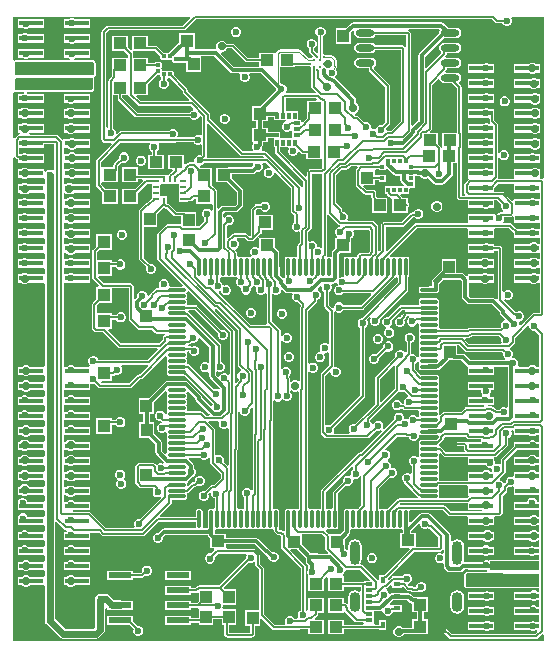
<source format=gtl>
G04*
G04 #@! TF.GenerationSoftware,Altium Limited,Altium Designer,23.6.0 (18)*
G04*
G04 Layer_Physical_Order=1*
G04 Layer_Color=255*
%FSLAX44Y44*%
%MOMM*%
G71*
G04*
G04 #@! TF.SameCoordinates,1B3FBE08-8921-405D-8673-E2F24B904F06*
G04*
G04*
G04 #@! TF.FilePolarity,Positive*
G04*
G01*
G75*
%ADD10C,0.1500*%
%ADD17C,0.2000*%
%ADD18R,1.1000X1.0000*%
%ADD19R,1.0000X1.1000*%
G04:AMPARAMS|DCode=20|XSize=1.47mm|YSize=0.28mm|CornerRadius=0.035mm|HoleSize=0mm|Usage=FLASHONLY|Rotation=0.000|XOffset=0mm|YOffset=0mm|HoleType=Round|Shape=RoundedRectangle|*
%AMROUNDEDRECTD20*
21,1,1.4700,0.2100,0,0,0.0*
21,1,1.4000,0.2800,0,0,0.0*
1,1,0.0700,0.7000,-0.1050*
1,1,0.0700,-0.7000,-0.1050*
1,1,0.0700,-0.7000,0.1050*
1,1,0.0700,0.7000,0.1050*
%
%ADD20ROUNDEDRECTD20*%
G04:AMPARAMS|DCode=21|XSize=1.47mm|YSize=0.28mm|CornerRadius=0.035mm|HoleSize=0mm|Usage=FLASHONLY|Rotation=90.000|XOffset=0mm|YOffset=0mm|HoleType=Round|Shape=RoundedRectangle|*
%AMROUNDEDRECTD21*
21,1,1.4700,0.2100,0,0,90.0*
21,1,1.4000,0.2800,0,0,90.0*
1,1,0.0700,0.1050,0.7000*
1,1,0.0700,0.1050,-0.7000*
1,1,0.0700,-0.1050,-0.7000*
1,1,0.0700,-0.1050,0.7000*
%
%ADD21ROUNDEDRECTD21*%
%ADD22R,1.1000X1.1000*%
%ADD23R,0.4750X0.2500*%
%ADD24R,0.2500X0.4750*%
%ADD25R,0.3500X0.5900*%
%ADD26R,0.5900X0.3500*%
G04:AMPARAMS|DCode=27|XSize=0.38mm|YSize=0.35mm|CornerRadius=0.0158mm|HoleSize=0mm|Usage=FLASHONLY|Rotation=0.000|XOffset=0mm|YOffset=0mm|HoleType=Round|Shape=RoundedRectangle|*
%AMROUNDEDRECTD27*
21,1,0.3800,0.3185,0,0,0.0*
21,1,0.3485,0.3500,0,0,0.0*
1,1,0.0315,0.1743,-0.1593*
1,1,0.0315,-0.1743,-0.1593*
1,1,0.0315,-0.1743,0.1593*
1,1,0.0315,0.1743,0.1593*
%
%ADD27ROUNDEDRECTD27*%
%ADD28R,0.3000X0.5000*%
%ADD29R,0.5000X0.3000*%
%ADD30R,0.4000X0.3000*%
%ADD31R,0.3000X0.4000*%
%ADD32O,1.6000X0.6000*%
%ADD33R,1.9812X0.5334*%
%ADD34R,2.0000X0.4500*%
%ADD57C,0.1250*%
%ADD58C,0.3000*%
%ADD59C,0.6000*%
%ADD60O,0.9000X1.7000*%
%ADD61O,0.9000X2.0000*%
%ADD62C,0.6000*%
%ADD63C,0.7000*%
G36*
X461293Y779677D02*
X454780Y773164D01*
X391625D01*
X391625Y773164D01*
X390845Y773009D01*
X390183Y772567D01*
X386558Y768942D01*
X386116Y768280D01*
X385961Y767500D01*
Y676879D01*
X386116Y676098D01*
X386558Y675437D01*
X387437Y674558D01*
X387437Y674558D01*
X388098Y674116D01*
X388879Y673961D01*
X394418D01*
X394904Y672787D01*
X382308Y660192D01*
X381866Y659530D01*
X381711Y658750D01*
Y638000D01*
X381866Y637220D01*
X382308Y636558D01*
X386500Y632366D01*
Y622250D01*
X400000D01*
Y634750D01*
X389884D01*
X385789Y638845D01*
Y639774D01*
X386500Y640750D01*
X387059Y640750D01*
X400000D01*
Y651053D01*
X400039Y651250D01*
Y653905D01*
X403712Y657578D01*
X404505Y657250D01*
X406195D01*
X407757Y657897D01*
X408953Y659093D01*
X409600Y660655D01*
Y662345D01*
X408953Y663907D01*
X407757Y665103D01*
X406195Y665750D01*
X404505D01*
X402943Y665103D01*
X401747Y663907D01*
X401100Y662345D01*
Y660734D01*
X396558Y656192D01*
X396116Y655530D01*
X395961Y654750D01*
Y653250D01*
X387059D01*
X386500Y653250D01*
X385789Y654225D01*
Y657905D01*
X402095Y674211D01*
X427004D01*
X427530Y672941D01*
X427247Y672657D01*
X426600Y671095D01*
Y669405D01*
X427247Y667843D01*
X428443Y666647D01*
X428811Y666495D01*
Y664000D01*
X425750D01*
Y651500D01*
X439250D01*
Y664000D01*
X432889D01*
Y666495D01*
X433257Y666647D01*
X434453Y667843D01*
X435100Y669405D01*
Y671095D01*
X434453Y672657D01*
X434170Y672941D01*
X434696Y674211D01*
X448675D01*
X449455Y674366D01*
X449597Y674461D01*
X464244D01*
X464397Y674093D01*
X465593Y672897D01*
X467155Y672250D01*
X468845D01*
X469941Y672704D01*
X471211Y672041D01*
Y663995D01*
X470314Y663098D01*
X469945Y663250D01*
X468255D01*
X466693Y662603D01*
X465497Y661407D01*
X464850Y659845D01*
Y658543D01*
X464624Y657978D01*
X463811Y657344D01*
X460021D01*
X460020Y657344D01*
X459240Y657189D01*
X458579Y656747D01*
X458578Y656747D01*
X457423Y655592D01*
X456250Y656078D01*
Y664000D01*
X442750D01*
Y651500D01*
X445820D01*
X446347Y650368D01*
X446324Y650230D01*
X445842Y649908D01*
X445842Y649908D01*
X442808Y646874D01*
X442725Y646750D01*
X438447D01*
X438250Y646789D01*
X436354D01*
X436212Y646884D01*
X435432Y647039D01*
X417000D01*
Y653250D01*
X403500D01*
Y640750D01*
X417000D01*
Y642961D01*
X420531D01*
X421057Y641691D01*
X414116Y634750D01*
X403500D01*
Y622250D01*
X417000D01*
Y631866D01*
X424595Y639461D01*
X427421D01*
X428500Y639000D01*
X428500Y637730D01*
Y634000D01*
X428500Y629000D01*
X428500Y626884D01*
X424746Y623130D01*
X424659D01*
X423879Y622975D01*
X423217Y622533D01*
X423217Y622533D01*
X418308Y617624D01*
X417866Y616962D01*
X417711Y616182D01*
Y576000D01*
X417866Y575220D01*
X418308Y574558D01*
X423956Y568910D01*
X423626Y568113D01*
Y566422D01*
X424273Y564860D01*
X425469Y563665D01*
X427031Y563018D01*
X428722D01*
X430284Y563665D01*
X431479Y564860D01*
X432126Y566422D01*
Y568113D01*
X431479Y569675D01*
X430284Y570871D01*
X428722Y571517D01*
X427116D01*
X421789Y576845D01*
Y603000D01*
X433250D01*
Y613616D01*
X439002Y619368D01*
X439562Y618808D01*
X440223Y618366D01*
X441004Y618211D01*
X441848D01*
X447751Y612308D01*
X448413Y611866D01*
X449193Y611711D01*
X453750D01*
Y605777D01*
X452568Y604789D01*
X441786D01*
X441006Y604634D01*
X440344Y604192D01*
X434058Y597906D01*
X433616Y597244D01*
X433461Y596464D01*
Y575527D01*
X433616Y574747D01*
X434058Y574085D01*
X454788Y553355D01*
X454302Y552181D01*
X443932D01*
X443000Y553251D01*
Y554942D01*
X442353Y556504D01*
X441157Y557700D01*
X439595Y558347D01*
X437905D01*
X436343Y557700D01*
X435147Y556504D01*
X434500Y554942D01*
Y553251D01*
X434954Y552156D01*
X434291Y550886D01*
X432847D01*
X432847Y550886D01*
X432066Y550731D01*
X431405Y550289D01*
X427247Y546131D01*
X426805Y545469D01*
X426686Y544871D01*
X426345Y544522D01*
X426215Y544451D01*
X424954Y545142D01*
X424925Y545194D01*
X424298Y546709D01*
X423102Y547905D01*
X421540Y548552D01*
X419849D01*
X418287Y547905D01*
X417092Y546709D01*
X416445Y545147D01*
Y543488D01*
X414809Y541852D01*
X413539Y542379D01*
Y552121D01*
X413384Y552902D01*
X412942Y553563D01*
X412942Y553563D01*
X412063Y554442D01*
X411402Y554884D01*
X410621Y555039D01*
X387845D01*
X383154Y559730D01*
X383680Y561000D01*
X394750D01*
Y568886D01*
X398402D01*
X398554Y568518D01*
X399750Y567323D01*
X401312Y566675D01*
X403003D01*
X404565Y567323D01*
X405760Y568518D01*
X406407Y570080D01*
Y571771D01*
X405760Y573333D01*
X404565Y574528D01*
X403003Y575176D01*
X401312D01*
X399750Y574528D01*
X398554Y573333D01*
X398402Y572965D01*
X394750D01*
Y574500D01*
X382289D01*
Y581155D01*
X384134Y583000D01*
X394750D01*
Y596500D01*
X381250D01*
Y585884D01*
X378808Y583442D01*
X378366Y582780D01*
X378211Y582000D01*
Y559750D01*
X378366Y558970D01*
X378808Y558308D01*
X383943Y553173D01*
X383457Y552000D01*
X381500D01*
Y541384D01*
X378558Y538442D01*
X378116Y537780D01*
X377961Y537000D01*
Y517318D01*
X378116Y516538D01*
X378558Y515876D01*
X380376Y514058D01*
X380376Y514058D01*
X381038Y513616D01*
X381818Y513461D01*
X387655D01*
X400308Y500808D01*
X400308Y500808D01*
X400970Y500366D01*
X401750Y500211D01*
X433362D01*
X433848Y499038D01*
X425100Y490289D01*
X383282D01*
X382841Y491352D01*
X381646Y492548D01*
X380084Y493195D01*
X378393D01*
X376831Y492548D01*
X375635Y491352D01*
X374988Y489790D01*
Y488100D01*
X375635Y486538D01*
X376403Y485770D01*
X375877Y484500D01*
X362805D01*
X362455Y484850D01*
X360893Y485497D01*
X359202D01*
X357640Y484850D01*
X357291Y484500D01*
X354250D01*
X354043Y485684D01*
Y554416D01*
X354250Y555600D01*
X355313Y555600D01*
X357987D01*
X359202Y555097D01*
X360893D01*
X362109Y555600D01*
X376750D01*
Y562600D01*
X362805D01*
X362455Y562949D01*
X360893Y563597D01*
X359202D01*
X357640Y562949D01*
X357291Y562600D01*
X354250Y562600D01*
X354043Y563784D01*
Y567116D01*
X354250Y568300D01*
X355313Y568300D01*
X357987D01*
X359202Y567797D01*
X360893D01*
X362109Y568300D01*
X376750D01*
Y575300D01*
X362805D01*
X362455Y575649D01*
X360893Y576297D01*
X359202D01*
X357640Y575649D01*
X357291Y575300D01*
X354250Y575300D01*
X354043Y576484D01*
Y579816D01*
X354250Y581000D01*
X356282Y581000D01*
X357309Y579973D01*
X359055Y579250D01*
X360945D01*
X362691Y579973D01*
X363717Y581000D01*
X376750D01*
Y588000D01*
X362718D01*
X362691Y588027D01*
X360945Y588750D01*
X359055D01*
X357309Y588027D01*
X357282Y588000D01*
X354250Y588000D01*
X354043Y589184D01*
Y592516D01*
X354250Y593700D01*
X356582Y593700D01*
X357309Y592973D01*
X359055Y592250D01*
X360945D01*
X362691Y592973D01*
X363418Y593700D01*
X376750D01*
Y600700D01*
X363018D01*
X362691Y601027D01*
X360945Y601750D01*
X359055D01*
X357309Y601027D01*
X356982Y600700D01*
X354250Y600700D01*
X354043Y601884D01*
Y605216D01*
X354250Y606400D01*
X356882Y606400D01*
X357309Y605973D01*
X359055Y605250D01*
X360945D01*
X362691Y605973D01*
X363117Y606400D01*
X376750D01*
Y613400D01*
X363317D01*
X362691Y614027D01*
X360945Y614750D01*
X359055D01*
X357309Y614027D01*
X356682Y613400D01*
X354250Y613400D01*
X354043Y614584D01*
Y617916D01*
X354250Y619100D01*
X355313Y619100D01*
X357182D01*
X357309Y618973D01*
X359055Y618250D01*
X360945D01*
X362691Y618973D01*
X362817Y619100D01*
X376750D01*
Y626100D01*
X363618D01*
X362691Y627027D01*
X360945Y627750D01*
X359055D01*
X357309Y627027D01*
X356382Y626100D01*
X354250Y626100D01*
X354043Y627284D01*
Y630616D01*
X354250Y631800D01*
X355482Y631800D01*
X356309Y630973D01*
X358055Y630250D01*
X359945D01*
X361691Y630973D01*
X362518Y631800D01*
X376750D01*
Y638800D01*
X361917D01*
X361691Y639027D01*
X359945Y639750D01*
X358055D01*
X356309Y639027D01*
X356082Y638800D01*
X354250Y638800D01*
X354043Y639984D01*
Y643316D01*
X354250Y644500D01*
X355313Y644500D01*
X357782D01*
X358309Y643973D01*
X360055Y643250D01*
X361945D01*
X363691Y643973D01*
X364217Y644500D01*
X376750D01*
Y651500D01*
X364217D01*
X363691Y652027D01*
X361945Y652750D01*
X360055D01*
X358309Y652027D01*
X357782Y651500D01*
X354250Y651500D01*
X354043Y652684D01*
Y656016D01*
X354250Y657200D01*
X355313Y657200D01*
X358082D01*
X358309Y656973D01*
X360055Y656250D01*
X361945D01*
X363691Y656973D01*
X363918Y657200D01*
X376750D01*
Y664200D01*
X364518D01*
X363691Y665027D01*
X361945Y665750D01*
X360055D01*
X358309Y665027D01*
X357482Y664200D01*
X354250Y664200D01*
X354043Y665384D01*
Y668716D01*
X354250Y669900D01*
X355313Y669900D01*
X357382D01*
X358309Y668973D01*
X360055Y668250D01*
X361945D01*
X363691Y668973D01*
X364618Y669900D01*
X376750D01*
Y676900D01*
X363817D01*
X363691Y677027D01*
X361945Y677750D01*
X360055D01*
X358309Y677027D01*
X358182Y676900D01*
X354250D01*
Y676794D01*
X352980Y676268D01*
X348909Y680339D01*
X348248Y680780D01*
X347467Y680936D01*
X325382D01*
X324776Y682206D01*
X325096Y682600D01*
X337750D01*
Y689600D01*
X324118D01*
X323691Y690027D01*
X321945Y690750D01*
X320055D01*
X318309Y690027D01*
X317882Y689600D01*
X315250D01*
Y682600D01*
X316904D01*
X317224Y682206D01*
X316618Y680936D01*
X316565D01*
X315784Y680780D01*
X315123Y680339D01*
X312808Y678024D01*
X312679Y677831D01*
X311409Y678216D01*
Y716268D01*
X312679Y717030D01*
X313000Y716897D01*
X320105D01*
X320358Y715627D01*
X319093Y715103D01*
X318990Y715000D01*
X315250D01*
Y708000D01*
X318990D01*
X319093Y707897D01*
X320655Y707250D01*
X322345D01*
X323907Y707897D01*
X324010Y708000D01*
X337750D01*
Y715000D01*
X324010D01*
X323907Y715103D01*
X322642Y715627D01*
X322895Y716897D01*
X377000D01*
X377957Y717293D01*
X379457Y718793D01*
X379853Y719750D01*
Y728750D01*
X380000Y729647D01*
X380957Y730043D01*
X381353Y731000D01*
Y741750D01*
X380957Y742707D01*
X379957Y743707D01*
X379954Y743708D01*
X379953Y743710D01*
X379474Y743907D01*
X379000Y744103D01*
X378997Y744102D01*
X378995Y744103D01*
X362957Y744042D01*
X362702Y745311D01*
X363304Y745560D01*
X363844Y746100D01*
X376750D01*
Y753100D01*
X362499D01*
X361742Y753413D01*
X360051D01*
X359295Y753100D01*
X354250D01*
Y746100D01*
X357950D01*
X358489Y745560D01*
X359124Y745297D01*
X358874Y744026D01*
X313245Y743853D01*
X312766Y743653D01*
X312679Y743616D01*
X311409Y744232D01*
Y780436D01*
X312409Y780850D01*
X460807D01*
X461293Y779677D01*
D02*
G37*
G36*
X760409Y643821D02*
X759152Y643134D01*
X758371Y643289D01*
X757893D01*
X757750Y644500D01*
X757750D01*
Y651500D01*
X756217D01*
X755691Y652027D01*
X753945Y652750D01*
X752055D01*
X750309Y652027D01*
X749782Y651500D01*
X735250D01*
Y644500D01*
X735250D01*
X735107Y643289D01*
X722661D01*
X722445Y643447D01*
X721738Y644559D01*
X721789Y644818D01*
Y661124D01*
X723059Y661377D01*
X723273Y660860D01*
X724469Y659665D01*
X726031Y659017D01*
X727722D01*
X729284Y659665D01*
X730479Y660860D01*
X731126Y662422D01*
Y664113D01*
X730479Y665675D01*
X729284Y666870D01*
X727722Y667517D01*
X726031D01*
X724469Y666870D01*
X723273Y665675D01*
X723059Y665158D01*
X721789Y665411D01*
Y689282D01*
X721634Y690062D01*
X721192Y690724D01*
X718789Y693127D01*
Y697300D01*
X718750Y697497D01*
Y702300D01*
X714805D01*
X714455Y702650D01*
X712893Y703297D01*
X711202D01*
X709640Y702650D01*
X709291Y702300D01*
X696250D01*
Y695300D01*
X709987D01*
X711202Y694797D01*
X712893D01*
X713441Y695023D01*
X714711Y694243D01*
Y692282D01*
X714866Y691502D01*
X715288Y690870D01*
X715276Y690807D01*
X714455Y689949D01*
X712893Y690597D01*
X711202D01*
X709640Y689949D01*
X709291Y689600D01*
X696250D01*
Y682600D01*
X709987D01*
X711202Y682097D01*
X712893D01*
X714109Y682600D01*
X717711D01*
Y676900D01*
X714805D01*
X714455Y677250D01*
X712893Y677897D01*
X711202D01*
X709640Y677250D01*
X709291Y676900D01*
X696250D01*
Y669900D01*
X709987D01*
X711202Y669397D01*
X712893D01*
X714109Y669900D01*
X717711D01*
Y664200D01*
X714805D01*
X714455Y664549D01*
X712893Y665197D01*
X711202D01*
X709640Y664549D01*
X709291Y664200D01*
X696250D01*
Y657200D01*
X709987D01*
X711202Y656697D01*
X712893D01*
X714109Y657200D01*
X717711D01*
Y651500D01*
X714805D01*
X714455Y651850D01*
X712893Y652497D01*
X711202D01*
X709640Y651850D01*
X709291Y651500D01*
X696250D01*
Y644500D01*
X696797D01*
X697183Y643230D01*
X696976Y643092D01*
X696976Y643092D01*
X693808Y639924D01*
X693366Y639262D01*
X693211Y638482D01*
Y632118D01*
X693366Y631338D01*
X693808Y630676D01*
X693975Y630509D01*
X693489Y629336D01*
X691039D01*
Y669146D01*
X691134Y669288D01*
X691289Y670068D01*
X691289Y670068D01*
Y681932D01*
X691289Y681932D01*
X691134Y682712D01*
X691039Y682854D01*
Y721200D01*
X691039Y721200D01*
X690884Y721980D01*
X690442Y722642D01*
X690442Y722642D01*
X688753Y724331D01*
X688878Y725594D01*
X689314Y725886D01*
X690253Y727292D01*
X690583Y728950D01*
X690253Y730608D01*
X689314Y732014D01*
X687908Y732953D01*
X686250Y733283D01*
X677839D01*
X677312Y734553D01*
X677717Y734958D01*
X677717Y734958D01*
X678159Y735620D01*
X678315Y736400D01*
Y737317D01*
X686250D01*
X687908Y737647D01*
X689314Y738586D01*
X690253Y739992D01*
X690583Y741650D01*
X690253Y743308D01*
X689314Y744714D01*
X687908Y745653D01*
X686250Y745983D01*
X677839D01*
X677312Y747253D01*
X677717Y747658D01*
X678159Y748320D01*
X678315Y749100D01*
Y750017D01*
X686250D01*
X687908Y750347D01*
X689314Y751286D01*
X690253Y752692D01*
X690583Y754350D01*
X690253Y756008D01*
X689314Y757414D01*
X687908Y758353D01*
X686250Y758683D01*
X676250D01*
X674592Y758353D01*
X673186Y757414D01*
X672247Y756008D01*
X671917Y754350D01*
X672247Y752692D01*
X673186Y751286D01*
X673654Y750973D01*
X673772Y749480D01*
X661168Y736877D01*
X659995Y737363D01*
Y746829D01*
X675943Y762778D01*
X676250Y762717D01*
X686250D01*
X687908Y763047D01*
X689314Y763986D01*
X690253Y765392D01*
X690583Y767050D01*
X690253Y768708D01*
X689314Y770114D01*
X687908Y771053D01*
X686250Y771383D01*
X679582D01*
X675933Y775033D01*
X675023Y775640D01*
X673950Y775854D01*
X599050D01*
X597977Y775640D01*
X597067Y775033D01*
X593285Y771250D01*
X584750D01*
Y757750D01*
X597250D01*
Y767285D01*
X599144Y769178D01*
X599240Y769137D01*
X600191Y768430D01*
X599917Y767050D01*
X600247Y765392D01*
X601186Y763986D01*
X602592Y763047D01*
X604250Y762717D01*
X614250D01*
X615908Y763047D01*
X617314Y763986D01*
X617999Y765011D01*
X644211D01*
Y755450D01*
X642946Y755064D01*
X642941Y755064D01*
X642063Y755942D01*
X641402Y756384D01*
X640621Y756539D01*
X629250D01*
X629250Y756539D01*
X628496Y756389D01*
X617999D01*
X617314Y757414D01*
X615908Y758353D01*
X614250Y758683D01*
X604250D01*
X602592Y758353D01*
X601186Y757414D01*
X600247Y756008D01*
X599917Y754350D01*
X600247Y752692D01*
X601186Y751286D01*
X602592Y750347D01*
X604250Y750017D01*
X614250D01*
X615908Y750347D01*
X617314Y751286D01*
X617999Y752311D01*
X629100D01*
X629854Y752461D01*
X639461D01*
Y692595D01*
X631155Y684289D01*
X627825D01*
X626994Y685419D01*
Y685439D01*
X626841Y685807D01*
X629942Y688908D01*
X629942Y688908D01*
X630384Y689570D01*
X630539Y690350D01*
X630539Y690350D01*
Y722125D01*
X630384Y722905D01*
X629942Y723567D01*
X616728Y736780D01*
X616846Y738273D01*
X617314Y738586D01*
X618253Y739992D01*
X618583Y741650D01*
X618253Y743308D01*
X617314Y744714D01*
X615908Y745653D01*
X614250Y745983D01*
X604250D01*
X602592Y745653D01*
X601186Y744714D01*
X600247Y743308D01*
X599917Y741650D01*
X600247Y739992D01*
X601186Y738586D01*
X602592Y737647D01*
X604250Y737317D01*
X612185D01*
Y736400D01*
X612341Y735620D01*
X612783Y734958D01*
X626461Y721280D01*
Y691195D01*
X623957Y688691D01*
X623589Y688844D01*
X621898D01*
X620336Y688197D01*
X619141Y687001D01*
X618839Y686272D01*
X618379Y685458D01*
X617306Y685637D01*
X616695Y685890D01*
X615301D01*
X614802Y686136D01*
X614159Y686915D01*
Y688143D01*
X613512Y689705D01*
X612317Y690901D01*
X610755Y691548D01*
X609064D01*
X608696Y691395D01*
X603628Y696463D01*
X602966Y696906D01*
X602186Y697061D01*
X601189D01*
X600746Y697655D01*
X601178Y699091D01*
X602041Y699448D01*
X603377Y700785D01*
X604100Y702530D01*
Y704420D01*
X603377Y706166D01*
X602041Y707502D01*
X601389Y707772D01*
Y710418D01*
X601175Y711491D01*
X600567Y712401D01*
X584743Y728225D01*
X584325Y728504D01*
X584138Y728638D01*
X584010Y728961D01*
X583953Y729373D01*
X584002Y730152D01*
X584865Y731015D01*
X585512Y732577D01*
Y734267D01*
X584865Y735829D01*
X584477Y736217D01*
X585223Y738033D01*
X585223Y738034D01*
X585223Y738034D01*
X585225Y738039D01*
X585261Y738221D01*
X585561Y738945D01*
X585819Y740903D01*
X585561Y742861D01*
X584805Y744685D01*
X583603Y746252D01*
X582037Y747454D01*
X580212Y748210D01*
X578869Y748387D01*
X578725Y748425D01*
X578705Y748426D01*
X578701Y748425D01*
X578697Y748427D01*
X575159Y748635D01*
X574688Y748830D01*
X573792D01*
X573412Y749084D01*
Y763916D01*
X573958Y764142D01*
X575153Y765338D01*
X575800Y766900D01*
Y768590D01*
X575153Y770152D01*
X573958Y771348D01*
X572396Y771995D01*
X570705D01*
X569143Y771348D01*
X567948Y770152D01*
X567300Y768590D01*
Y766900D01*
X567948Y765338D01*
X569143Y764142D01*
X569588Y763958D01*
Y750252D01*
X568318Y749726D01*
X566039Y752005D01*
Y753995D01*
X566407Y754147D01*
X567603Y755343D01*
X568250Y756905D01*
Y758595D01*
X567603Y760157D01*
X566407Y761353D01*
X564845Y762000D01*
X563155D01*
X561593Y761353D01*
X560397Y760157D01*
X559750Y758595D01*
Y756905D01*
X560397Y755343D01*
X561593Y754147D01*
X561961Y753995D01*
Y751160D01*
X562116Y750380D01*
X562558Y749718D01*
X565093Y747183D01*
X565098Y747155D01*
X564721Y745759D01*
X564486Y745662D01*
X561792D01*
X554977Y752477D01*
X554356Y752891D01*
X553625Y753037D01*
X536870D01*
X536138Y752891D01*
X535518Y752477D01*
X534273Y751232D01*
X534020Y750853D01*
X533000Y750250D01*
X519500D01*
Y746039D01*
X509845D01*
X498563Y757321D01*
X497902Y757763D01*
X497121Y757918D01*
X492054D01*
X491935Y758206D01*
X490598Y759543D01*
X488853Y760266D01*
X486963D01*
X485217Y759543D01*
X483881Y758206D01*
X483158Y756461D01*
Y754571D01*
X483297Y754234D01*
X483039Y753707D01*
X482411Y753054D01*
X465678D01*
X465500Y754250D01*
X465500D01*
Y766750D01*
X452000D01*
Y758962D01*
X443304Y750266D01*
X442261D01*
X441503Y749952D01*
X440746Y750266D01*
X438621D01*
X433445Y755442D01*
X432784Y755884D01*
X432003Y756039D01*
X425500D01*
Y764500D01*
X412000D01*
Y752680D01*
X410730Y752154D01*
X408500Y754384D01*
Y764500D01*
X395000D01*
Y752000D01*
X405116D01*
X408961Y748155D01*
Y746830D01*
X408503Y745750D01*
X395003D01*
Y735447D01*
X394964Y735250D01*
Y730530D01*
X392558Y728124D01*
X392116Y727462D01*
X391961Y726682D01*
Y686977D01*
X391309Y686567D01*
X390039Y687252D01*
Y766655D01*
X392470Y769086D01*
X455625D01*
X456405Y769241D01*
X457067Y769683D01*
X466017Y778633D01*
X716469D01*
X719276Y775826D01*
X719276Y775826D01*
X719938Y775384D01*
X720718Y775228D01*
X720718Y775228D01*
X725621D01*
X725773Y774860D01*
X726969Y773664D01*
X728531Y773018D01*
X730222D01*
X731784Y773664D01*
X732979Y774860D01*
X733626Y776422D01*
Y778113D01*
X732979Y779675D01*
X732977Y779677D01*
X733463Y780850D01*
X760409D01*
Y643821D01*
D02*
G37*
G36*
X507558Y742558D02*
X507558Y742558D01*
X508220Y742116D01*
X509000Y741961D01*
X509000Y741961D01*
X519500D01*
Y738554D01*
X498381D01*
X487439Y749496D01*
X487965Y750766D01*
X488853D01*
X490598Y751489D01*
X491935Y752825D01*
X492355Y753839D01*
X496277D01*
X507558Y742558D01*
D02*
G37*
G36*
X380000Y741750D02*
Y731000D01*
X313750D01*
X313250Y731207D01*
Y742500D01*
X379000Y742750D01*
X380000Y741750D01*
D02*
G37*
G36*
X378500Y728750D02*
Y719750D01*
X377000Y718250D01*
X313000D01*
Y727833D01*
X314168Y728997D01*
X378500Y728750D01*
D02*
G37*
G36*
X562472Y738670D02*
X563383Y738553D01*
X563500Y737642D01*
X563791Y736940D01*
Y721330D01*
X563946Y720550D01*
X564388Y719888D01*
X567314Y716963D01*
X566828Y715789D01*
X542709D01*
X542193Y717059D01*
X542750Y718405D01*
Y720095D01*
X542103Y721657D01*
X540907Y722853D01*
X539345Y723500D01*
X538704D01*
X537537Y724667D01*
Y737750D01*
X550000D01*
Y738881D01*
X561964D01*
X562472Y738670D01*
D02*
G37*
G36*
X435737Y731289D02*
Y730257D01*
X436184Y729180D01*
X436791Y728929D01*
Y727503D01*
X436250Y727278D01*
X435054Y726083D01*
X434407Y724521D01*
Y722830D01*
X435054Y721268D01*
X436250Y720072D01*
X437812Y719425D01*
X439503D01*
X441065Y720072D01*
X442260Y721268D01*
X442907Y722830D01*
Y724521D01*
X442260Y726083D01*
X441425Y726918D01*
X441451Y727813D01*
X442261Y728734D01*
X444385D01*
X454961Y718159D01*
Y716917D01*
X455116Y716137D01*
X455558Y715475D01*
X460575Y710459D01*
X460089Y709286D01*
X419416D01*
X415375Y713327D01*
X415861Y714500D01*
X425500D01*
Y723461D01*
X425645Y723558D01*
X433471Y731384D01*
X435596D01*
X435737Y731289D01*
D02*
G37*
G36*
X408500Y714500D02*
X409402Y713610D01*
X409558Y713376D01*
X417130Y705804D01*
X417130Y705804D01*
X417791Y705362D01*
X418572Y705207D01*
X418572Y705207D01*
X461584D01*
X463867Y702923D01*
X463438Y701557D01*
X462343Y701103D01*
X461147Y699907D01*
X460994Y699539D01*
X416595D01*
X403789Y712345D01*
Y714500D01*
X408500Y714500D01*
D02*
G37*
G36*
X568637Y710958D02*
X568102Y709750D01*
X560000D01*
Y699447D01*
X559961Y699250D01*
Y695027D01*
X556774Y691840D01*
X556520Y691460D01*
X555250Y691753D01*
Y693250D01*
X552750D01*
Y700750D01*
X542039D01*
Y711711D01*
X568045D01*
X568637Y710958D01*
D02*
G37*
G36*
X672426Y768976D02*
X672247Y768708D01*
X671917Y767050D01*
X671978Y766743D01*
X655208Y749974D01*
X654600Y749064D01*
X654387Y747991D01*
Y693080D01*
X649463Y688156D01*
X648289Y688642D01*
Y766171D01*
X648134Y766952D01*
X647692Y767613D01*
X647692Y767613D01*
X646813Y768492D01*
X646152Y768934D01*
X645940Y768976D01*
X646065Y770246D01*
X671747D01*
X672426Y768976D01*
D02*
G37*
G36*
X399711Y711500D02*
X399866Y710720D01*
X400308Y710058D01*
X414308Y696058D01*
X414308Y696058D01*
X414970Y695616D01*
X415750Y695461D01*
X460994D01*
X461147Y695093D01*
X462343Y693897D01*
X463905Y693250D01*
X465595D01*
X467157Y693897D01*
X468353Y695093D01*
X468807Y696188D01*
X470173Y696617D01*
X471211Y695580D01*
Y680959D01*
X469941Y680296D01*
X468845Y680750D01*
X467155D01*
X465593Y680103D01*
X464397Y678907D01*
X464244Y678539D01*
X451209D01*
X450400Y679809D01*
X450750Y680655D01*
Y682345D01*
X450103Y683907D01*
X448907Y685103D01*
X447345Y685750D01*
X445655D01*
X444093Y685103D01*
X443296Y684307D01*
X403025D01*
X402245Y684152D01*
X401583Y683709D01*
X401583Y683709D01*
X399273Y681400D01*
X399203Y681415D01*
X398100Y682022D01*
Y683345D01*
X397453Y684907D01*
X396257Y686103D01*
X396039Y686193D01*
Y714500D01*
X399711D01*
Y711500D01*
D02*
G37*
G36*
X532250Y693250D02*
X542457D01*
X542505Y692000D01*
X540943Y691353D01*
X539747Y690157D01*
X539100Y688595D01*
Y686905D01*
X539747Y685343D01*
X540943Y684147D01*
X542505Y683500D01*
X544195D01*
X545757Y684147D01*
X546480Y684870D01*
X547750Y684343D01*
Y677750D01*
X537250D01*
Y683250D01*
X533771D01*
X533500Y683304D01*
X532500D01*
X532500Y683304D01*
X526750D01*
Y686750D01*
X522804D01*
Y692500D01*
X526750D01*
Y695946D01*
X532250D01*
Y693250D01*
D02*
G37*
G36*
X672180Y727625D02*
X672247Y727292D01*
X673186Y725886D01*
X674592Y724947D01*
X676250Y724617D01*
X682699D01*
X686961Y720355D01*
Y682250D01*
X674750D01*
Y669923D01*
X673559Y669806D01*
X673433Y670035D01*
X673384Y670280D01*
X672942Y670942D01*
X672942Y670942D01*
X671250Y672634D01*
Y682250D01*
X664793D01*
X664307Y683423D01*
X665383Y684499D01*
X665825Y685160D01*
X665980Y685941D01*
Y723221D01*
X670802Y728043D01*
X672180Y727625D01*
D02*
G37*
G36*
X346211Y651121D02*
X346069Y650982D01*
X344983Y650514D01*
X344589Y650678D01*
X344234Y650915D01*
X343815Y650998D01*
X343421Y651161D01*
X342994D01*
X342575Y651245D01*
X342157Y651161D01*
X341730D01*
X341336Y650998D01*
X340917Y650915D01*
X340562Y650678D01*
X340168Y650514D01*
X339866Y650212D01*
X339511Y649975D01*
X339274Y649621D01*
X339020Y649366D01*
X338770Y649380D01*
X337750Y649686D01*
Y651500D01*
X324217D01*
X323691Y652027D01*
X321945Y652750D01*
X320055D01*
X318309Y652027D01*
X317782Y651500D01*
X315250D01*
Y644500D01*
X317782D01*
X318309Y643973D01*
X320055Y643250D01*
X321945D01*
X323691Y643973D01*
X324217Y644500D01*
X336972D01*
X337750Y644500D01*
X338242Y643434D01*
Y639866D01*
X337750Y638800D01*
X336972Y638800D01*
X323918D01*
X323691Y639027D01*
X321945Y639750D01*
X320055D01*
X318309Y639027D01*
X318082Y638800D01*
X315250D01*
Y631800D01*
X317482D01*
X318309Y630973D01*
X320055Y630250D01*
X321945D01*
X323691Y630973D01*
X324518Y631800D01*
X336972D01*
X337750Y631800D01*
X338242Y630734D01*
Y627166D01*
X337750Y626100D01*
X336972Y626100D01*
X323708D01*
X323455Y626353D01*
X321893Y627000D01*
X320202D01*
X318640Y626353D01*
X318387Y626100D01*
X315250D01*
Y619100D01*
X318754D01*
X320202Y618500D01*
X321893D01*
X323342Y619100D01*
X336972D01*
X337750Y619100D01*
X338242Y618034D01*
Y614466D01*
X337750Y613400D01*
X336972Y613400D01*
X323805D01*
X323455Y613750D01*
X321893Y614397D01*
X320202D01*
X318640Y613750D01*
X318291Y613400D01*
X315250D01*
Y606400D01*
X318987D01*
X320202Y605897D01*
X321893D01*
X323109Y606400D01*
X336972D01*
X337750Y606400D01*
X338242Y605334D01*
Y601766D01*
X337750Y600700D01*
X336972Y600700D01*
X323805D01*
X323455Y601049D01*
X321893Y601697D01*
X320202D01*
X318640Y601049D01*
X318291Y600700D01*
X315250D01*
Y593700D01*
X318987D01*
X320202Y593197D01*
X321893D01*
X323109Y593700D01*
X336972D01*
X337750Y593700D01*
X338242Y592634D01*
Y589066D01*
X337750Y588000D01*
X336972Y588000D01*
X323805D01*
X323455Y588349D01*
X321893Y588997D01*
X320202D01*
X318640Y588349D01*
X318291Y588000D01*
X315250D01*
Y581000D01*
X318987D01*
X320202Y580497D01*
X321893D01*
X323109Y581000D01*
X336972D01*
X337750Y581000D01*
X338242Y579934D01*
Y576366D01*
X337750Y575300D01*
X336972Y575300D01*
X323805D01*
X323455Y575649D01*
X321893Y576297D01*
X320202D01*
X318640Y575649D01*
X318291Y575300D01*
X315250D01*
Y568300D01*
X318987D01*
X320202Y567797D01*
X321893D01*
X323109Y568300D01*
X336972D01*
X337750Y568300D01*
X338242Y567234D01*
Y563666D01*
X337750Y562600D01*
X336972Y562600D01*
X324118D01*
X323691Y563027D01*
X321945Y563750D01*
X320055D01*
X318309Y563027D01*
X317882Y562600D01*
X315250D01*
Y555600D01*
X317682D01*
X318309Y554973D01*
X320055Y554250D01*
X321945D01*
X323691Y554973D01*
X324318Y555600D01*
X336972D01*
X337750Y555600D01*
X338242Y554534D01*
Y485566D01*
X337750Y484500D01*
X336972Y484500D01*
X325218D01*
X324691Y485027D01*
X322945Y485750D01*
X321055D01*
X319309Y485027D01*
X318782Y484500D01*
X315250D01*
Y477500D01*
X318782D01*
X319309Y476973D01*
X321055Y476250D01*
X322945D01*
X324691Y476973D01*
X325218Y477500D01*
X336972D01*
X337750Y477500D01*
X338242Y476434D01*
Y472866D01*
X337750Y471800D01*
X336972Y471800D01*
X324917D01*
X324691Y472027D01*
X322945Y472750D01*
X321055D01*
X319309Y472027D01*
X319082Y471800D01*
X315250D01*
Y464800D01*
X318482D01*
X319309Y463973D01*
X321055Y463250D01*
X322945D01*
X324691Y463973D01*
X325518Y464800D01*
X336972D01*
X337750Y464800D01*
X338242Y463734D01*
Y460166D01*
X337750Y459100D01*
X336972Y459100D01*
X323805D01*
X323455Y459450D01*
X321893Y460097D01*
X320202D01*
X318640Y459450D01*
X318291Y459100D01*
X315250D01*
Y452100D01*
X318987D01*
X320202Y451597D01*
X321893D01*
X323109Y452100D01*
X336972D01*
X337750Y452100D01*
X338242Y451034D01*
Y447466D01*
X337750Y446400D01*
X336972Y446400D01*
X323805D01*
X323455Y446750D01*
X321893Y447397D01*
X320202D01*
X318640Y446750D01*
X318291Y446400D01*
X315250D01*
Y439400D01*
X318987D01*
X320202Y438897D01*
X321893D01*
X323109Y439400D01*
X336972D01*
X337750Y439400D01*
X338242Y438334D01*
Y434766D01*
X337750Y433700D01*
X336972Y433700D01*
X325018D01*
X324691Y434027D01*
X322945Y434750D01*
X321055D01*
X319309Y434027D01*
X318982Y433700D01*
X315250D01*
Y426700D01*
X318582D01*
X319309Y425973D01*
X321055Y425250D01*
X322945D01*
X324691Y425973D01*
X325418Y426700D01*
X336972D01*
X337750Y426700D01*
X338242Y425634D01*
Y422066D01*
X337750Y421000D01*
X336972Y421000D01*
X324717D01*
X323691Y422027D01*
X321945Y422750D01*
X320055D01*
X318309Y422027D01*
X317282Y421000D01*
X315250D01*
Y414000D01*
X318282D01*
X318309Y413973D01*
X320055Y413250D01*
X321945D01*
X323691Y413973D01*
X323717Y414000D01*
X336972D01*
X337750Y414000D01*
X338242Y412934D01*
Y409366D01*
X337750Y408300D01*
X336972Y408300D01*
X324417D01*
X323691Y409027D01*
X321945Y409750D01*
X320055D01*
X318309Y409027D01*
X317582Y408300D01*
X315250D01*
Y401300D01*
X317982D01*
X318309Y400973D01*
X320055Y400250D01*
X321945D01*
X323691Y400973D01*
X324017Y401300D01*
X336972D01*
X337750Y401300D01*
X338242Y400234D01*
Y396666D01*
X337750Y395600D01*
X336972Y395600D01*
X324118D01*
X323691Y396027D01*
X321945Y396750D01*
X320055D01*
X318309Y396027D01*
X317882Y395600D01*
X315250D01*
Y388600D01*
X317682D01*
X318309Y387973D01*
X320055Y387250D01*
X321945D01*
X323691Y387973D01*
X324318Y388600D01*
X336972D01*
X337750Y388600D01*
X338242Y387534D01*
Y383966D01*
X337750Y382900D01*
X336972Y382900D01*
X324818D01*
X323691Y384027D01*
X321945Y384750D01*
X320055D01*
X318309Y384027D01*
X317182Y382900D01*
X315250D01*
Y375900D01*
X318486D01*
X320055Y375250D01*
X321945D01*
X323514Y375900D01*
X336972D01*
X337750Y375900D01*
X338242Y374834D01*
Y371266D01*
X337750Y370200D01*
X336972Y370200D01*
X323268D01*
X322888Y371117D01*
X321692Y372313D01*
X320130Y372960D01*
X318440D01*
X316877Y372313D01*
X315682Y371117D01*
X315302Y370200D01*
X315250D01*
Y370074D01*
X315035Y369555D01*
Y367864D01*
X315250Y367345D01*
Y363200D01*
X336972D01*
X337750Y363200D01*
X338242Y362134D01*
Y358566D01*
X337750Y357500D01*
X336972Y357500D01*
X323355D01*
X323038Y358267D01*
X321842Y359463D01*
X320280Y360109D01*
X318589D01*
X317027Y359463D01*
X315832Y358267D01*
X315514Y357500D01*
X315250D01*
Y356862D01*
X315185Y356705D01*
Y355014D01*
X315250Y354857D01*
Y350500D01*
X336972D01*
X337750Y350500D01*
X338242Y349434D01*
Y345866D01*
X337750Y344800D01*
X336972Y344800D01*
X323805D01*
X323455Y345150D01*
X321893Y345797D01*
X320202D01*
X318640Y345150D01*
X318291Y344800D01*
X315250D01*
Y337800D01*
X318987D01*
X320202Y337297D01*
X321893D01*
X323109Y337800D01*
X336972D01*
X337750Y337800D01*
X338242Y336734D01*
Y333166D01*
X337750Y332100D01*
X336972Y332100D01*
X323805D01*
X323455Y332450D01*
X321893Y333097D01*
X320202D01*
X318640Y332450D01*
X318291Y332100D01*
X315250D01*
Y325100D01*
X318987D01*
X320202Y324597D01*
X321893D01*
X323109Y325100D01*
X336972D01*
X337750Y325100D01*
X338242Y324034D01*
Y320466D01*
X337750Y319400D01*
X336972Y319400D01*
X325317D01*
X324691Y320027D01*
X322945Y320750D01*
X321055D01*
X319309Y320027D01*
X318682Y319400D01*
X315250D01*
Y312400D01*
X318882D01*
X319309Y311973D01*
X321055Y311250D01*
X322945D01*
X324691Y311973D01*
X325117Y312400D01*
X336972D01*
X337750Y312400D01*
X338242Y311334D01*
Y307766D01*
X337750Y306700D01*
X336972Y306700D01*
X325018D01*
X324691Y307027D01*
X322945Y307750D01*
X321055D01*
X319309Y307027D01*
X318982Y306700D01*
X315250D01*
Y299700D01*
X318582D01*
X319309Y298973D01*
X321055Y298250D01*
X322945D01*
X324691Y298973D01*
X325418Y299700D01*
X336972D01*
X337750Y299700D01*
X338242Y298634D01*
Y269411D01*
X338572Y267752D01*
X339511Y266346D01*
X350572Y255286D01*
X351978Y254347D01*
X353636Y254017D01*
X381235D01*
X382893Y254347D01*
X384299Y255286D01*
X387814Y258801D01*
X388753Y260207D01*
X389083Y261865D01*
Y279152D01*
X390353Y279831D01*
X390456Y279762D01*
Y278483D01*
X393251D01*
X393381Y278397D01*
X395039Y278067D01*
X401612D01*
X403270Y278397D01*
X403400Y278483D01*
X412768D01*
Y286317D01*
X403400D01*
X403270Y286403D01*
X401612Y286733D01*
X396834D01*
X392753Y290814D01*
X391347Y291753D01*
X389689Y292083D01*
X387007D01*
X385750Y292333D01*
X384092Y292003D01*
X382686Y291064D01*
X381686Y290064D01*
X380747Y288658D01*
X380417Y287000D01*
Y263660D01*
X379440Y262683D01*
X355431D01*
X346909Y271206D01*
Y352616D01*
X348082Y353102D01*
X354254Y346930D01*
X354916Y346488D01*
X355696Y346333D01*
X355696Y346333D01*
X355961D01*
X356688Y345063D01*
X356623Y344952D01*
X356364Y344800D01*
X354250D01*
Y337800D01*
X357987D01*
X359202Y337297D01*
X360893D01*
X362109Y337800D01*
X376750D01*
Y343886D01*
X383919D01*
X386322Y341484D01*
X386322Y341483D01*
X386984Y341041D01*
X387764Y340886D01*
X387764Y340886D01*
X421325D01*
X422105Y341041D01*
X422766Y341483D01*
X434544Y353261D01*
X466319D01*
Y348300D01*
X465172Y347554D01*
X439000D01*
X437927Y347341D01*
X437017Y346733D01*
X433713Y343428D01*
X432942D01*
X431380Y342781D01*
X430185Y341586D01*
X429538Y340024D01*
Y338333D01*
X430185Y336771D01*
X431380Y335575D01*
X432942Y334928D01*
X434633D01*
X436195Y335575D01*
X437391Y336771D01*
X438038Y338333D01*
Y339823D01*
X440161Y341946D01*
X476237D01*
X476256Y341950D01*
X476409Y341177D01*
X477017Y340267D01*
X478250Y339035D01*
Y330500D01*
X481356D01*
X481652Y330054D01*
X481846Y329230D01*
X478866Y326250D01*
X477255D01*
X475693Y325603D01*
X474497Y324407D01*
X473850Y322845D01*
Y321155D01*
X474497Y319593D01*
X475693Y318397D01*
X477255Y317750D01*
X478945D01*
X480508Y318397D01*
X481703Y319593D01*
X482350Y321155D01*
Y322845D01*
X482022Y323638D01*
X484345Y325961D01*
X508291D01*
X508954Y324691D01*
X508500Y323595D01*
Y321905D01*
X508506Y321890D01*
X485905Y299289D01*
X468568D01*
X468568Y299289D01*
X467788Y299134D01*
X467126Y298692D01*
X467126Y298692D01*
X465573Y297139D01*
X462044D01*
Y299017D01*
X439732D01*
Y291183D01*
X462044D01*
Y293061D01*
X466418D01*
X466980Y293173D01*
X467804Y292741D01*
X468250Y292391D01*
Y285634D01*
X467055Y284439D01*
X462044D01*
Y286317D01*
X439732D01*
Y278483D01*
X462044D01*
Y280361D01*
X467866D01*
X468250Y279250D01*
X468250D01*
Y271739D01*
X462044D01*
Y273617D01*
X439732D01*
Y265783D01*
X462044D01*
Y267661D01*
X468250D01*
Y265750D01*
X480750D01*
Y270461D01*
X487750D01*
Y265750D01*
X489961D01*
Y257879D01*
X490116Y257098D01*
X490558Y256437D01*
X491437Y255558D01*
X491437Y255558D01*
X492098Y255116D01*
X492879Y254961D01*
X513121D01*
X513902Y255116D01*
X514563Y255558D01*
X515442Y256437D01*
X515442Y256437D01*
X515884Y257098D01*
X516039Y257879D01*
Y265250D01*
X520250D01*
Y271070D01*
X521520Y271596D01*
X530808Y262308D01*
X531470Y261866D01*
X532250Y261711D01*
X552963D01*
X553743Y261866D01*
X553885Y261961D01*
X560750D01*
Y257750D01*
X574250D01*
Y270250D01*
X567293D01*
X566807Y271423D01*
X568942Y273558D01*
X568942Y273558D01*
X569384Y274220D01*
X569539Y275000D01*
Y276000D01*
X574250D01*
Y288500D01*
X560750D01*
Y278458D01*
X559480Y277802D01*
X559039Y278116D01*
Y314818D01*
X559039Y314818D01*
X558884Y315598D01*
X558442Y316260D01*
X558442Y316260D01*
X545875Y328827D01*
X546361Y330000D01*
X551535D01*
X559196Y322339D01*
Y319257D01*
X559409Y318184D01*
X560017Y317275D01*
X561372Y315920D01*
Y312882D01*
X561147Y312657D01*
X560500Y311095D01*
Y309405D01*
X560970Y308270D01*
X560750Y307000D01*
X560750D01*
X560750Y307000D01*
Y294500D01*
X574250D01*
Y304116D01*
X576480Y306346D01*
X577750Y305820D01*
Y294500D01*
X591250D01*
Y297961D01*
X605511D01*
Y294512D01*
X604241Y293833D01*
X602994Y294666D01*
X600750Y295113D01*
X598507Y294666D01*
X596604Y293396D01*
X595334Y291493D01*
X594887Y289250D01*
Y284156D01*
X594179Y283863D01*
X593617Y283742D01*
X593030Y284134D01*
X592250Y284289D01*
X591250D01*
Y288500D01*
X577750D01*
Y276000D01*
X591250D01*
Y276684D01*
X592520Y277069D01*
X592558Y277012D01*
X601012Y268558D01*
X601012Y268558D01*
X601674Y268116D01*
X602454Y267961D01*
X602454Y267961D01*
X607652D01*
X607981Y267632D01*
X608143Y267169D01*
X607319Y266039D01*
X591250D01*
Y270250D01*
X577750D01*
Y257750D01*
X591250D01*
Y261961D01*
X621400D01*
Y261650D01*
X627400D01*
Y270050D01*
X621400D01*
Y266039D01*
X617696D01*
X616950Y267000D01*
X616950Y267309D01*
Y277196D01*
X622214D01*
X623244Y277401D01*
X623295Y277408D01*
X623531Y277350D01*
X624646Y276790D01*
X625161Y275547D01*
X626357Y274351D01*
X627919Y273704D01*
X629609D01*
X631171Y274351D01*
X632367Y275547D01*
X632953Y276961D01*
X635050D01*
X635247Y277000D01*
X640250D01*
Y283000D01*
X631850D01*
Y283000D01*
X630654Y282367D01*
X630409Y282461D01*
X630059Y283879D01*
X632083Y285903D01*
X632298Y286225D01*
X633019Y286946D01*
X645089D01*
X647517Y284517D01*
X648427Y283910D01*
X649000Y283796D01*
Y276750D01*
X653196D01*
Y270500D01*
X649250D01*
Y263554D01*
X641164D01*
X640691Y264027D01*
X638945Y264750D01*
X637055D01*
X635309Y264027D01*
X633973Y262691D01*
X633250Y260945D01*
Y259055D01*
X633973Y257309D01*
X635309Y255973D01*
X637055Y255250D01*
X638945D01*
X640691Y255973D01*
X642027Y257309D01*
X642291Y257946D01*
X652500D01*
X652771Y258000D01*
X662750D01*
Y270500D01*
X658804D01*
Y276750D01*
X662500D01*
Y289250D01*
X652521D01*
X652250Y289304D01*
X650661D01*
X648233Y291733D01*
X647323Y292341D01*
X646250Y292554D01*
X640250D01*
Y293000D01*
X631850D01*
Y292758D01*
X630674Y292326D01*
X630500Y292331D01*
X629280Y292863D01*
X628843Y293918D01*
X627647Y295114D01*
X627640Y295117D01*
X627034Y296741D01*
X627089Y296853D01*
X627127Y296912D01*
X627898Y297066D01*
X628560Y297508D01*
X630677Y299625D01*
X631850Y299139D01*
Y297000D01*
X640250D01*
Y297961D01*
X641581D01*
X644483Y295058D01*
X644483Y295058D01*
X645145Y294616D01*
X645925Y294461D01*
X645926Y294461D01*
X648379D01*
X648781Y294058D01*
X649443Y293616D01*
X650223Y293461D01*
X653282D01*
X654063Y293616D01*
X654724Y294058D01*
X654925Y294259D01*
X656155Y293750D01*
X657845D01*
X659407Y294397D01*
X660603Y295593D01*
X661250Y297155D01*
Y298845D01*
X660603Y300407D01*
X659407Y301603D01*
X657845Y302250D01*
X656155D01*
X654593Y301603D01*
X653397Y300407D01*
X652750Y298845D01*
Y297852D01*
X652438Y297539D01*
X651068D01*
X650665Y297942D01*
X650004Y298384D01*
X649223Y298539D01*
X646770D01*
X645733Y299577D01*
X646162Y300943D01*
X647258Y301397D01*
X648453Y302593D01*
X649100Y304155D01*
Y305845D01*
X648453Y307407D01*
X647258Y308603D01*
X645695Y309250D01*
X644005D01*
X642443Y308603D01*
X641247Y307407D01*
X641095Y307039D01*
X633168D01*
X632388Y306884D01*
X631726Y306442D01*
X629375Y304091D01*
X628052Y304564D01*
X628020Y304893D01*
X628042Y304908D01*
X650845Y327711D01*
X672371D01*
X673152Y327866D01*
X673813Y328308D01*
X674692Y329187D01*
X674692Y329187D01*
X674826Y329388D01*
X676096Y329002D01*
Y326524D01*
X674826Y325852D01*
X673745Y326300D01*
X672055D01*
X670493Y325653D01*
X669297Y324457D01*
X668650Y322895D01*
Y321205D01*
X669297Y319643D01*
X670493Y318447D01*
X672055Y317800D01*
X673745D01*
X674826Y318248D01*
X676096Y317576D01*
Y315257D01*
X676310Y314184D01*
X676917Y313275D01*
X678675Y311517D01*
X679584Y310910D01*
X680657Y310696D01*
X680658Y310696D01*
X689907D01*
X690980Y310910D01*
X691889Y311517D01*
X693468Y313096D01*
X696250D01*
Y312400D01*
X709987D01*
X711202Y311897D01*
X712505D01*
X712576Y311844D01*
X712508Y311304D01*
X712014Y310584D01*
X712011Y310583D01*
X695426Y310839D01*
X695421Y310837D01*
X695415Y310839D01*
X694940Y310646D01*
X694463Y310457D01*
X694461Y310452D01*
X694456Y310450D01*
X693551Y309559D01*
X693549Y309554D01*
X693543Y309552D01*
X693347Y309077D01*
X693147Y308605D01*
X693149Y308600D01*
X693147Y308595D01*
Y298457D01*
X693250Y298209D01*
Y297939D01*
X693440Y297749D01*
X693543Y297500D01*
X693792Y297397D01*
X693982Y297207D01*
X694482Y297000D01*
X694751D01*
X695000Y296897D01*
X756456D01*
X756711Y296727D01*
Y294000D01*
X754997D01*
X754733Y294264D01*
X753171Y294911D01*
X751480D01*
X749918Y294264D01*
X749654Y294000D01*
X735250D01*
Y287000D01*
X750059D01*
X751480Y286411D01*
X753171D01*
X754592Y287000D01*
X756711D01*
Y281300D01*
X754697D01*
X754233Y281764D01*
X752671Y282411D01*
X750980D01*
X749418Y281764D01*
X748954Y281300D01*
X735250D01*
Y274300D01*
X750042D01*
X750980Y273911D01*
X752671D01*
X753609Y274300D01*
X756711D01*
Y268600D01*
X753117D01*
X752178Y268989D01*
X750487D01*
X749549Y268600D01*
X735250D01*
Y261600D01*
X748461D01*
X748925Y261136D01*
X750487Y260489D01*
X752178D01*
X753740Y261136D01*
X753868Y261264D01*
X754606Y261165D01*
X755060Y259822D01*
X753277Y258039D01*
X682595D01*
X675192Y265442D01*
X674530Y265884D01*
X673750Y266039D01*
X672970Y265884D01*
X672308Y265442D01*
X671866Y264780D01*
X671711Y264000D01*
X671866Y263220D01*
X672308Y262558D01*
X680308Y254558D01*
X680970Y254116D01*
X681750Y253961D01*
X754121D01*
X754902Y254116D01*
X755563Y254558D01*
X759139Y258134D01*
X760409Y257608D01*
Y251850D01*
X311409D01*
Y661366D01*
X312679Y661751D01*
X312808Y661558D01*
X313608Y660758D01*
X314270Y660316D01*
X315050Y660161D01*
X315250D01*
Y657200D01*
X318987D01*
X320202Y656697D01*
X321893D01*
X323109Y657200D01*
X337750D01*
Y664200D01*
X323805D01*
X323455Y664549D01*
X321893Y665197D01*
X320202D01*
X318640Y664549D01*
X318330Y664239D01*
X316289D01*
Y669900D01*
X318987D01*
X320202Y669397D01*
X321893D01*
X323109Y669900D01*
X337750D01*
Y672711D01*
X346211D01*
Y651121D01*
D02*
G37*
G36*
X423000Y751961D02*
X431158D01*
X435737Y747382D01*
Y745557D01*
X436184Y744480D01*
X437261Y744034D01*
X440746D01*
X441503Y744348D01*
X442261Y744034D01*
X445746D01*
X445887Y743939D01*
Y742907D01*
X446334Y741830D01*
X447411Y741384D01*
X450896D01*
X451649Y741696D01*
X458000D01*
Y733750D01*
X470500D01*
Y747250D01*
X471689Y747446D01*
X481558D01*
X495236Y733767D01*
X495236Y733767D01*
X496146Y733160D01*
X497219Y732946D01*
X502876D01*
X503548Y731676D01*
X503100Y730595D01*
Y728905D01*
X503747Y727343D01*
X504943Y726147D01*
X506505Y725500D01*
X508195D01*
X509757Y726147D01*
X510953Y727343D01*
X511600Y728905D01*
Y730595D01*
X511152Y731676D01*
X511824Y732946D01*
X520839D01*
X534250Y719535D01*
Y718965D01*
X520285Y705000D01*
X513250D01*
Y692500D01*
X517196D01*
Y686750D01*
X513250D01*
Y674250D01*
X514052D01*
X514578Y672980D01*
X514523Y672925D01*
X513876Y671363D01*
Y669672D01*
X514523Y668110D01*
X514669Y667964D01*
X514143Y666694D01*
X506007D01*
X478289Y694413D01*
Y697667D01*
X478134Y698448D01*
X477692Y699109D01*
X459039Y717762D01*
Y719003D01*
X458884Y719784D01*
X458442Y720445D01*
X458442Y720445D01*
X447269Y731618D01*
Y733442D01*
X446823Y734520D01*
X445746Y734966D01*
X442261D01*
X441503Y734652D01*
X440746Y734966D01*
X437261D01*
X437119Y735061D01*
Y736092D01*
X436743Y737000D01*
X437119Y737907D01*
Y741092D01*
X436673Y742170D01*
X435596Y742616D01*
X432111D01*
X431034Y742170D01*
X430772Y741539D01*
X425503D01*
Y745750D01*
X413039D01*
Y749000D01*
X413039Y749000D01*
X412884Y749780D01*
X412442Y750442D01*
X412442Y750442D01*
X412154Y750730D01*
X412680Y752000D01*
X422803D01*
X423000Y751961D01*
D02*
G37*
G36*
X503721Y663213D02*
X503721Y663213D01*
X504382Y662771D01*
X505163Y662616D01*
X505163Y662616D01*
X523189D01*
X523400Y662309D01*
X522732Y661039D01*
X475773D01*
X475094Y662309D01*
X475134Y662370D01*
X475289Y663150D01*
X475289Y663150D01*
Y689986D01*
X476463Y690472D01*
X503721Y663213D01*
D02*
G37*
G36*
X528654Y653712D02*
X528052Y652517D01*
X526781D01*
X525219Y651870D01*
X524023Y650675D01*
X523376Y649113D01*
Y647422D01*
X524023Y645860D01*
X525219Y644665D01*
X526781Y644017D01*
X528472D01*
X530034Y644665D01*
X531229Y645860D01*
X531876Y647422D01*
Y648694D01*
X533071Y649296D01*
X546461Y635905D01*
Y616325D01*
X546616Y615545D01*
X547058Y614883D01*
X549461Y612481D01*
Y606755D01*
X549093Y606603D01*
X547897Y605407D01*
X547250Y603845D01*
Y602155D01*
X547897Y600593D01*
X549093Y599397D01*
X550655Y598750D01*
X552345D01*
X552691Y598893D01*
X553961Y598045D01*
Y589332D01*
X552558Y587929D01*
X552116Y587268D01*
X551961Y586487D01*
Y577832D01*
X550691Y577196D01*
X550674Y577207D01*
X550050Y577331D01*
X547950D01*
X547326Y577207D01*
X546796Y576854D01*
X546203D01*
X545674Y577207D01*
X545050Y577331D01*
X542950D01*
X542326Y577207D01*
X541796Y576854D01*
X541443Y576324D01*
X541319Y575700D01*
Y561700D01*
X541443Y561076D01*
X541792Y560553D01*
X540897Y559658D01*
X539434Y559444D01*
X536904Y561974D01*
Y568600D01*
X536804Y569103D01*
Y580250D01*
X536590Y581323D01*
X535983Y582233D01*
X533000Y585215D01*
Y593750D01*
X519605D01*
X518781Y594722D01*
X521192Y597133D01*
X521192Y597133D01*
X521634Y597795D01*
X521789Y598575D01*
Y600500D01*
X531250D01*
Y613000D01*
X517750D01*
X516752Y613656D01*
Y616618D01*
X518095Y617961D01*
X520594D01*
X520747Y617593D01*
X521943Y616397D01*
X523505Y615750D01*
X525195D01*
X526758Y616397D01*
X527953Y617593D01*
X528600Y619155D01*
Y620845D01*
X527953Y622407D01*
X526758Y623603D01*
X525195Y624250D01*
X523505D01*
X521943Y623603D01*
X520747Y622407D01*
X520594Y622039D01*
X517250D01*
X517250Y622039D01*
X516470Y621884D01*
X515808Y621442D01*
X515808Y621442D01*
X513270Y618904D01*
X512828Y618243D01*
X512673Y617462D01*
Y595198D01*
X511403Y594905D01*
X509617Y596692D01*
X508955Y597134D01*
X508175Y597289D01*
X498075D01*
X497295Y597134D01*
X496633Y596692D01*
X496633Y596692D01*
X493462Y593521D01*
X492289Y594007D01*
Y602990D01*
X493155Y604000D01*
X494845D01*
X496407Y604647D01*
X497603Y605843D01*
X498250Y607405D01*
Y609095D01*
X497603Y610657D01*
X496407Y611853D01*
X494845Y612500D01*
X493155D01*
X491593Y611853D01*
X490397Y610657D01*
X490324Y610481D01*
X489054Y610733D01*
Y613839D01*
X490477Y615261D01*
X500065D01*
X501138Y615475D01*
X502048Y616083D01*
X505233Y619267D01*
X505840Y620177D01*
X506054Y621250D01*
Y633500D01*
X505840Y634573D01*
X505233Y635483D01*
X496250Y644465D01*
Y647446D01*
X514188D01*
X515261Y647660D01*
X516171Y648267D01*
X517227Y649324D01*
X517405Y649250D01*
X519095D01*
X520657Y649897D01*
X521853Y651093D01*
X522500Y652655D01*
Y654345D01*
X521943Y655691D01*
X522459Y656961D01*
X525405D01*
X528654Y653712D01*
D02*
G37*
G36*
X544453Y668980D02*
X543986Y667853D01*
Y666162D01*
X544633Y664600D01*
X545828Y663405D01*
X547390Y662758D01*
X549081D01*
X550643Y663405D01*
X551839Y664600D01*
X552390Y665930D01*
X553659Y666457D01*
X555058Y665058D01*
X555720Y664616D01*
X556500Y664461D01*
X559500D01*
Y660250D01*
X572961D01*
Y652755D01*
X571996Y651789D01*
X562879D01*
X562098Y651634D01*
X561437Y651192D01*
X561437Y651192D01*
X560558Y650313D01*
X560116Y649652D01*
X559961Y648871D01*
Y645582D01*
X558787Y645096D01*
X537289Y666595D01*
Y670250D01*
X543808D01*
X544453Y668980D01*
D02*
G37*
G36*
X686961Y628175D02*
X687116Y627395D01*
X687558Y626733D01*
X688437Y625855D01*
X688437Y625855D01*
X689098Y625413D01*
X689879Y625257D01*
X696250D01*
Y619100D01*
X708984D01*
X709640Y618444D01*
X711202Y617797D01*
X712893D01*
X714455Y618444D01*
X715112Y619100D01*
X718750D01*
Y625257D01*
X720609D01*
X724402Y621464D01*
X724250Y621095D01*
Y619405D01*
X724897Y617843D01*
X726093Y616647D01*
X726304Y616559D01*
X726052Y615289D01*
X723879D01*
X723098Y615134D01*
X722437Y614692D01*
X722437Y614692D01*
X722419Y614674D01*
X722128Y614239D01*
X720593Y613603D01*
X720020Y613030D01*
X718750Y613400D01*
Y613400D01*
X712893D01*
X712893Y613400D01*
X711202D01*
X711202Y613400D01*
X696250D01*
Y606400D01*
X695171Y605939D01*
X652473D01*
X651693Y605784D01*
X651031Y605342D01*
X628059Y582370D01*
X626789Y582896D01*
Y602961D01*
X641157D01*
X641938Y603116D01*
X642599Y603558D01*
X650002Y610961D01*
X651065D01*
X652000Y610026D01*
X653562Y609379D01*
X655253D01*
X656815Y610026D01*
X658010Y611222D01*
X658657Y612784D01*
Y614474D01*
X658010Y616036D01*
X656815Y617232D01*
X655253Y617879D01*
X653562D01*
X652000Y617232D01*
X650804Y616036D01*
X650391Y615039D01*
X649157D01*
X649157Y615039D01*
X648377Y614884D01*
X647715Y614442D01*
X640313Y607039D01*
X625629D01*
X624848Y606884D01*
X624187Y606442D01*
X624187Y606442D01*
X623308Y605563D01*
X622866Y604902D01*
X622711Y604121D01*
Y582928D01*
X621712Y581929D01*
X620539Y582415D01*
Y602500D01*
X620539Y602500D01*
X620384Y603280D01*
X619942Y603942D01*
X619942Y603942D01*
X616442Y607442D01*
X615780Y607884D01*
X615000Y608039D01*
X594459D01*
X593943Y609309D01*
X594500Y610655D01*
Y612345D01*
X593853Y613907D01*
X592657Y615103D01*
X591095Y615750D01*
X590102D01*
X590057Y615794D01*
Y616982D01*
X590057Y616982D01*
X589902Y617762D01*
X589460Y618424D01*
X589460Y618424D01*
X585039Y622845D01*
Y646337D01*
X589913Y651211D01*
X593311D01*
X594091Y651366D01*
X594753Y651808D01*
X597051Y654107D01*
X602382D01*
X602868Y652934D01*
X601808Y651874D01*
X601366Y651212D01*
X601211Y650432D01*
Y638568D01*
X601366Y637788D01*
X601808Y637126D01*
X608217Y630717D01*
X608217Y630717D01*
X608879Y630275D01*
X609659Y630120D01*
X609659Y630120D01*
X614552D01*
Y627909D01*
X614707Y627129D01*
X614750Y627064D01*
Y614750D01*
X628250D01*
Y627250D01*
X619690D01*
X619634Y627530D01*
X619192Y628192D01*
X619192Y628192D01*
X618630Y628754D01*
Y632159D01*
X618475Y632939D01*
X618033Y633601D01*
X617371Y634043D01*
X616591Y634198D01*
X610504D01*
X607625Y637077D01*
X608111Y638250D01*
X617750D01*
Y642461D01*
X620750D01*
Y641000D01*
X627250D01*
Y646500D01*
X622947D01*
X622750Y646539D01*
X617750D01*
Y650750D01*
X618497Y651711D01*
X620750D01*
Y651000D01*
X627250D01*
Y651633D01*
X628423Y652119D01*
X633525Y647017D01*
X633525Y647017D01*
X634434Y646410D01*
X635507Y646196D01*
X639196D01*
Y642507D01*
X639410Y641434D01*
X640017Y640525D01*
X642022Y638520D01*
X641496Y637250D01*
X626000D01*
Y630750D01*
X627641D01*
X628058Y630126D01*
X629876Y628308D01*
X629876Y628308D01*
X630538Y627866D01*
X630720Y627830D01*
X631425Y627433D01*
X631750Y626588D01*
Y614750D01*
X645250D01*
Y619560D01*
X645530Y619616D01*
X646192Y620058D01*
X646634Y620720D01*
X646789Y621500D01*
X646634Y622280D01*
X646192Y622942D01*
X645530Y623384D01*
X645250Y623440D01*
Y627250D01*
X641384D01*
X639057Y629577D01*
X639543Y630750D01*
X646500D01*
Y634823D01*
X647121Y635946D01*
X648500D01*
X648771Y636000D01*
X651750D01*
Y646196D01*
X653130D01*
X653162Y646175D01*
X654235Y645961D01*
X655703D01*
X655973Y645309D01*
X657309Y643973D01*
X659055Y643250D01*
X660945D01*
X662691Y643973D01*
X662758Y644041D01*
X667532Y639267D01*
X668442Y638660D01*
X669515Y638446D01*
X669515Y638446D01*
X674485D01*
X675558Y638660D01*
X676468Y639267D01*
X682733Y645532D01*
X683340Y646442D01*
X683554Y647515D01*
Y656500D01*
X686961D01*
Y628175D01*
D02*
G37*
G36*
X532250Y670250D02*
X533211D01*
Y665750D01*
X533366Y664970D01*
X533808Y664308D01*
X556961Y641155D01*
Y636362D01*
X555691Y636237D01*
X555634Y636523D01*
X555192Y637185D01*
X526279Y666097D01*
X525618Y666539D01*
X524837Y666694D01*
X522110D01*
X521584Y667964D01*
X521729Y668110D01*
X522376Y669672D01*
Y671106D01*
X522590Y671427D01*
X522804Y672500D01*
Y674250D01*
X526750D01*
Y677696D01*
X532250D01*
Y670250D01*
D02*
G37*
G36*
X735250Y638800D02*
Y631800D01*
X748987D01*
X750202Y631297D01*
X751893D01*
X753109Y631800D01*
X757211D01*
Y626100D01*
X753805D01*
X753455Y626450D01*
X751893Y627097D01*
X750202D01*
X748640Y626450D01*
X748291Y626100D01*
X735250D01*
Y625605D01*
X733980Y625079D01*
X727320Y631739D01*
X726658Y632180D01*
X725878Y632336D01*
X718750D01*
Y635916D01*
X722045Y639211D01*
X734150D01*
X735250Y638800D01*
D02*
G37*
G36*
X514557Y655691D02*
X514000Y654345D01*
Y654027D01*
X513027Y653054D01*
X493000D01*
X492729Y653000D01*
X482750D01*
Y640500D01*
X492285D01*
X500446Y632339D01*
Y622411D01*
X498904Y620869D01*
X489315D01*
X488242Y620656D01*
X487333Y620048D01*
X485466Y618182D01*
X484197Y618708D01*
Y621672D01*
X484041Y622452D01*
X484039Y622455D01*
Y632932D01*
X483884Y633712D01*
X483442Y634374D01*
X479289Y638527D01*
Y642750D01*
X479289Y642750D01*
X479250Y642947D01*
Y653000D01*
X470254D01*
X469927Y653480D01*
X469931Y653739D01*
X470455Y654961D01*
X471507Y655397D01*
X472703Y656593D01*
X472855Y656961D01*
X514041D01*
X514557Y655691D01*
D02*
G37*
G36*
X450687Y639500D02*
X451410Y639160D01*
X451750Y638437D01*
X451750Y637730D01*
Y630270D01*
X451750Y629000D01*
X451750D01*
Y629000D01*
X451750D01*
Y624000D01*
X459000D01*
Y624461D01*
X461250D01*
X462030Y624616D01*
X462692Y625058D01*
X464095Y626461D01*
X466000D01*
Y622250D01*
X479500D01*
X480082Y621221D01*
X480116Y621049D01*
X480118Y621045D01*
Y616657D01*
X478876Y616398D01*
X478848Y616397D01*
X477657Y617588D01*
X476095Y618235D01*
X474404D01*
X472842Y617588D01*
X471647Y616393D01*
X471000Y614831D01*
Y613140D01*
X471647Y611578D01*
X472842Y610382D01*
X473211Y610230D01*
Y607595D01*
X468905Y603289D01*
X466250D01*
Y615750D01*
X455947D01*
X455750Y615789D01*
X450038D01*
X444135Y621692D01*
X443473Y622134D01*
X442693Y622289D01*
X441848D01*
X441250Y622888D01*
Y628500D01*
X436813D01*
X436090Y628840D01*
X435750Y629563D01*
X435750Y630270D01*
X435750Y638437D01*
X436090Y639160D01*
X436813Y639500D01*
X450687D01*
D02*
G37*
G36*
X735250Y611320D02*
Y606400D01*
X748987D01*
X750202Y605897D01*
X751893D01*
X753109Y606400D01*
X757211D01*
Y600700D01*
X753805D01*
X753455Y601049D01*
X751893Y601697D01*
X750202D01*
X748640Y601049D01*
X748291Y600700D01*
X738134D01*
X733492Y605342D01*
X732830Y605784D01*
X732050Y605939D01*
X726746D01*
X726220Y607209D01*
X726603Y607593D01*
X727250Y609155D01*
Y610845D01*
X727494Y611211D01*
X732500D01*
X733280Y611366D01*
X733942Y611808D01*
X733980Y611846D01*
X735250Y611320D01*
D02*
G37*
G36*
Y597816D02*
Y593700D01*
X748987D01*
X750202Y593197D01*
X751893D01*
X753109Y593700D01*
X757211D01*
Y588000D01*
X755717D01*
X754691Y589027D01*
X752945Y589750D01*
X751055D01*
X749309Y589027D01*
X748282Y588000D01*
X735250D01*
Y581000D01*
X749282D01*
X749309Y580973D01*
X751055Y580250D01*
X752945D01*
X754691Y580973D01*
X754717Y581000D01*
X757211D01*
Y575300D01*
X755417D01*
X754691Y576027D01*
X752945Y576750D01*
X751055D01*
X749309Y576027D01*
X748582Y575300D01*
X735250D01*
Y568300D01*
X748982D01*
X749309Y567973D01*
X751055Y567250D01*
X752945D01*
X754691Y567973D01*
X755017Y568300D01*
X757211D01*
Y562600D01*
X755117D01*
X754691Y563027D01*
X752945Y563750D01*
X751055D01*
X749309Y563027D01*
X748882Y562600D01*
X735250D01*
Y555600D01*
X748682D01*
X749309Y554973D01*
X751055Y554250D01*
X752945D01*
X754691Y554973D01*
X755318Y555600D01*
X757211D01*
Y530039D01*
X752668D01*
X751888Y529884D01*
X751226Y529442D01*
X741173Y519389D01*
X741068Y519413D01*
X740000Y520012D01*
Y521345D01*
X739917Y521547D01*
X740756Y522838D01*
X741985Y523347D01*
X743180Y524543D01*
X743827Y526105D01*
Y527795D01*
X743180Y529357D01*
X741985Y530553D01*
X740423Y531200D01*
X738732D01*
X737487Y530685D01*
X736890Y531084D01*
X736109Y531239D01*
X735977D01*
X726734Y540483D01*
X727593Y541397D01*
X729155Y540750D01*
X730845D01*
X732407Y541397D01*
X733603Y542593D01*
X734250Y544155D01*
Y545845D01*
X733603Y547407D01*
X732407Y548603D01*
X730845Y549250D01*
X729155D01*
X727593Y548603D01*
X726809Y547820D01*
X725539Y548346D01*
Y583868D01*
X725384Y584648D01*
X724942Y585310D01*
X724942Y585310D01*
X724063Y586189D01*
X723402Y586631D01*
X722621Y586786D01*
X718750D01*
Y588000D01*
X714805D01*
X714455Y588349D01*
X712893Y588997D01*
X711202D01*
X709640Y588349D01*
X709291Y588000D01*
X696250D01*
Y581000D01*
X709987D01*
X711202Y580497D01*
X712893D01*
X714109Y581000D01*
X718750D01*
Y582707D01*
X721461D01*
Y541993D01*
X720191Y541467D01*
X719625Y542033D01*
X718716Y542640D01*
X717643Y542854D01*
X698519D01*
X696979Y544394D01*
Y555600D01*
X707682D01*
X708309Y554973D01*
X710055Y554250D01*
X711945D01*
X713691Y554973D01*
X714317Y555600D01*
X718750D01*
Y562600D01*
X714118D01*
X713691Y563027D01*
X711945Y563750D01*
X710055D01*
X708309Y563027D01*
X707883Y562600D01*
X696250D01*
Y561504D01*
X694980Y560978D01*
X692975Y562983D01*
X692066Y563590D01*
X690993Y563804D01*
X686500D01*
Y575750D01*
X674000D01*
Y566215D01*
X666717Y558933D01*
X666109Y558023D01*
X665896Y556950D01*
X666109Y555877D01*
X666266Y555643D01*
X666246Y555543D01*
Y552304D01*
X663200D01*
X662584Y552181D01*
X656200D01*
X655576Y552057D01*
X655046Y551704D01*
X654693Y551174D01*
X654569Y550550D01*
Y548450D01*
X654693Y547826D01*
X655046Y547296D01*
X655576Y546943D01*
X656200Y546819D01*
X662584D01*
X663200Y546696D01*
X668950D01*
X669566Y546819D01*
X670200D01*
X670824Y546943D01*
X671354Y547296D01*
X671707Y547826D01*
X671831Y548450D01*
Y549487D01*
X671854Y549600D01*
Y554381D01*
X675669Y558196D01*
X689831D01*
X691371Y556656D01*
Y543232D01*
X691584Y542159D01*
X692192Y541250D01*
X695375Y538067D01*
X696284Y537460D01*
X697357Y537246D01*
X716481D01*
X723605Y530122D01*
Y529841D01*
X723819Y528768D01*
X724427Y527858D01*
X727735Y524550D01*
X727235Y523254D01*
X725969Y522730D01*
X724774Y521534D01*
X724127Y519972D01*
Y518281D01*
X723117Y517416D01*
X697652D01*
X696871Y517261D01*
X696210Y516819D01*
X696210Y516819D01*
X695930Y516539D01*
X672332D01*
X671700Y517802D01*
X671707Y517826D01*
X671831Y518450D01*
Y520550D01*
X671707Y521174D01*
X671447Y522000D01*
X671707Y522826D01*
X671831Y523450D01*
Y525550D01*
X671707Y526174D01*
X671447Y527000D01*
X671707Y527826D01*
X671831Y528450D01*
Y530550D01*
X671707Y531174D01*
X671447Y532000D01*
X671707Y532826D01*
X671831Y533450D01*
Y535550D01*
X671707Y536174D01*
X671447Y537000D01*
X671707Y537826D01*
X671831Y538450D01*
Y540550D01*
X671707Y541174D01*
X671354Y541704D01*
X670824Y542057D01*
X670200Y542181D01*
X656200D01*
X655576Y542057D01*
X655046Y541704D01*
X654693Y541174D01*
X654569Y540550D01*
Y538450D01*
X654693Y537826D01*
X654700Y537802D01*
X654068Y536539D01*
X639750D01*
X638970Y536384D01*
X638308Y535942D01*
X629030Y526664D01*
X629003Y526675D01*
X627312D01*
X625750Y526028D01*
X624554Y524833D01*
X623907Y523271D01*
Y521580D01*
X624554Y520018D01*
X625750Y518823D01*
X627258Y518198D01*
X627333Y517991D01*
X627458Y516905D01*
X627351Y516861D01*
X626155Y515666D01*
X625508Y514104D01*
Y512413D01*
X626155Y510851D01*
X627351Y509655D01*
X628913Y509008D01*
X630604D01*
X632166Y509655D01*
X633361Y510851D01*
X634008Y512413D01*
Y514104D01*
X633361Y515666D01*
X632166Y516861D01*
X630657Y517486D01*
X630583Y517692D01*
X630458Y518778D01*
X630565Y518823D01*
X631760Y520018D01*
X632407Y521580D01*
Y523271D01*
X632114Y523980D01*
X640595Y532461D01*
X642869D01*
X643181Y531191D01*
X642808Y530942D01*
X640442Y528576D01*
X640000Y527915D01*
X639928Y527551D01*
X639053Y526675D01*
X637812D01*
X636250Y526028D01*
X635054Y524833D01*
X634407Y523271D01*
Y521580D01*
X635054Y520018D01*
X636250Y518823D01*
X637812Y518175D01*
X639503D01*
X641065Y518823D01*
X642260Y520018D01*
X642907Y521580D01*
Y523271D01*
X642470Y524325D01*
X643326Y525181D01*
X643326Y525181D01*
X643768Y525843D01*
X643840Y526207D01*
X645095Y527461D01*
X646286D01*
X646622Y526604D01*
X646662Y526191D01*
X645554Y525083D01*
X644907Y523521D01*
Y521830D01*
X645554Y520268D01*
X646750Y519072D01*
X648312Y518425D01*
X650003D01*
X651565Y519072D01*
X652760Y520268D01*
X653206Y521345D01*
X653435Y521360D01*
X653912Y521019D01*
X654569Y520163D01*
Y518450D01*
X654693Y517826D01*
X654953Y517000D01*
X654693Y516174D01*
X654569Y515550D01*
Y513450D01*
X654693Y512826D01*
X654953Y512000D01*
X654693Y511174D01*
X654569Y510550D01*
Y508450D01*
X654693Y507826D01*
X654953Y507000D01*
X654693Y506174D01*
X654569Y505550D01*
Y503450D01*
X654693Y502826D01*
X654953Y502000D01*
X654693Y501174D01*
X654569Y500550D01*
Y498450D01*
X654693Y497826D01*
X654953Y497000D01*
X654693Y496174D01*
X654569Y495550D01*
Y493450D01*
X654693Y492826D01*
X654589Y492711D01*
X653126Y492934D01*
X653098Y492959D01*
X651926Y494130D01*
X650364Y494777D01*
X649767D01*
X648657Y494919D01*
X648539Y495951D01*
Y504496D01*
X649508Y504897D01*
X650703Y506093D01*
X651350Y507655D01*
Y509345D01*
X650703Y510907D01*
X649508Y512103D01*
X647945Y512750D01*
X646255D01*
X644693Y512103D01*
X643497Y510907D01*
X642850Y509345D01*
Y507655D01*
X643497Y506093D01*
X644461Y505129D01*
Y496816D01*
X644208Y496620D01*
X642841Y496614D01*
X641646Y497809D01*
X640084Y498456D01*
X638393D01*
X636831Y497809D01*
X635635Y496614D01*
X634989Y495052D01*
Y493361D01*
X635141Y492993D01*
X618428Y476279D01*
X617985Y475617D01*
X617830Y474837D01*
Y453214D01*
X600366Y435750D01*
X598755D01*
X597193Y435103D01*
X595997Y433907D01*
X595350Y432345D01*
Y430655D01*
X595997Y429093D01*
X596105Y428985D01*
X595579Y427715D01*
X583366D01*
X582704Y428985D01*
X583157Y430080D01*
Y431771D01*
X583005Y432139D01*
X608599Y457733D01*
X609041Y458395D01*
X609197Y459175D01*
X609197Y459175D01*
Y517427D01*
X609565Y517579D01*
X610760Y518775D01*
X611407Y520337D01*
Y522028D01*
X610760Y523590D01*
X610571Y523779D01*
X612843Y526052D01*
X613920Y525332D01*
X613407Y524095D01*
Y522405D01*
X614054Y520843D01*
X615250Y519647D01*
X616812Y519000D01*
X618503D01*
X620065Y519647D01*
X621260Y520843D01*
X621907Y522405D01*
Y524095D01*
X621782Y524398D01*
X645442Y548058D01*
X645442Y548058D01*
X645884Y548720D01*
X646039Y549500D01*
Y560437D01*
X646204Y560546D01*
X646557Y561076D01*
X646681Y561700D01*
Y575700D01*
X646557Y576324D01*
X646204Y576854D01*
X645674Y577207D01*
X645050Y577331D01*
X642950D01*
X642326Y577207D01*
X641500Y576947D01*
X640674Y577207D01*
X640050Y577331D01*
X637950D01*
X637326Y577207D01*
X636796Y576854D01*
X636203D01*
X635674Y577207D01*
X635050Y577331D01*
X632950D01*
X632326Y577207D01*
X631796Y576854D01*
X631203D01*
X630674Y577207D01*
X630496Y577243D01*
X629968Y578512D01*
X653318Y601861D01*
X695986D01*
X696250Y600700D01*
X696250Y600591D01*
Y593700D01*
X709987D01*
X711202Y593197D01*
X712893D01*
X714109Y593700D01*
X718750D01*
Y600591D01*
X718750Y600700D01*
X719014Y601861D01*
X731205D01*
X735250Y597816D01*
D02*
G37*
G36*
X519500Y593645D02*
Y585920D01*
X518230Y585280D01*
X517095Y585750D01*
X515405D01*
X513843Y585103D01*
X512647Y583907D01*
X512000Y582345D01*
Y580655D01*
X512647Y579093D01*
X513138Y578601D01*
X513053Y578026D01*
X512668Y577275D01*
X512326Y577207D01*
X511796Y576854D01*
X511203D01*
X510674Y577207D01*
X510050Y577331D01*
X507950D01*
X507326Y577207D01*
X506796Y576854D01*
X506203D01*
X505674Y577207D01*
X505050Y577331D01*
X502950D01*
X502326Y577207D01*
X502309Y577196D01*
X501039Y577832D01*
Y580325D01*
X500884Y581106D01*
X500442Y581767D01*
X499383Y582827D01*
X499812Y584193D01*
X500907Y584647D01*
X502103Y585843D01*
X502750Y587405D01*
Y589095D01*
X502103Y590657D01*
X500907Y591853D01*
X500695Y591941D01*
X500948Y593211D01*
X507330D01*
X509324Y591217D01*
X509324Y591217D01*
X509985Y590775D01*
X510766Y590620D01*
X510766Y590620D01*
X513834D01*
X514614Y590775D01*
X515276Y591217D01*
X516154Y592096D01*
X516154Y592096D01*
X518528Y594469D01*
X519500Y593645D01*
D02*
G37*
G36*
X571840Y647711D02*
X572840Y647711D01*
X573031Y646477D01*
Y585693D01*
X571761Y585030D01*
X570665Y585484D01*
X569831D01*
X568955Y585556D01*
X568657Y586657D01*
Y587271D01*
X568010Y588833D01*
X566815Y590028D01*
X565253Y590676D01*
X563562D01*
X562467Y590222D01*
X561197Y590884D01*
Y598145D01*
X563442Y600391D01*
X563884Y601052D01*
X564039Y601833D01*
Y647711D01*
X571840D01*
D02*
G37*
G36*
X578558Y612883D02*
X586883Y604558D01*
X586883Y604558D01*
X587545Y604116D01*
X587980Y604030D01*
X588458Y603170D01*
X588539Y602691D01*
X588387Y602500D01*
X587281D01*
X585718Y601853D01*
X584523Y600657D01*
X583876Y599095D01*
Y597405D01*
X584523Y595843D01*
X585596Y594770D01*
X585517Y594196D01*
X585206Y593500D01*
X584000D01*
Y584965D01*
X582017Y582983D01*
X581409Y582073D01*
X581196Y581000D01*
Y578270D01*
X580050Y577331D01*
X577950D01*
X577833Y577308D01*
X577281Y577918D01*
X576975Y578384D01*
X577109Y579059D01*
X577109Y579059D01*
Y612766D01*
X578379Y613151D01*
X578558Y612883D01*
D02*
G37*
G36*
X613461Y599027D02*
Y582163D01*
X612337Y581039D01*
X605879D01*
X605098Y580884D01*
X604437Y580442D01*
X603208Y579213D01*
X602766Y578552D01*
X602611Y577771D01*
Y577264D01*
X602326Y577207D01*
X601796Y576854D01*
X601203D01*
X600674Y577207D01*
X600050Y577331D01*
X597950D01*
X597326Y577207D01*
X596796Y576854D01*
X596203D01*
X595674Y577207D01*
X595050Y577331D01*
X592950D01*
X592326Y577207D01*
X591796Y576854D01*
X591443Y576324D01*
X591319Y575700D01*
Y561700D01*
X591408Y561250D01*
X590930Y560620D01*
X590485Y560224D01*
X588875D01*
X588074Y559892D01*
X586804Y560727D01*
Y569750D01*
X586779Y569875D01*
X586804Y570000D01*
Y579839D01*
X587965Y581000D01*
X597500D01*
Y590479D01*
X597554Y590750D01*
Y592955D01*
X597869Y593086D01*
X599065Y594282D01*
X599712Y595844D01*
Y597534D01*
X599129Y598941D01*
X599610Y600211D01*
X612277D01*
X613461Y599027D01*
D02*
G37*
G36*
X497326Y560193D02*
X497950Y560069D01*
X500050D01*
X500627Y560183D01*
X500720Y560123D01*
X501376Y559136D01*
X500647Y558407D01*
X500000Y556845D01*
Y555155D01*
X500647Y553593D01*
X501843Y552397D01*
X503405Y551750D01*
X503553D01*
X504259Y550694D01*
X504221Y550604D01*
Y548913D01*
X504868Y547351D01*
X506064Y546156D01*
X507626Y545509D01*
X509317D01*
X510879Y546156D01*
X512074Y547351D01*
X512721Y548913D01*
Y550604D01*
X512580Y550946D01*
X513692Y552058D01*
X515072Y552392D01*
X515278Y552320D01*
X516655Y551750D01*
X517347Y550480D01*
X517157Y550021D01*
Y548330D01*
X517804Y546768D01*
X519000Y545572D01*
X520562Y544925D01*
X522253D01*
X523815Y545572D01*
X524831Y546589D01*
X525679Y546419D01*
X526101Y546199D01*
Y522224D01*
X526256Y521443D01*
X526346Y521309D01*
X525698Y520039D01*
X512337D01*
X485461Y546916D01*
X485956Y548217D01*
X486015Y548242D01*
X487285Y548191D01*
X487530Y547599D01*
X487932Y546629D01*
X489128Y545433D01*
X490690Y544786D01*
X492381D01*
X493943Y545433D01*
X495138Y546629D01*
X495785Y548191D01*
Y549881D01*
X495138Y551443D01*
X493943Y552639D01*
X492381Y553286D01*
X490690D01*
X490322Y553134D01*
X489052Y553185D01*
X488807Y553776D01*
X488405Y554747D01*
X487210Y555942D01*
X486039Y556427D01*
Y559568D01*
X487302Y560200D01*
X487326Y560193D01*
X487950Y560069D01*
X490050D01*
X490674Y560193D01*
X491203Y560546D01*
X491796D01*
X492326Y560193D01*
X492950Y560069D01*
X495050D01*
X495674Y560193D01*
X496203Y560546D01*
X496796D01*
X497326Y560193D01*
D02*
G37*
G36*
X541532Y547767D02*
X541532Y547767D01*
X542442Y547160D01*
X543515Y546946D01*
X547276D01*
X547948Y545676D01*
X547500Y544595D01*
Y542905D01*
X548147Y541343D01*
X549343Y540147D01*
X550905Y539500D01*
X551898D01*
X554641Y536757D01*
Y535300D01*
X554558Y535217D01*
X554116Y534555D01*
X553961Y533775D01*
Y472666D01*
X552691Y472130D01*
X551195Y472750D01*
X549305D01*
X547559Y472027D01*
X546967Y471434D01*
X545696Y471960D01*
Y473941D01*
X545696Y473941D01*
X545541Y474721D01*
X545099Y475383D01*
X545050Y476589D01*
X545995Y477533D01*
X546642Y479095D01*
Y480786D01*
X545995Y482348D01*
X544799Y483544D01*
X543237Y484191D01*
X541547D01*
X539984Y483544D01*
X539216Y482776D01*
X537947Y483302D01*
Y506517D01*
X539216Y506770D01*
X539497Y506093D01*
X540693Y504897D01*
X542255Y504250D01*
X543945D01*
X545508Y504897D01*
X546703Y506093D01*
X547350Y507655D01*
Y509345D01*
X546703Y510907D01*
X545508Y512103D01*
X543945Y512750D01*
X542255D01*
X540693Y512103D01*
X539497Y510907D01*
X539216Y510230D01*
X537947Y510483D01*
Y514457D01*
X537791Y515237D01*
X537349Y515899D01*
X537349Y515899D01*
X530179Y523068D01*
Y545847D01*
X531449Y546373D01*
X531750Y546072D01*
X533312Y545425D01*
X535003D01*
X536565Y546072D01*
X537760Y547268D01*
X538407Y548830D01*
Y549096D01*
X539677Y549622D01*
X541532Y547767D01*
D02*
G37*
G36*
X584665Y555416D02*
X585518Y555014D01*
X586118Y553566D01*
X585200Y552715D01*
X584750Y552528D01*
X583554Y551333D01*
X582907Y549771D01*
Y548080D01*
X583554Y546518D01*
X584750Y545322D01*
X586312Y544675D01*
X588003D01*
X589565Y545322D01*
X590760Y546518D01*
X590840Y546711D01*
X614058D01*
X614584Y545441D01*
X605682Y536539D01*
X590756D01*
X590603Y536907D01*
X589407Y538103D01*
X587845Y538750D01*
X586155D01*
X584593Y538103D01*
X583397Y536907D01*
X582750Y535345D01*
Y534437D01*
X581480Y533911D01*
X578889Y536502D01*
Y547824D01*
X579065Y547897D01*
X580260Y549093D01*
X580907Y550655D01*
Y552345D01*
X580460Y553426D01*
X581131Y554696D01*
X582243D01*
X583316Y554910D01*
X584201Y555501D01*
X584665Y555416D01*
D02*
G37*
G36*
X636961Y559568D02*
Y555937D01*
X606456Y525432D01*
X606312D01*
X604750Y524785D01*
X603554Y523590D01*
X602907Y522028D01*
Y520337D01*
X603554Y518775D01*
X604750Y517579D01*
X605118Y517427D01*
Y460020D01*
X580121Y435023D01*
X579753Y435175D01*
X578062D01*
X576967Y434722D01*
X575696Y435384D01*
Y476456D01*
X578827Y479586D01*
X580056Y479019D01*
X580647Y477593D01*
X581843Y476397D01*
X583405Y475750D01*
X585095D01*
X586657Y476397D01*
X587853Y477593D01*
X588500Y479155D01*
Y480845D01*
X587853Y482407D01*
X586657Y483603D01*
X585095Y484250D01*
X584256D01*
X583309Y484556D01*
X583039Y485423D01*
Y530654D01*
X584309Y531180D01*
X584593Y530897D01*
X586155Y530250D01*
X587845D01*
X589407Y530897D01*
X590603Y532093D01*
X590756Y532461D01*
X606527D01*
X607307Y532616D01*
X607969Y533058D01*
X634092Y559181D01*
X634092Y559181D01*
X634534Y559843D01*
X635755Y560172D01*
X636961Y559568D01*
D02*
G37*
G36*
X409461Y524379D02*
X409616Y523598D01*
X410058Y522937D01*
X416687Y516308D01*
X416687Y516308D01*
X417348Y515866D01*
X418129Y515711D01*
X429087D01*
X431740Y513058D01*
X431740Y513058D01*
X432402Y512616D01*
X433182Y512461D01*
X439498D01*
X439809Y511191D01*
X439437Y510942D01*
X439437Y510942D01*
X438558Y510063D01*
X438116Y509402D01*
X437961Y508621D01*
Y507393D01*
X434857Y504289D01*
X402595D01*
X391557Y515327D01*
X392043Y516500D01*
X395000D01*
Y524136D01*
X398652D01*
X398804Y523768D01*
X400000Y522572D01*
X401562Y521925D01*
X403253D01*
X404815Y522572D01*
X406010Y523768D01*
X406657Y525330D01*
Y527021D01*
X406010Y528583D01*
X404815Y529778D01*
X403253Y530425D01*
X401562D01*
X400000Y529778D01*
X398804Y528583D01*
X398652Y528215D01*
X395000D01*
Y530000D01*
X382039D01*
Y536155D01*
X384384Y538500D01*
X395000D01*
Y550961D01*
X409461D01*
Y524379D01*
D02*
G37*
G36*
X494711Y513432D02*
Y478179D01*
X493441Y477727D01*
X492565Y478603D01*
X491003Y479250D01*
X489312D01*
X487750Y478603D01*
X486554Y477407D01*
X486107Y476327D01*
X484734Y475903D01*
X482961Y477676D01*
Y479702D01*
X484231Y480373D01*
X485312Y479925D01*
X487003D01*
X488565Y480572D01*
X489760Y481768D01*
X490407Y483330D01*
Y485021D01*
X489760Y486583D01*
X488565Y487778D01*
X487539Y488203D01*
Y501891D01*
X487539Y501891D01*
X487384Y502671D01*
X486942Y503333D01*
X486942Y503333D01*
X459983Y530292D01*
X459321Y530734D01*
X459140Y531191D01*
X460002Y532461D01*
X464946D01*
X484810Y512597D01*
X484657Y512229D01*
Y510538D01*
X485304Y508976D01*
X486500Y507781D01*
X488062Y507134D01*
X489753D01*
X491315Y507781D01*
X492510Y508976D01*
X493157Y510538D01*
Y512229D01*
X492510Y513791D01*
X491315Y514987D01*
X489753Y515634D01*
X488062D01*
X487694Y515481D01*
X467233Y535942D01*
X466571Y536384D01*
X465791Y536539D01*
X458932D01*
X458300Y537802D01*
X458307Y537826D01*
X458431Y538450D01*
Y540550D01*
X458307Y541174D01*
X458047Y542000D01*
X458307Y542826D01*
X458431Y543450D01*
Y545550D01*
X458307Y546174D01*
X458047Y547000D01*
X458307Y547826D01*
X458343Y548004D01*
X459611Y548532D01*
X494711Y513432D01*
D02*
G37*
G36*
X477354Y500769D02*
Y488066D01*
X476083Y487487D01*
X474845Y488000D01*
X473155D01*
X471593Y487353D01*
X470397Y486157D01*
X469750Y484595D01*
Y482905D01*
X470397Y481343D01*
X471593Y480147D01*
X473155Y479500D01*
X474845D01*
X476083Y480013D01*
X477354Y479434D01*
Y476515D01*
X477567Y475442D01*
X478175Y474532D01*
X486449Y466258D01*
X486389Y465957D01*
X486287Y465843D01*
X484959Y465279D01*
X484003Y465675D01*
X482312D01*
X481355Y465279D01*
X460692Y485942D01*
X460030Y486384D01*
X459250Y486539D01*
X458932D01*
X458300Y487802D01*
X458307Y487826D01*
X458431Y488450D01*
Y490550D01*
X458307Y491174D01*
X458047Y492000D01*
X458307Y492826D01*
X458431Y493450D01*
Y495550D01*
X458307Y496174D01*
X458300Y496198D01*
X458932Y497461D01*
X460513D01*
Y497038D01*
X461160Y495476D01*
X462356Y494281D01*
X463918Y493634D01*
X465608D01*
X467171Y494281D01*
X468366Y495476D01*
X469013Y497038D01*
Y498729D01*
X468366Y500291D01*
X467171Y501487D01*
X465608Y502134D01*
X463918D01*
X462356Y501487D01*
X462329Y501460D01*
X461929Y501539D01*
X460088D01*
X459379Y502809D01*
X459566Y503111D01*
X459776D01*
X460556Y503266D01*
X461217Y503708D01*
X462124Y504615D01*
X463005Y504250D01*
X464695D01*
X466258Y504897D01*
X467453Y506093D01*
X468100Y507655D01*
Y508226D01*
X469370Y508752D01*
X477354Y500769D01*
D02*
G37*
G36*
X724559Y508139D02*
X724407Y507771D01*
Y506080D01*
X724860Y504985D01*
X724197Y503715D01*
X697637D01*
X694064Y507287D01*
X694550Y508461D01*
X696168D01*
X696948Y508616D01*
X697610Y509058D01*
X698013Y509461D01*
X698018D01*
X698798Y509616D01*
X699460Y510058D01*
X699739Y510338D01*
X722361D01*
X724559Y508139D01*
D02*
G37*
G36*
X571666Y552574D02*
X572407Y552085D01*
Y550655D01*
X573054Y549093D01*
X574250Y547897D01*
X574811Y547665D01*
Y535657D01*
X574966Y534877D01*
X575408Y534215D01*
X578961Y530663D01*
Y504196D01*
X577691Y503670D01*
X577508Y503853D01*
X575945Y504500D01*
X574255D01*
X572693Y503853D01*
X571497Y502657D01*
X570850Y501095D01*
Y499405D01*
X571497Y497843D01*
X571520Y497820D01*
X570994Y496550D01*
X570304D01*
X568742Y495903D01*
X567547Y494707D01*
X566900Y493145D01*
Y491454D01*
X567547Y489892D01*
X568742Y488697D01*
X570304Y488050D01*
X571995D01*
X573557Y488697D01*
X574753Y489892D01*
X575400Y491454D01*
Y493145D01*
X574753Y494707D01*
X574730Y494730D01*
X575256Y496000D01*
X575945D01*
X577508Y496647D01*
X577691Y496830D01*
X578961Y496304D01*
Y485488D01*
X572215Y478742D01*
X571773Y478081D01*
X571618Y477300D01*
Y428751D01*
X571773Y427970D01*
X572215Y427309D01*
X575291Y424234D01*
X575952Y423792D01*
X576733Y423636D01*
X611175D01*
X611956Y423792D01*
X612617Y424234D01*
X618962Y430578D01*
X619755Y430250D01*
X621445D01*
X623007Y430897D01*
X623722Y429923D01*
X605566Y411767D01*
X604728D01*
X603947Y411612D01*
X603286Y411170D01*
X572558Y380442D01*
X572116Y379780D01*
X571961Y379000D01*
Y364432D01*
X570698Y363800D01*
X570674Y363807D01*
X570050Y363931D01*
X567950D01*
X567326Y363807D01*
X566500Y363547D01*
X565674Y363807D01*
X565050Y363931D01*
X562950D01*
X562326Y363807D01*
X562302Y363800D01*
X561039Y364432D01*
Y479754D01*
X562309Y480280D01*
X562693Y479897D01*
X564255Y479250D01*
X565945D01*
X567508Y479897D01*
X568703Y481093D01*
X569350Y482655D01*
Y484345D01*
X568703Y485907D01*
X567508Y487103D01*
X565945Y487750D01*
X564255D01*
X562693Y487103D01*
X562309Y486720D01*
X561039Y487246D01*
Y531688D01*
X568184Y538833D01*
X568185Y538833D01*
X568627Y539495D01*
X568782Y540275D01*
Y541153D01*
X570011Y541662D01*
X571207Y542858D01*
X571854Y544420D01*
Y546111D01*
X571207Y547673D01*
X570011Y548868D01*
X569431Y549109D01*
X569133Y550607D01*
X571234Y552708D01*
X571666Y552574D01*
D02*
G37*
G36*
X694108Y497234D02*
X694770Y496791D01*
X695550Y496636D01*
X695550Y496636D01*
X724898D01*
X725907Y495771D01*
Y494080D01*
X726554Y492518D01*
X727750Y491322D01*
X727755Y491320D01*
X727502Y490050D01*
X698622D01*
X693940Y494733D01*
X693030Y495340D01*
X691957Y495554D01*
X687250D01*
Y502461D01*
X688881D01*
X694108Y497234D01*
D02*
G37*
G36*
X748407Y519059D02*
Y517830D01*
X749054Y516268D01*
X750250Y515073D01*
X751812Y514425D01*
X753191D01*
X756711Y510905D01*
Y484500D01*
X754218D01*
X753691Y485027D01*
X751945Y485750D01*
X750055D01*
X748309Y485027D01*
X747783Y484500D01*
X739440D01*
X738591Y485770D01*
X738895Y486505D01*
Y488195D01*
X738248Y489757D01*
X737053Y490953D01*
X735491Y491600D01*
X734638D01*
X734370Y491880D01*
X733906Y492870D01*
X734407Y494080D01*
Y495771D01*
X733760Y497333D01*
X732565Y498528D01*
X732147Y498702D01*
X732079Y500104D01*
X732273Y500233D01*
X735692Y503652D01*
X735692Y503652D01*
X736134Y504314D01*
X736289Y505094D01*
X736289Y505094D01*
Y508737D01*
X747183Y519631D01*
X748407Y519059D01*
D02*
G37*
G36*
X684500Y489946D02*
X690796D01*
X695478Y485264D01*
X695478Y485264D01*
X696250Y484500D01*
Y477500D01*
X709939D01*
X711155Y476997D01*
X712845D01*
X714061Y477500D01*
X718750D01*
Y484443D01*
X730196D01*
Y450474D01*
X728926Y449802D01*
X727845Y450250D01*
X726155D01*
X724593Y449603D01*
X723397Y448407D01*
X723244Y448039D01*
X720677D01*
X719274Y449442D01*
X718612Y449884D01*
X718012Y450003D01*
X717824Y450192D01*
X717162Y450634D01*
X716382Y450789D01*
X713924D01*
X713324Y452059D01*
X713357Y452100D01*
X718750D01*
Y459100D01*
X715170D01*
X714644Y460370D01*
X715353Y461079D01*
X716000Y462641D01*
Y464332D01*
X716313Y464800D01*
X718750D01*
Y471800D01*
X696250D01*
Y464800D01*
X707187D01*
X707500Y464332D01*
Y462641D01*
X708147Y461079D01*
X708455Y460771D01*
X708237Y459672D01*
X707665Y459100D01*
X696250D01*
Y452100D01*
X709119D01*
X709799Y451819D01*
X709828D01*
X710308Y451180D01*
X709592Y450039D01*
X694968D01*
X694968Y450039D01*
X694187Y449884D01*
X693526Y449442D01*
X693526Y449442D01*
X690123Y446039D01*
X676068D01*
X675288Y445884D01*
X674626Y445442D01*
X674626Y445442D01*
X673101Y443917D01*
X671831Y444443D01*
Y445550D01*
X671707Y446174D01*
X671447Y447000D01*
X671707Y447826D01*
X671831Y448450D01*
Y450550D01*
X671707Y451174D01*
X671447Y452000D01*
X671707Y452826D01*
X671831Y453450D01*
Y455550D01*
X671707Y456174D01*
X671447Y457000D01*
X671707Y457826D01*
X671831Y458450D01*
Y460550D01*
X671707Y461174D01*
X671447Y462000D01*
X671707Y462826D01*
X671831Y463450D01*
Y465550D01*
X671707Y466174D01*
X671447Y467000D01*
X671707Y467826D01*
X671831Y468450D01*
Y470550D01*
X671707Y471174D01*
X671447Y472000D01*
X671707Y472826D01*
X671831Y473450D01*
Y475550D01*
X671707Y476174D01*
X671354Y476704D01*
X670824Y477057D01*
X670200Y477181D01*
X662589D01*
X662550Y477189D01*
X656668D01*
X651789Y482068D01*
Y486868D01*
X651926Y486924D01*
X653121Y488120D01*
X653169Y488234D01*
X654472Y488412D01*
X654589Y488345D01*
X654693Y487826D01*
X654953Y487000D01*
X654693Y486174D01*
X654569Y485550D01*
Y483450D01*
X654693Y482826D01*
X655046Y482296D01*
X655576Y481943D01*
X656200Y481819D01*
X662584D01*
X663200Y481696D01*
X663703Y481796D01*
X671087D01*
X672160Y482010D01*
X673070Y482617D01*
X679483Y489030D01*
X680090Y489939D01*
X680102Y490000D01*
X684229D01*
X684500Y489946D01*
D02*
G37*
G36*
X425630Y484941D02*
X418478Y477789D01*
X418068D01*
X417288Y477634D01*
X416626Y477192D01*
X409723Y470289D01*
X385929D01*
X385598Y470730D01*
X386232Y472000D01*
X395250D01*
Y476711D01*
X396250D01*
X397030Y476866D01*
X397692Y477308D01*
X398286Y477902D01*
X398655Y477750D01*
X400345D01*
X401907Y478397D01*
X403103Y479593D01*
X403750Y481155D01*
Y482845D01*
X403103Y484407D01*
X402570Y484941D01*
X403096Y486211D01*
X425104D01*
X425630Y484941D01*
D02*
G37*
G36*
X501461Y515155D02*
Y486175D01*
X501616Y485394D01*
X502058Y484733D01*
X504617Y482173D01*
X504188Y480807D01*
X503093Y480353D01*
X501897Y479157D01*
X501250Y477595D01*
Y475905D01*
X501897Y474343D01*
X502166Y474074D01*
Y472550D01*
X499963Y470346D01*
X498789Y470832D01*
Y514277D01*
X498789Y514277D01*
X498634Y515057D01*
X498192Y515719D01*
X498192Y515719D01*
X481994Y531917D01*
X482471Y533187D01*
X483367Y533249D01*
X501461Y515155D01*
D02*
G37*
G36*
X547559Y463973D02*
X549305Y463250D01*
X551195D01*
X552041Y463600D01*
X553311Y462752D01*
Y363931D01*
X552950D01*
X552326Y363807D01*
X551500Y363547D01*
X550674Y363807D01*
X550050Y363931D01*
X547950D01*
X547326Y363807D01*
X546500Y363547D01*
X545674Y363807D01*
X545050Y363931D01*
X542950D01*
X542326Y363807D01*
X541796Y363454D01*
X541443Y362924D01*
X541319Y362300D01*
Y355916D01*
X541196Y355300D01*
Y345529D01*
X540023Y345043D01*
X539683Y345383D01*
X539021Y345825D01*
X538241Y345980D01*
X536604D01*
X536203Y347146D01*
X536557Y347676D01*
X536681Y348300D01*
Y362300D01*
X536557Y362924D01*
X536203Y363454D01*
X535674Y363807D01*
X535050Y363931D01*
X532950D01*
X532326Y363807D01*
X532302Y363800D01*
X531039Y364432D01*
Y438540D01*
X531166Y438730D01*
X531321Y439511D01*
Y455759D01*
X532592Y456285D01*
X533312Y455565D01*
X534874Y454918D01*
X536565D01*
X538127Y455565D01*
X539322Y456760D01*
X540452Y456231D01*
X540805Y455878D01*
X542367Y455231D01*
X544058D01*
X545620Y455878D01*
X546816Y457073D01*
X547463Y458635D01*
Y460326D01*
X546816Y461888D01*
X545838Y462867D01*
X545958Y463934D01*
X547136Y464396D01*
X547559Y463973D01*
D02*
G37*
G36*
X634685Y484973D02*
X634523Y484731D01*
X634368Y483950D01*
Y465509D01*
X623082Y454223D01*
X621909Y454709D01*
Y473993D01*
X633699Y485783D01*
X634685Y484973D01*
D02*
G37*
G36*
X640812Y462675D02*
X642503D01*
X642871Y462828D01*
X645600Y460099D01*
X645209Y458694D01*
X644204Y458278D01*
X643009Y457083D01*
X642362Y455521D01*
Y454084D01*
X642253Y453722D01*
X641425Y452899D01*
X640184Y453024D01*
X639715Y454157D01*
X638519Y455353D01*
X636957Y456000D01*
X635267D01*
X633704Y455353D01*
X632509Y454157D01*
X631862Y452595D01*
Y450905D01*
X632509Y449343D01*
X633704Y448147D01*
X635267Y447500D01*
X636957D01*
X638519Y448147D01*
X639222Y448850D01*
X639601D01*
X639932Y448784D01*
X639932Y448784D01*
X641150D01*
X641951Y447984D01*
X642612Y447542D01*
X643392Y447386D01*
X649832D01*
X650207Y447461D01*
X654068D01*
X654700Y446198D01*
X654693Y446174D01*
X654569Y445550D01*
Y443450D01*
X654684Y442872D01*
X654654Y442773D01*
X653851Y441680D01*
X653217Y441653D01*
X652337Y442533D01*
X650775Y443180D01*
X649084D01*
X647522Y442533D01*
X646327Y441337D01*
X645680Y439775D01*
X644439Y439845D01*
X643963Y440042D01*
X643397D01*
X642258Y440394D01*
X642223Y441216D01*
Y442095D01*
X641576Y443657D01*
X640381Y444853D01*
X638819Y445500D01*
X637128D01*
X635566Y444853D01*
X634370Y443657D01*
X633723Y442095D01*
Y440405D01*
X633864Y440065D01*
X625177Y431378D01*
X624203Y432093D01*
X624850Y433655D01*
Y435345D01*
X624203Y436907D01*
X623008Y438103D01*
X621445Y438750D01*
X619755D01*
X618193Y438103D01*
X616997Y436907D01*
X616545Y435816D01*
X615220Y435937D01*
X614725Y437134D01*
X613758Y438100D01*
Y439132D01*
X637701Y463075D01*
X638083Y463239D01*
X639250Y463322D01*
X640812Y462675D01*
D02*
G37*
G36*
X441257Y493004D02*
X441293Y492826D01*
X441553Y492000D01*
X441293Y491174D01*
X441169Y490550D01*
Y488450D01*
X441293Y487826D01*
X441553Y487000D01*
X441293Y486174D01*
X441169Y485550D01*
Y483450D01*
X441293Y482826D01*
X441553Y482000D01*
X441293Y481174D01*
X441169Y480550D01*
Y478450D01*
X441293Y477826D01*
X441646Y477296D01*
X442176Y476943D01*
X442800Y476819D01*
X455547D01*
X455658Y476708D01*
X456320Y476266D01*
X457015Y476128D01*
X480350Y452793D01*
X479799Y451463D01*
X478577Y450889D01*
X471276Y458189D01*
Y458616D01*
X471062Y459689D01*
X470455Y460598D01*
X459670Y471383D01*
X458760Y471991D01*
X457687Y472204D01*
X455650D01*
X455537Y472181D01*
X450416D01*
X449800Y472304D01*
X449297Y472204D01*
X441900D01*
X441900Y472204D01*
X440827Y471991D01*
X439917Y471383D01*
X426285Y457750D01*
X417750D01*
Y444250D01*
X421446D01*
Y437500D01*
X418000D01*
Y424000D01*
X426535D01*
X431777Y418757D01*
Y411931D01*
X431991Y410858D01*
X432599Y409949D01*
X439193Y403354D01*
X438474Y402277D01*
X437345Y402745D01*
X435655D01*
X434093Y402098D01*
X433644Y401649D01*
X432809Y400969D01*
X431951Y401615D01*
X431374Y402192D01*
X430712Y402634D01*
X429932Y402789D01*
X418068D01*
X418068Y402789D01*
X417288Y402634D01*
X416626Y402192D01*
X415308Y400874D01*
X414866Y400212D01*
X414711Y399432D01*
Y386568D01*
X414866Y385788D01*
X415308Y385126D01*
X418126Y382308D01*
X418126Y382308D01*
X418788Y381866D01*
X419568Y381711D01*
X419568Y381711D01*
X429585D01*
X430112Y380441D01*
X430078Y380407D01*
X429431Y378845D01*
Y377155D01*
X430078Y375593D01*
X431274Y374397D01*
X432836Y373750D01*
X434527D01*
X436089Y374397D01*
X436779Y373413D01*
X418780Y355414D01*
X418753Y355425D01*
X417062D01*
X415500Y354778D01*
X414304Y353583D01*
X413657Y352021D01*
Y350330D01*
X414111Y349235D01*
X413448Y347965D01*
X389851D01*
X376877Y360938D01*
X376216Y361381D01*
X375435Y361536D01*
X362337D01*
X361857Y362806D01*
X362305Y363200D01*
X376750D01*
Y370200D01*
X362805D01*
X362455Y370550D01*
X360893Y371197D01*
X359202D01*
X357640Y370550D01*
X357291Y370200D01*
X354250Y370200D01*
X354043Y371384D01*
Y374716D01*
X354250Y375900D01*
X356382Y375900D01*
X357309Y374973D01*
X359055Y374250D01*
X360945D01*
X362691Y374973D01*
X363618Y375900D01*
X376750D01*
Y382900D01*
X362817D01*
X362691Y383027D01*
X360945Y383750D01*
X359055D01*
X357309Y383027D01*
X357182Y382900D01*
X354250Y382900D01*
X354043Y384084D01*
Y387416D01*
X354250Y388600D01*
X356682Y388600D01*
X357309Y387973D01*
X359055Y387250D01*
X360945D01*
X362691Y387973D01*
X363317Y388600D01*
X376750D01*
Y395600D01*
X363117D01*
X362691Y396027D01*
X360945Y396750D01*
X359055D01*
X357309Y396027D01*
X356882Y395600D01*
X354250Y395600D01*
X354043Y396784D01*
Y400116D01*
X354250Y401300D01*
X356982Y401300D01*
X357309Y400973D01*
X359055Y400250D01*
X360945D01*
X362691Y400973D01*
X363018Y401300D01*
X376750D01*
Y408300D01*
X363418D01*
X362691Y409027D01*
X360945Y409750D01*
X359055D01*
X357309Y409027D01*
X356582Y408300D01*
X354250Y408300D01*
X354043Y409484D01*
Y412816D01*
X354250Y414000D01*
X355313Y414000D01*
X357282D01*
X357309Y413973D01*
X359055Y413250D01*
X360945D01*
X362691Y413973D01*
X362718Y414000D01*
X376750D01*
Y421000D01*
X363717D01*
X362691Y422027D01*
X360945Y422750D01*
X359055D01*
X357309Y422027D01*
X356282Y421000D01*
X354250Y421000D01*
X354043Y422184D01*
Y425516D01*
X354250Y426700D01*
X355313Y426700D01*
X357987D01*
X359202Y426197D01*
X360893D01*
X362109Y426700D01*
X376750D01*
Y433700D01*
X362805D01*
X362455Y434050D01*
X360893Y434697D01*
X359202D01*
X357640Y434050D01*
X357291Y433700D01*
X354250Y433700D01*
X354043Y434884D01*
Y438216D01*
X354250Y439400D01*
X355313Y439400D01*
X357987D01*
X359202Y438897D01*
X360893D01*
X362109Y439400D01*
X376750D01*
Y446400D01*
X362805D01*
X362455Y446750D01*
X360893Y447397D01*
X359202D01*
X357640Y446750D01*
X357291Y446400D01*
X354250Y446400D01*
X354043Y447584D01*
Y450916D01*
X354250Y452100D01*
X355313Y452100D01*
X357987D01*
X359202Y451597D01*
X360893D01*
X362109Y452100D01*
X376750D01*
Y459100D01*
X362805D01*
X362455Y459450D01*
X360893Y460097D01*
X359202D01*
X357640Y459450D01*
X357291Y459100D01*
X354250Y459100D01*
X354043Y460284D01*
Y463616D01*
X354250Y464800D01*
X357987D01*
X359202Y464297D01*
X360893D01*
X362109Y464800D01*
X376750D01*
Y469396D01*
X377655Y470000D01*
X379345D01*
X379714Y470153D01*
X383058Y466808D01*
X383720Y466366D01*
X384500Y466211D01*
X384500Y466211D01*
X410568D01*
X411348Y466366D01*
X412010Y466808D01*
X418913Y473711D01*
X419323D01*
X420103Y473866D01*
X420765Y474308D01*
X439989Y493532D01*
X441257Y493004D01*
D02*
G37*
G36*
X441259Y462997D02*
X441293Y462826D01*
X441553Y462000D01*
X441293Y461174D01*
X441169Y460550D01*
Y458450D01*
X441293Y457826D01*
X441553Y457000D01*
X441293Y456174D01*
X441169Y455550D01*
Y453450D01*
X441293Y452826D01*
X441553Y452000D01*
X441293Y451174D01*
X441169Y450550D01*
Y448450D01*
X441293Y447826D01*
X441553Y447000D01*
X441293Y446174D01*
X441169Y445550D01*
Y444648D01*
X439899Y444395D01*
X439510Y445333D01*
X438315Y446528D01*
X436753Y447175D01*
X435062D01*
X433500Y446528D01*
X432304Y445333D01*
X431657Y443771D01*
Y442080D01*
X432304Y440518D01*
X433500Y439322D01*
X435062Y438675D01*
X436308D01*
X436995Y437882D01*
X436578Y436675D01*
X436312D01*
X434750Y436028D01*
X433554Y434833D01*
X432907Y433271D01*
Y431580D01*
X433554Y430018D01*
X434750Y428823D01*
X436312Y428175D01*
X438003D01*
X439565Y428823D01*
X439899Y429156D01*
X441169Y428630D01*
Y428450D01*
X441293Y427826D01*
X441553Y427000D01*
X441293Y426174D01*
X441169Y425550D01*
Y423450D01*
X441293Y422826D01*
X441553Y422000D01*
X441293Y421174D01*
X441169Y420550D01*
Y418450D01*
X441293Y417826D01*
X441553Y417000D01*
X441293Y416174D01*
X441169Y415550D01*
Y413450D01*
X441293Y412826D01*
X441553Y412000D01*
X441293Y411174D01*
X441261Y411013D01*
X439983Y410494D01*
X437385Y413093D01*
Y419919D01*
X437385Y419919D01*
X437172Y420992D01*
X436564Y421901D01*
X430500Y427965D01*
Y437500D01*
X427054D01*
Y444250D01*
X430250D01*
Y453785D01*
X439986Y463521D01*
X441259Y462997D01*
D02*
G37*
G36*
X465668Y457454D02*
Y457028D01*
X465882Y455955D01*
X466489Y455045D01*
X477274Y444261D01*
X477274Y444261D01*
X477572Y443963D01*
X477086Y442789D01*
X474939D01*
X471786Y445942D01*
X471125Y446384D01*
X470344Y446539D01*
X458932D01*
X458300Y447802D01*
X458307Y447826D01*
X458431Y448450D01*
Y450550D01*
X458307Y451174D01*
X458047Y452000D01*
X458307Y452826D01*
X458431Y453450D01*
Y455550D01*
X458307Y456174D01*
X458047Y457000D01*
X458307Y457826D01*
X458431Y458450D01*
Y460550D01*
X458307Y461174D01*
X458047Y462000D01*
X458307Y462826D01*
X458339Y462987D01*
X459617Y463506D01*
X465668Y457454D01*
D02*
G37*
G36*
X514711Y449668D02*
Y428256D01*
X514558Y428103D01*
X514116Y427441D01*
X513961Y426661D01*
Y380209D01*
X513273Y379900D01*
X512691Y379820D01*
X511620Y380891D01*
X510058Y381538D01*
X508367D01*
X506805Y380891D01*
X505609Y379695D01*
X504962Y378133D01*
Y376442D01*
X505609Y374880D01*
X506805Y373685D01*
X507067Y373576D01*
Y364288D01*
X507040Y364262D01*
X505855Y363750D01*
X505674Y363807D01*
X505050Y363931D01*
X502950D01*
X502326Y363807D01*
X502302Y363800D01*
X501039Y364432D01*
Y413355D01*
X501192Y413508D01*
X501192Y413508D01*
X501634Y414170D01*
X501789Y414950D01*
Y445762D01*
X503000Y445905D01*
X503647Y444343D01*
X504843Y443147D01*
X506405Y442500D01*
X508095D01*
X509657Y443147D01*
X510853Y444343D01*
X511500Y445905D01*
Y447595D01*
X511348Y447964D01*
X513537Y450154D01*
X514711Y449668D01*
D02*
G37*
G36*
X656200Y426819D02*
X662584D01*
X663200Y426696D01*
X663703Y426796D01*
X671240D01*
X671883Y425526D01*
X671788Y425385D01*
X671633Y424604D01*
Y424090D01*
X670415Y422872D01*
X669720Y422734D01*
X669058Y422292D01*
X668947Y422181D01*
X656200D01*
X655576Y422057D01*
X655046Y421704D01*
X654693Y421174D01*
X654569Y420550D01*
Y418450D01*
X654693Y417826D01*
X654953Y417000D01*
X654693Y416174D01*
X654569Y415550D01*
Y413450D01*
X654693Y412826D01*
X655046Y412296D01*
Y411703D01*
X654693Y411174D01*
X654569Y410550D01*
Y408450D01*
X654601Y408288D01*
X653430Y407663D01*
X653065Y408028D01*
X651503Y408675D01*
X649812D01*
X648250Y408028D01*
X647054Y406833D01*
X646407Y405271D01*
Y403580D01*
X647054Y402018D01*
X648250Y400822D01*
X648618Y400670D01*
Y394384D01*
X647348Y393868D01*
X646003Y394425D01*
X644312D01*
X642750Y393778D01*
X641554Y392583D01*
X640907Y391021D01*
Y389330D01*
X641554Y387768D01*
X642461Y386861D01*
Y386473D01*
X642616Y385693D01*
X643058Y385031D01*
X653681Y374408D01*
X653681Y374408D01*
X654054Y374159D01*
X653742Y372889D01*
X637823D01*
X637043Y372734D01*
X636381Y372292D01*
X636381Y372292D01*
X628908Y364819D01*
X628466Y364157D01*
X628421Y363931D01*
X627950D01*
X627326Y363807D01*
X626500Y363547D01*
X625674Y363807D01*
X625050Y363931D01*
X622950D01*
X622326Y363807D01*
X622302Y363800D01*
X621039Y364432D01*
Y380998D01*
X630694Y390653D01*
X631062Y390500D01*
X632753D01*
X634315Y391147D01*
X635510Y392343D01*
X636157Y393905D01*
Y395595D01*
X635510Y397157D01*
X634315Y398353D01*
X632753Y399000D01*
X632104D01*
X631028Y399638D01*
X631000Y400173D01*
Y401345D01*
X630353Y402907D01*
X629157Y404103D01*
X628526Y404365D01*
Y405739D01*
X628907Y405897D01*
X630103Y407093D01*
X630750Y408655D01*
Y410345D01*
X630103Y411907D01*
X628907Y413103D01*
X627345Y413750D01*
X626780D01*
X626254Y415020D01*
X636504Y425270D01*
X643745D01*
X644333Y424877D01*
X645113Y424722D01*
X646319D01*
X646760Y423657D01*
X647956Y422461D01*
X649518Y421814D01*
X651209D01*
X652771Y422461D01*
X653966Y423657D01*
X654613Y425219D01*
Y426059D01*
X654934Y426353D01*
X655883Y426882D01*
X656200Y426819D01*
D02*
G37*
G36*
X735250Y429799D02*
Y426700D01*
X747984D01*
X748640Y426044D01*
X750202Y425397D01*
X751893D01*
X753455Y426044D01*
X754112Y426700D01*
X756711D01*
Y421000D01*
X753805D01*
X753455Y421350D01*
X751893Y421997D01*
X750202D01*
X748640Y421350D01*
X748291Y421000D01*
X735250D01*
Y416884D01*
X724974Y406608D01*
X724532Y405946D01*
X724377Y405166D01*
Y402434D01*
X723107Y401772D01*
X722011Y402225D01*
X720374D01*
X720310Y402234D01*
X719201Y403136D01*
Y404071D01*
X718750Y405159D01*
Y407961D01*
X719675D01*
X720455Y408116D01*
X721116Y408558D01*
X729624Y417066D01*
X730066Y417727D01*
X730221Y418507D01*
X730221Y418507D01*
Y423906D01*
X731407Y424397D01*
X732603Y425593D01*
X733250Y427155D01*
Y428845D01*
X733028Y429382D01*
X733740Y430656D01*
X734200Y430721D01*
X735250Y429799D01*
D02*
G37*
G36*
X695826Y423558D02*
X695826Y423558D01*
X696488Y423116D01*
X697268Y422961D01*
X707068D01*
X707649Y422270D01*
X707058Y421000D01*
X696250D01*
Y420861D01*
X695535Y420565D01*
X694980Y420462D01*
X694348Y420884D01*
X693568Y421039D01*
X682922D01*
X682780Y421134D01*
X682000Y421289D01*
X681220Y421134D01*
X680558Y420692D01*
X680116Y420030D01*
X679961Y419250D01*
X680116Y418470D01*
X680558Y417808D01*
X680808Y417558D01*
X680808Y417558D01*
X681470Y417116D01*
X682250Y416961D01*
X682250Y416961D01*
X692723D01*
X693029Y416655D01*
Y414500D01*
X693184Y413720D01*
X693458Y413309D01*
X693039Y412039D01*
X678145D01*
X674242Y415942D01*
X673580Y416384D01*
X672800Y416539D01*
X672332D01*
X671728Y417745D01*
X672057Y418966D01*
X672719Y419408D01*
X675114Y421804D01*
X675114Y421804D01*
X675556Y422465D01*
X675712Y423246D01*
X675712Y423246D01*
Y423760D01*
X676913Y424961D01*
X694423D01*
X695826Y423558D01*
D02*
G37*
G36*
X756711Y408300D02*
X754417D01*
X753691Y409027D01*
X751945Y409750D01*
X750055D01*
X748309Y409027D01*
X747582Y408300D01*
X735250D01*
Y401300D01*
X747982D01*
X748309Y400973D01*
X750055Y400250D01*
X751945D01*
X753691Y400973D01*
X754017Y401300D01*
X756711D01*
Y395600D01*
X754118D01*
X753691Y396027D01*
X751945Y396750D01*
X750055D01*
X748309Y396027D01*
X747883Y395600D01*
X735250D01*
Y392088D01*
X733980Y391240D01*
X733641Y391380D01*
X731950D01*
X730388Y390733D01*
X729193Y389538D01*
X728546Y387976D01*
Y386463D01*
X727609Y385626D01*
X726222Y385902D01*
X725967Y386515D01*
X724772Y387711D01*
X723677Y388165D01*
X723247Y389531D01*
X727858Y394142D01*
X728300Y394803D01*
X728455Y395584D01*
Y404321D01*
X738134Y414000D01*
X748987D01*
X750202Y413497D01*
X751893D01*
X753109Y414000D01*
X756711D01*
Y408300D01*
D02*
G37*
G36*
X478368Y407432D02*
Y403017D01*
X478523Y402237D01*
X478965Y401575D01*
X486961Y393580D01*
Y390170D01*
X481005Y384215D01*
X479425D01*
X478645Y384059D01*
X477984Y383617D01*
X473530Y379164D01*
X473503Y379175D01*
X471812D01*
X470250Y378528D01*
X469054Y377333D01*
X468407Y375771D01*
Y374080D01*
X469054Y372518D01*
X470250Y371322D01*
X471812Y370675D01*
X473503D01*
X475065Y371322D01*
X476260Y372518D01*
X476907Y374080D01*
Y375771D01*
X476614Y376480D01*
X477887Y377753D01*
X479157Y377227D01*
Y376080D01*
X479804Y374518D01*
X481000Y373322D01*
X481961Y372924D01*
Y364432D01*
X480698Y363800D01*
X480674Y363807D01*
X480050Y363931D01*
X477950D01*
X477326Y363807D01*
X476796Y363454D01*
X476443Y362924D01*
X476319Y362300D01*
Y355916D01*
X476196Y355300D01*
Y347946D01*
X475664Y347840D01*
X475236Y347554D01*
X472828D01*
X471681Y348300D01*
Y362300D01*
X471557Y362924D01*
X471203Y363454D01*
X470674Y363807D01*
X470050Y363931D01*
X467950D01*
X467326Y363807D01*
X466796Y363454D01*
X466443Y362924D01*
X466319Y362300D01*
Y357339D01*
X436039D01*
X435553Y358513D01*
X444992Y367952D01*
X445434Y368613D01*
X445589Y369394D01*
Y371819D01*
X456800D01*
X457424Y371943D01*
X457953Y372296D01*
X458307Y372826D01*
X458431Y373450D01*
Y375550D01*
X458307Y376174D01*
X458299Y376199D01*
X458601Y377043D01*
X458890Y377489D01*
X459530Y377616D01*
X460192Y378058D01*
X464602Y382468D01*
X465040D01*
X465820Y382623D01*
X466482Y383065D01*
X467175Y383759D01*
X468405Y383250D01*
X470095D01*
X471657Y383897D01*
X472853Y385093D01*
X473500Y386655D01*
Y388345D01*
X472853Y389907D01*
X471657Y391103D01*
X470095Y391750D01*
X468405D01*
X466843Y391103D01*
X465647Y389907D01*
X465000Y388345D01*
Y387352D01*
X464195Y386547D01*
X463757D01*
X462977Y386391D01*
X462315Y385949D01*
X459659Y383293D01*
X459506Y383312D01*
X458431Y383861D01*
Y385550D01*
X458307Y386174D01*
X459171Y387168D01*
X459320Y387267D01*
X463159Y391106D01*
X463276Y391282D01*
X464157Y391647D01*
X465353Y392842D01*
X466000Y394405D01*
Y396095D01*
X465353Y397657D01*
X464554Y398456D01*
Y400338D01*
X464340Y401411D01*
X463733Y402320D01*
X459862Y406191D01*
X460024Y406950D01*
X460343Y407461D01*
X469495D01*
X469647Y407093D01*
X470843Y405897D01*
X472405Y405250D01*
X474095D01*
X475657Y405897D01*
X476853Y407093D01*
X477098Y407684D01*
X478368Y407432D01*
D02*
G37*
G36*
X485694Y437441D02*
X485337Y436579D01*
Y434888D01*
X485984Y433326D01*
X487179Y432130D01*
X488741Y431483D01*
X490432D01*
X491994Y432130D01*
X492441Y432577D01*
X493711Y432051D01*
Y401219D01*
X492441Y400693D01*
X489511Y403623D01*
X489907Y404580D01*
Y406271D01*
X489260Y407833D01*
X488065Y409028D01*
X486503Y409675D01*
X484812D01*
X483717Y409222D01*
X482447Y409884D01*
Y430600D01*
X482447Y430600D01*
X482291Y431380D01*
X481849Y432042D01*
X481849Y432042D01*
X476450Y437441D01*
X476977Y438711D01*
X484894D01*
X485694Y437441D01*
D02*
G37*
G36*
X675858Y408558D02*
X676520Y408116D01*
X677300Y407961D01*
X677300Y407961D01*
X696250D01*
Y401300D01*
X711148D01*
X711348Y400818D01*
X712543Y399622D01*
X714106Y398975D01*
X715742D01*
X715807Y398967D01*
X716916Y398064D01*
Y397130D01*
X717112Y396656D01*
X716406Y395600D01*
X715117D01*
X714691Y396027D01*
X712945Y396750D01*
X711055D01*
X709309Y396027D01*
X708883Y395600D01*
X696250D01*
Y388600D01*
X695212Y388039D01*
X672169D01*
X671831Y388450D01*
Y390550D01*
X671707Y391174D01*
X671447Y392000D01*
X671707Y392826D01*
X671831Y393450D01*
Y395550D01*
X671707Y396174D01*
X671447Y397000D01*
X671707Y397826D01*
X671831Y398450D01*
Y400550D01*
X671707Y401174D01*
X671447Y402000D01*
X671707Y402826D01*
X671831Y403450D01*
Y405550D01*
X671707Y406174D01*
X671447Y407000D01*
X671707Y407826D01*
X671831Y408450D01*
Y410550D01*
X671772Y410848D01*
X672870Y411547D01*
X675858Y408558D01*
D02*
G37*
G36*
X599211Y399531D02*
Y397505D01*
X598843Y397353D01*
X597647Y396157D01*
X597000Y394595D01*
Y393033D01*
X596582Y392575D01*
X595964Y392088D01*
X595753Y392175D01*
X594062D01*
X592500Y391528D01*
X591304Y390333D01*
X590657Y388771D01*
Y387080D01*
X590669Y387053D01*
X582558Y378942D01*
X582116Y378280D01*
X581961Y377500D01*
Y364432D01*
X580698Y363800D01*
X580674Y363807D01*
X580050Y363931D01*
X577950D01*
X577326Y363807D01*
X577302Y363800D01*
X576039Y364432D01*
Y378155D01*
X597941Y400057D01*
X599211Y399531D01*
D02*
G37*
G36*
X606211Y391500D02*
Y367122D01*
X603908Y364819D01*
X603466Y364157D01*
X603421Y363931D01*
X602950D01*
X602326Y363807D01*
X601500Y363547D01*
X600674Y363807D01*
X600050Y363931D01*
X597950D01*
X597326Y363807D01*
X596500Y363547D01*
X595674Y363807D01*
X595050Y363931D01*
X592950D01*
X592326Y363807D01*
X591796Y363454D01*
X591443Y362924D01*
X591319Y362300D01*
Y355916D01*
X591196Y355300D01*
Y345411D01*
X588285Y342500D01*
X578816D01*
X576358Y344958D01*
X576560Y346475D01*
X577222Y346826D01*
X577326Y346793D01*
X577950Y346669D01*
X580050D01*
X580674Y346793D01*
X581500Y347053D01*
X582326Y346793D01*
X582950Y346669D01*
X585050D01*
X585674Y346793D01*
X586203Y347146D01*
X586557Y347676D01*
X586681Y348300D01*
Y362300D01*
X586557Y362924D01*
X586203Y363454D01*
X586039Y363563D01*
Y376655D01*
X593353Y383969D01*
X594062Y383675D01*
X595753D01*
X597315Y384322D01*
X598510Y385518D01*
X599157Y387080D01*
Y388642D01*
X599575Y389100D01*
X600194Y389587D01*
X600405Y389500D01*
X602095D01*
X603657Y390147D01*
X604853Y391343D01*
X604983Y391657D01*
X606211Y391500D01*
D02*
G37*
G36*
X696250Y382900D02*
Y375900D01*
X696698D01*
X697096Y374895D01*
X697114Y374630D01*
X695373Y372889D01*
X672292D01*
X671831Y373450D01*
Y375550D01*
X671707Y376174D01*
X671447Y377000D01*
X671707Y377826D01*
X671831Y378450D01*
Y380550D01*
X671707Y381174D01*
X671447Y382000D01*
X671707Y382826D01*
X671831Y383450D01*
Y383921D01*
X672031Y383961D01*
X695745D01*
X696250Y382900D01*
D02*
G37*
G36*
X731950Y382880D02*
X733641D01*
X734040Y383046D01*
X735250Y382172D01*
Y375900D01*
X748987D01*
X750202Y375397D01*
X751893D01*
X753109Y375900D01*
X756711D01*
Y370200D01*
X755093D01*
X754489Y371657D01*
X753294Y372853D01*
X751731Y373500D01*
X750041D01*
X748479Y372853D01*
X747283Y371657D01*
X746680Y370200D01*
X735250D01*
Y363200D01*
X756711D01*
Y357500D01*
X755218D01*
X754691Y358027D01*
X752945Y358750D01*
X751055D01*
X749309Y358027D01*
X748782Y357500D01*
X735250D01*
Y350500D01*
X748782D01*
X749309Y349973D01*
X751055Y349250D01*
X752945D01*
X754691Y349973D01*
X755218Y350500D01*
X756711D01*
Y344800D01*
X754918D01*
X754691Y345027D01*
X752945Y345750D01*
X751055D01*
X749309Y345027D01*
X749082Y344800D01*
X735250D01*
Y337800D01*
X748483D01*
X749309Y336973D01*
X751055Y336250D01*
X752945D01*
X754691Y336973D01*
X755441Y337723D01*
X756711Y337615D01*
Y332100D01*
X752480D01*
X751472Y332518D01*
X749781D01*
X748773Y332100D01*
X735250D01*
Y325100D01*
X747783D01*
X748219Y324664D01*
X749781Y324017D01*
X751472D01*
X753034Y324664D01*
X753469Y325100D01*
X756711D01*
Y321023D01*
X756456Y320853D01*
X715148D01*
X714841Y320726D01*
X714510Y320693D01*
X714380Y320535D01*
X714191Y320457D01*
X714064Y320150D01*
X713918Y319972D01*
X712893Y320397D01*
X711202D01*
X709640Y319750D01*
X709291Y319400D01*
X696250D01*
Y318704D01*
X693742D01*
X692819Y319974D01*
X693113Y321450D01*
Y332450D01*
X692666Y334693D01*
X691395Y336595D01*
X689493Y337866D01*
X687250Y338313D01*
X685006Y337866D01*
X683104Y336595D01*
X682974Y336400D01*
X681704Y336785D01*
Y341727D01*
X681490Y342800D01*
X680883Y343709D01*
X664592Y360000D01*
X663682Y360608D01*
X662609Y360821D01*
X657391D01*
X656318Y360608D01*
X655408Y360000D01*
X647977Y352569D01*
X646804Y353055D01*
Y355300D01*
X646681Y355916D01*
Y362300D01*
X647142Y362861D01*
X675458D01*
X679899Y358420D01*
X679899Y358420D01*
X680560Y357978D01*
X681341Y357823D01*
X681341Y357823D01*
X695114D01*
X696250Y357500D01*
Y350500D01*
X708783D01*
X709309Y349973D01*
X711055Y349250D01*
X712945D01*
X714691Y349973D01*
X715218Y350500D01*
X718750D01*
Y357500D01*
X719886Y357823D01*
X722983D01*
X723764Y357978D01*
X724425Y358420D01*
X725304Y359299D01*
X725304Y359299D01*
X725746Y359960D01*
X725901Y360741D01*
Y375243D01*
X729056Y378398D01*
X729056Y378398D01*
X729499Y379060D01*
X729654Y379840D01*
X729654Y379840D01*
Y381770D01*
X731112Y383228D01*
X731950Y382880D01*
D02*
G37*
G36*
X696250Y368785D02*
Y363200D01*
X707817D01*
X707850Y363171D01*
X707368Y361901D01*
X682185D01*
X677744Y366342D01*
X677083Y366784D01*
X676302Y366939D01*
X639290D01*
X638663Y368209D01*
X639124Y368811D01*
X696218D01*
X696250Y368785D01*
D02*
G37*
G36*
X637326Y346793D02*
X637950Y346669D01*
X640050D01*
X641196Y345730D01*
Y343750D01*
X639000D01*
Y331250D01*
X646820D01*
X647346Y329980D01*
X625755Y308389D01*
X625400D01*
X625400Y308389D01*
X625203Y308350D01*
X621400D01*
Y303802D01*
X620395Y303404D01*
X620130Y303386D01*
X607374Y316142D01*
X606712Y316584D01*
X605932Y316739D01*
X605366Y318009D01*
X606166Y319206D01*
X606613Y321450D01*
Y332450D01*
X606166Y334693D01*
X604896Y336595D01*
X602994Y337866D01*
X600750Y338313D01*
X598507Y337866D01*
X596604Y336595D01*
X595334Y334693D01*
X594887Y332450D01*
Y329676D01*
X593617Y329189D01*
X592304Y329734D01*
Y332750D01*
X592250Y333021D01*
Y338535D01*
X595983Y342267D01*
X596590Y343177D01*
X596804Y344250D01*
Y345730D01*
X597950Y346669D01*
X600050D01*
X600674Y346793D01*
X601500Y347053D01*
X602326Y346793D01*
X602950Y346669D01*
X605050D01*
X605674Y346793D01*
X606500Y347053D01*
X607326Y346793D01*
X607950Y346669D01*
X610050D01*
X610674Y346793D01*
X611500Y347053D01*
X612326Y346793D01*
X612950Y346669D01*
X615050D01*
X615674Y346793D01*
X616500Y347053D01*
X617326Y346793D01*
X617950Y346669D01*
X620050D01*
X620674Y346793D01*
X621500Y347053D01*
X622326Y346793D01*
X622950Y346669D01*
X625050D01*
X625674Y346793D01*
X626500Y347053D01*
X627326Y346793D01*
X627950Y346669D01*
X630050D01*
X630674Y346793D01*
X631500Y347053D01*
X632326Y346793D01*
X632950Y346669D01*
X635050D01*
X635674Y346793D01*
X636500Y347053D01*
X637326Y346793D01*
D02*
G37*
G36*
X522326D02*
X522950Y346669D01*
X525050D01*
X525674Y346793D01*
X526500Y347053D01*
X527326Y346793D01*
X527950Y346669D01*
X530050D01*
X530674Y346793D01*
X530698Y346800D01*
X531961Y346168D01*
Y345700D01*
X532116Y344920D01*
X532558Y344258D01*
X534317Y342499D01*
X534979Y342057D01*
X535759Y341902D01*
X535759Y341902D01*
X537396D01*
X538211Y341087D01*
Y331568D01*
X538366Y330788D01*
X538808Y330126D01*
X554961Y313973D01*
Y278007D01*
X553986Y277603D01*
X552790Y276407D01*
X552143Y274845D01*
Y273155D01*
X552597Y272059D01*
X551934Y270789D01*
X549459D01*
X549203Y271407D01*
X548008Y272603D01*
X546445Y273250D01*
X544755D01*
X543193Y272603D01*
X541997Y271407D01*
X541350Y269845D01*
Y268155D01*
X541804Y267059D01*
X541141Y265789D01*
X533095D01*
X523789Y275095D01*
Y313371D01*
X523789Y313371D01*
X523634Y314152D01*
X523192Y314813D01*
X520377Y317629D01*
Y324587D01*
X520377Y324587D01*
X520221Y325368D01*
X519779Y326029D01*
X516367Y329442D01*
X515705Y329884D01*
X514925Y330039D01*
X492829D01*
X491750Y330500D01*
Y333946D01*
X515846D01*
X523525Y326267D01*
X524434Y325659D01*
X524852Y325577D01*
X527500Y322928D01*
Y322405D01*
X528147Y320843D01*
X529343Y319647D01*
X530905Y319000D01*
X532595D01*
X534157Y319647D01*
X535353Y320843D01*
X536000Y322405D01*
Y324095D01*
X535353Y325657D01*
X534157Y326853D01*
X532595Y327500D01*
X530905D01*
X530872Y327487D01*
X528126Y330233D01*
X527216Y330840D01*
X526799Y330923D01*
X518990Y338733D01*
X518080Y339340D01*
X517007Y339554D01*
X491750D01*
Y343000D01*
X482215D01*
X481804Y343411D01*
Y345730D01*
X482950Y346669D01*
X485050D01*
X485674Y346793D01*
X486500Y347053D01*
X487326Y346793D01*
X487950Y346669D01*
X490050D01*
X490674Y346793D01*
X491500Y347053D01*
X492326Y346793D01*
X492950Y346669D01*
X495050D01*
X495674Y346793D01*
X496500Y347053D01*
X497326Y346793D01*
X497950Y346669D01*
X500050D01*
X500674Y346793D01*
X501500Y347053D01*
X502326Y346793D01*
X502950Y346669D01*
X505050D01*
X505674Y346793D01*
X506500Y347053D01*
X507326Y346793D01*
X507950Y346669D01*
X510050D01*
X510674Y346793D01*
X511500Y347053D01*
X512326Y346793D01*
X512950Y346669D01*
X515050D01*
X515674Y346793D01*
X516500Y347053D01*
X517326Y346793D01*
X517950Y346669D01*
X520050D01*
X520674Y346793D01*
X521500Y347053D01*
X522326Y346793D01*
D02*
G37*
G36*
X656000Y350865D02*
Y350351D01*
X656647Y348789D01*
X657843Y347593D01*
X659405Y346946D01*
X661095D01*
X662418Y347494D01*
X662683Y347316D01*
X663464Y347161D01*
X663887D01*
X671211Y339837D01*
Y331789D01*
X652500D01*
Y343750D01*
X648554D01*
Y345215D01*
X654730Y351391D01*
X656000Y350865D01*
D02*
G37*
G36*
X575711Y339837D02*
Y330318D01*
X575866Y329538D01*
X576308Y328876D01*
X578196Y326988D01*
X577670Y325718D01*
X570645D01*
X570088Y326090D01*
X569015Y326304D01*
X563161D01*
X556000Y333465D01*
Y342500D01*
X557202Y342663D01*
X572885D01*
X575711Y339837D01*
D02*
G37*
G36*
X516298Y318628D02*
Y316784D01*
X516453Y316004D01*
X516895Y315342D01*
X519711Y312527D01*
Y278750D01*
X507750D01*
Y265250D01*
X511961D01*
Y259039D01*
X494039D01*
Y265750D01*
X500250D01*
Y279250D01*
X489336D01*
X488487Y280520D01*
X488750Y281155D01*
Y282750D01*
X500250D01*
Y296250D01*
X490634D01*
X489634Y297250D01*
X511183Y318799D01*
X511905Y318500D01*
X513595D01*
X515028Y319093D01*
X516298Y318628D01*
D02*
G37*
G36*
X756456Y312250D02*
X715073D01*
X714688Y313520D01*
X715013Y313737D01*
X715676Y314729D01*
X715909Y315900D01*
X715676Y317071D01*
X715013Y318063D01*
X714763Y318230D01*
X715148Y319500D01*
X756456D01*
Y312250D01*
D02*
G37*
G36*
X613575Y304173D02*
X613089Y303000D01*
X608550D01*
Y302039D01*
X591250D01*
Y307000D01*
X590437D01*
X590185Y308270D01*
X590534Y308414D01*
X591729Y309610D01*
X592376Y311172D01*
Y311563D01*
X593368Y312661D01*
X605087D01*
X613575Y304173D01*
D02*
G37*
G36*
X756456Y308543D02*
Y298250D01*
X695000D01*
X694500Y298457D01*
Y308595D01*
X695405Y309486D01*
X756456Y308543D01*
D02*
G37*
%LPC*%
G36*
X361992Y779413D02*
X360301D01*
X358739Y778766D01*
X358473Y778500D01*
X354250D01*
Y771500D01*
X358885D01*
X360301Y770913D01*
X361992D01*
X363408Y771500D01*
X376750D01*
Y778500D01*
X363820D01*
X363554Y778766D01*
X361992Y779413D01*
D02*
G37*
G36*
X322992Y779163D02*
X321301D01*
X319739Y778516D01*
X319723Y778500D01*
X315250D01*
Y771500D01*
X319550D01*
X319739Y771310D01*
X321301Y770663D01*
X322992D01*
X324554Y771310D01*
X324744Y771500D01*
X337750D01*
Y778500D01*
X324571D01*
X324554Y778516D01*
X322992Y779163D01*
D02*
G37*
G36*
X322242Y766663D02*
X320551D01*
X318989Y766016D01*
X318773Y765800D01*
X315250D01*
Y758800D01*
X319014D01*
X320551Y758163D01*
X322242D01*
X323779Y758800D01*
X337750D01*
Y765800D01*
X324021D01*
X323804Y766016D01*
X322242Y766663D01*
D02*
G37*
G36*
X361992Y766413D02*
X360301D01*
X358820Y765800D01*
X354250D01*
Y758800D01*
X358500D01*
X358739Y758560D01*
X360301Y757913D01*
X361992D01*
X363554Y758560D01*
X363794Y758800D01*
X376750D01*
Y765800D01*
X363473D01*
X361992Y766413D01*
D02*
G37*
G36*
X322992Y753663D02*
X321301D01*
X319941Y753100D01*
X315250D01*
Y746100D01*
X319450D01*
X319739Y745810D01*
X321301Y745163D01*
X322992D01*
X324554Y745810D01*
X324844Y746100D01*
X337750D01*
Y753100D01*
X324352D01*
X322992Y753663D01*
D02*
G37*
G36*
X361095Y715500D02*
X359405D01*
X358197Y715000D01*
X354250D01*
Y708000D01*
X357490D01*
X357843Y707647D01*
X359405Y707000D01*
X361095D01*
X362657Y707647D01*
X363010Y708000D01*
X376750D01*
Y715000D01*
X362303D01*
X361095Y715500D01*
D02*
G37*
G36*
X360945Y703750D02*
X359055D01*
X357309Y703027D01*
X356582Y702300D01*
X354250D01*
Y695300D01*
X356982D01*
X357309Y694973D01*
X359055Y694250D01*
X360945D01*
X362691Y694973D01*
X363018Y695300D01*
X376750D01*
Y702300D01*
X363418D01*
X362691Y703027D01*
X360945Y703750D01*
D02*
G37*
G36*
X321945D02*
X320055D01*
X318309Y703027D01*
X317582Y702300D01*
X315250D01*
Y695300D01*
X317982D01*
X318309Y694973D01*
X320055Y694250D01*
X321945D01*
X323691Y694973D01*
X324017Y695300D01*
X337750D01*
Y702300D01*
X324417D01*
X323691Y703027D01*
X321945Y703750D01*
D02*
G37*
G36*
X360945Y690750D02*
X359055D01*
X357309Y690027D01*
X356882Y689600D01*
X354250D01*
Y682600D01*
X356682D01*
X357309Y681973D01*
X359055Y681250D01*
X360945D01*
X362691Y681973D01*
X363317Y682600D01*
X376750D01*
Y689600D01*
X363117D01*
X362691Y690027D01*
X360945Y690750D01*
D02*
G37*
G36*
X420472Y663018D02*
X418781D01*
X417219Y662371D01*
X416023Y661175D01*
X415376Y659613D01*
Y657922D01*
X416023Y656360D01*
X417219Y655164D01*
X418781Y654518D01*
X420472D01*
X422034Y655164D01*
X423229Y656360D01*
X423876Y657922D01*
Y659613D01*
X423229Y661175D01*
X422034Y662371D01*
X420472Y663018D01*
D02*
G37*
G36*
X404195Y600500D02*
X402505D01*
X400943Y599853D01*
X399747Y598657D01*
X399100Y597095D01*
Y595405D01*
X399747Y593843D01*
X400943Y592647D01*
X402505Y592000D01*
X404195D01*
X405757Y592647D01*
X406953Y593843D01*
X407600Y595405D01*
Y597095D01*
X406953Y598657D01*
X405757Y599853D01*
X404195Y600500D01*
D02*
G37*
G36*
X500695Y771750D02*
X499005D01*
X497443Y771103D01*
X496247Y769908D01*
X495600Y768345D01*
Y766655D01*
X496247Y765093D01*
X497443Y763897D01*
X499005Y763250D01*
X500695D01*
X502257Y763897D01*
X503453Y765093D01*
X504100Y766655D01*
Y768345D01*
X503453Y769908D01*
X502257Y771103D01*
X500695Y771750D01*
D02*
G37*
G36*
X712893Y741397D02*
X711202D01*
X709640Y740750D01*
X709291Y740400D01*
X696250D01*
Y733400D01*
X709987D01*
X711202Y732897D01*
X712893D01*
X714109Y733400D01*
X718750D01*
Y740400D01*
X714805D01*
X714455Y740750D01*
X712893Y741397D01*
D02*
G37*
G36*
X751945Y741750D02*
X750055D01*
X748309Y741027D01*
X747682Y740400D01*
X735250D01*
Y733400D01*
X747883D01*
X748309Y732973D01*
X750055Y732250D01*
X751945D01*
X753691Y732973D01*
X754118Y733400D01*
X757750D01*
Y740400D01*
X754317D01*
X753691Y741027D01*
X751945Y741750D01*
D02*
G37*
G36*
X712893Y728697D02*
X711202D01*
X709640Y728049D01*
X709291Y727700D01*
X696250D01*
Y720700D01*
X709987D01*
X711202Y720197D01*
X712893D01*
X714109Y720700D01*
X718750D01*
Y727700D01*
X714805D01*
X714455Y728049D01*
X712893Y728697D01*
D02*
G37*
G36*
X752945Y728750D02*
X751055D01*
X749309Y728027D01*
X748982Y727700D01*
X735250D01*
Y720700D01*
X748582D01*
X749309Y719973D01*
X751055Y719250D01*
X752945D01*
X754691Y719973D01*
X755417Y720700D01*
X757750D01*
Y727700D01*
X755017D01*
X754691Y728027D01*
X752945Y728750D01*
D02*
G37*
G36*
X712893Y715997D02*
X711202D01*
X709640Y715350D01*
X709291Y715000D01*
X696250D01*
Y708000D01*
X709987D01*
X711202Y707497D01*
X712893D01*
X714109Y708000D01*
X718750D01*
Y715000D01*
X714805D01*
X714455Y715350D01*
X712893Y715997D01*
D02*
G37*
G36*
X753945Y715750D02*
X752055D01*
X750309Y715027D01*
X750282Y715000D01*
X735250D01*
Y708000D01*
X749282D01*
X750309Y706973D01*
X752055Y706250D01*
X753945D01*
X755691Y706973D01*
X756718Y708000D01*
X757750D01*
Y715000D01*
X755717D01*
X755691Y715027D01*
X753945Y715750D01*
D02*
G37*
G36*
X728222Y713268D02*
X726531D01*
X724969Y712620D01*
X723773Y711425D01*
X723126Y709863D01*
Y708172D01*
X723773Y706610D01*
X724969Y705415D01*
X726531Y704768D01*
X728222D01*
X729784Y705415D01*
X730979Y706610D01*
X731626Y708172D01*
Y709863D01*
X730979Y711425D01*
X729784Y712620D01*
X728222Y713268D01*
D02*
G37*
G36*
X753945Y703750D02*
X752055D01*
X750309Y703027D01*
X749582Y702300D01*
X735250D01*
Y695300D01*
X749982D01*
X750309Y694973D01*
X752055Y694250D01*
X753945D01*
X755691Y694973D01*
X756018Y695300D01*
X757750D01*
Y702300D01*
X756417D01*
X755691Y703027D01*
X753945Y703750D01*
D02*
G37*
G36*
Y690750D02*
X752055D01*
X750309Y690027D01*
X749882Y689600D01*
X735250D01*
Y682600D01*
X749682D01*
X750309Y681973D01*
X752055Y681250D01*
X753945D01*
X755691Y681973D01*
X756318Y682600D01*
X757750D01*
Y689600D01*
X756117D01*
X755691Y690027D01*
X753945Y690750D01*
D02*
G37*
G36*
Y677750D02*
X752055D01*
X750309Y677027D01*
X750182Y676900D01*
X735250D01*
Y669900D01*
X749382D01*
X750309Y668973D01*
X752055Y668250D01*
X753945D01*
X755691Y668973D01*
X756618Y669900D01*
X757750D01*
Y676900D01*
X755817D01*
X755691Y677027D01*
X753945Y677750D01*
D02*
G37*
G36*
X751893Y665197D02*
X750202D01*
X748640Y664549D01*
X748291Y664200D01*
X735250D01*
Y657200D01*
X748987D01*
X750202Y656697D01*
X751893D01*
X753109Y657200D01*
X757750D01*
Y664200D01*
X753805D01*
X753455Y664549D01*
X751893Y665197D01*
D02*
G37*
G36*
X360893Y333097D02*
X359202D01*
X357640Y332450D01*
X357291Y332100D01*
X354250D01*
Y325100D01*
X357987D01*
X359202Y324597D01*
X360893D01*
X362109Y325100D01*
X376750D01*
Y332100D01*
X362805D01*
X362455Y332450D01*
X360893Y333097D01*
D02*
G37*
G36*
Y320397D02*
X359202D01*
X357640Y319750D01*
X357291Y319400D01*
X354250D01*
Y312400D01*
X357987D01*
X359202Y311897D01*
X360893D01*
X362109Y312400D01*
X376750D01*
Y319400D01*
X362805D01*
X362455Y319750D01*
X360893Y320397D01*
D02*
G37*
G36*
X425253Y315926D02*
X423562D01*
X422000Y315278D01*
X420804Y314083D01*
X420157Y312521D01*
Y310830D01*
X420169Y310803D01*
X419205Y309839D01*
X412768D01*
Y311717D01*
X390456D01*
Y303883D01*
X412768D01*
Y305761D01*
X420050D01*
X420830Y305916D01*
X421492Y306358D01*
X422853Y307719D01*
X423562Y307425D01*
X425253D01*
X426815Y308072D01*
X428010Y309268D01*
X428657Y310830D01*
Y312521D01*
X428010Y314083D01*
X426815Y315278D01*
X425253Y315926D01*
D02*
G37*
G36*
X462044Y311717D02*
X439732D01*
Y303883D01*
X462044D01*
Y311717D01*
D02*
G37*
G36*
X360945Y307750D02*
X359055D01*
X357309Y307027D01*
X356982Y306700D01*
X354250D01*
Y299700D01*
X356582D01*
X357309Y298973D01*
X359055Y298250D01*
X360945D01*
X362691Y298973D01*
X363418Y299700D01*
X376750D01*
Y306700D01*
X363018D01*
X362691Y307027D01*
X360945Y307750D01*
D02*
G37*
G36*
X713421Y294411D02*
X711730D01*
X710737Y294000D01*
X696250D01*
Y287000D01*
X709726D01*
X710168Y286558D01*
X711730Y285911D01*
X713421D01*
X714983Y286558D01*
X715425Y287000D01*
X718750D01*
Y294000D01*
X714414D01*
X713421Y294411D01*
D02*
G37*
G36*
X687250Y295113D02*
X685006Y294666D01*
X683104Y293396D01*
X681834Y291493D01*
X681387Y289250D01*
Y281250D01*
X681834Y279007D01*
X683104Y277104D01*
X685006Y275834D01*
X687250Y275387D01*
X689493Y275834D01*
X691395Y277104D01*
X692666Y279007D01*
X693113Y281250D01*
Y289250D01*
X692666Y291493D01*
X691395Y293396D01*
X689493Y294666D01*
X687250Y295113D01*
D02*
G37*
G36*
X713171Y281911D02*
X711480D01*
X710004Y281300D01*
X696250D01*
Y274300D01*
X709676D01*
X709918Y274058D01*
X711480Y273411D01*
X713171D01*
X714733Y274058D01*
X714975Y274300D01*
X718750D01*
Y281300D01*
X714647D01*
X713171Y281911D01*
D02*
G37*
G36*
X713671Y269411D02*
X711980D01*
X710418Y268764D01*
X710254Y268600D01*
X696250D01*
Y261600D01*
X710376D01*
X710418Y261558D01*
X711980Y260911D01*
X713671D01*
X715233Y261558D01*
X715275Y261600D01*
X718750D01*
Y268600D01*
X715397D01*
X715233Y268764D01*
X713671Y269411D01*
D02*
G37*
G36*
X412768Y273617D02*
X390456D01*
Y265783D01*
X409884D01*
X413447Y262220D01*
X413157Y261521D01*
Y259830D01*
X413804Y258268D01*
X415000Y257073D01*
X416562Y256425D01*
X418253D01*
X419815Y257073D01*
X421010Y258268D01*
X421657Y259830D01*
Y261521D01*
X421010Y263083D01*
X419815Y264278D01*
X418253Y264925D01*
X416562D01*
X416525Y264910D01*
X412768Y268667D01*
Y273617D01*
D02*
G37*
G36*
X491222Y698518D02*
X489531D01*
X487969Y697870D01*
X486773Y696675D01*
X486126Y695113D01*
Y693422D01*
X486773Y691860D01*
X487969Y690665D01*
X489531Y690017D01*
X491222D01*
X492784Y690665D01*
X493979Y691860D01*
X494626Y693422D01*
Y695113D01*
X493979Y696675D01*
X492784Y697870D01*
X491222Y698518D01*
D02*
G37*
G36*
X670945Y624750D02*
X669055D01*
X667309Y624027D01*
X665973Y622691D01*
X665250Y620945D01*
Y619055D01*
X665973Y617309D01*
X667309Y615973D01*
X669055Y615250D01*
X670945D01*
X672691Y615973D01*
X674027Y617309D01*
X674750Y619055D01*
Y620945D01*
X674027Y622691D01*
X672691Y624027D01*
X670945Y624750D01*
D02*
G37*
G36*
X711945Y576750D02*
X710055D01*
X708309Y576027D01*
X707582Y575300D01*
X696250D01*
Y568300D01*
X707982D01*
X708309Y567973D01*
X710055Y567250D01*
X711945D01*
X713691Y567973D01*
X714017Y568300D01*
X718750D01*
Y575300D01*
X714417D01*
X713691Y576027D01*
X711945Y576750D01*
D02*
G37*
G36*
X621254Y512008D02*
X619564D01*
X618002Y511361D01*
X616806Y510166D01*
X616159Y508604D01*
Y506913D01*
X616806Y505351D01*
X618002Y504155D01*
X619564Y503508D01*
X621254D01*
X622816Y504155D01*
X624012Y505351D01*
X624659Y506913D01*
Y508604D01*
X624012Y510166D01*
X622816Y511361D01*
X621254Y512008D01*
D02*
G37*
G36*
X629845Y505750D02*
X628155D01*
X626593Y505103D01*
X625397Y503907D01*
X624750Y502345D01*
Y500759D01*
X618656Y494664D01*
X617845Y495000D01*
X616155D01*
X614593Y494353D01*
X613397Y493157D01*
X612750Y491595D01*
Y489905D01*
X613397Y488343D01*
X614593Y487147D01*
X616155Y486500D01*
X617845D01*
X619407Y487147D01*
X620603Y488343D01*
X621250Y489905D01*
Y491491D01*
X627344Y497586D01*
X628155Y497250D01*
X629845D01*
X631407Y497897D01*
X632603Y499093D01*
X633250Y500655D01*
Y502345D01*
X632603Y503907D01*
X631407Y505103D01*
X629845Y505750D01*
D02*
G37*
G36*
X513695Y534250D02*
X512005D01*
X510443Y533603D01*
X509247Y532407D01*
X508600Y530845D01*
Y529155D01*
X509247Y527593D01*
X510443Y526397D01*
X512005Y525750D01*
X513695D01*
X515257Y526397D01*
X516453Y527593D01*
X517100Y529155D01*
Y530845D01*
X516453Y532407D01*
X515257Y533603D01*
X513695Y534250D01*
D02*
G37*
G36*
X539735Y533625D02*
X538045D01*
X536483Y532978D01*
X535287Y531782D01*
X534640Y530220D01*
Y528529D01*
X535287Y526967D01*
X536483Y525772D01*
X538045Y525125D01*
X539735D01*
X541297Y525772D01*
X542493Y526967D01*
X543140Y528529D01*
Y530220D01*
X542493Y531782D01*
X541297Y532978D01*
X539735Y533625D01*
D02*
G37*
G36*
X545595Y496750D02*
X543905D01*
X542343Y496103D01*
X541147Y494907D01*
X540500Y493345D01*
Y491655D01*
X541147Y490093D01*
X542343Y488897D01*
X543905Y488250D01*
X545595D01*
X547157Y488897D01*
X548353Y490093D01*
X549000Y491655D01*
Y493345D01*
X548353Y494907D01*
X547157Y496103D01*
X545595Y496750D01*
D02*
G37*
G36*
X402878Y441550D02*
X401187D01*
X399625Y440903D01*
X398429Y439708D01*
X398277Y439340D01*
X395250D01*
Y440750D01*
X381750D01*
Y427250D01*
X395250D01*
Y435261D01*
X398277D01*
X398429Y434893D01*
X399625Y433698D01*
X401187Y433050D01*
X402878D01*
X404440Y433698D01*
X405635Y434893D01*
X406282Y436455D01*
Y438146D01*
X405635Y439708D01*
X404440Y440903D01*
X402878Y441550D01*
D02*
G37*
G36*
X402845Y397250D02*
X401155D01*
X399593Y396603D01*
X398397Y395407D01*
X397750Y393845D01*
Y392155D01*
X398397Y390593D01*
X399593Y389397D01*
X399889Y387900D01*
X399397Y387407D01*
X398750Y385845D01*
Y384155D01*
X399397Y382593D01*
X400593Y381397D01*
X402155Y380750D01*
X403845D01*
X405407Y381397D01*
X406603Y382593D01*
X407250Y384155D01*
Y385845D01*
X406603Y387407D01*
X405407Y388603D01*
X405111Y390101D01*
X405603Y390593D01*
X406250Y392155D01*
Y393845D01*
X405603Y395407D01*
X404407Y396603D01*
X402845Y397250D01*
D02*
G37*
G36*
X713945Y345750D02*
X712055D01*
X710309Y345027D01*
X710082Y344800D01*
X696250D01*
Y337800D01*
X709482D01*
X710309Y336973D01*
X712055Y336250D01*
X713945D01*
X715691Y336973D01*
X716517Y337800D01*
X718750D01*
Y344800D01*
X715918D01*
X715691Y345027D01*
X713945Y345750D01*
D02*
G37*
G36*
X712222Y333018D02*
X710531D01*
X708969Y332370D01*
X708698Y332100D01*
X696250D01*
Y325100D01*
X709125D01*
X710531Y324518D01*
X712222D01*
X713628Y325100D01*
X718750D01*
Y332100D01*
X714054D01*
X713784Y332370D01*
X712222Y333018D01*
D02*
G37*
G36*
X615945Y326300D02*
X614255D01*
X612693Y325653D01*
X611497Y324457D01*
X610850Y322895D01*
Y321205D01*
X611497Y319643D01*
X612693Y318447D01*
X614255Y317800D01*
X615945D01*
X617508Y318447D01*
X618703Y319643D01*
X619350Y321205D01*
Y322895D01*
X618703Y324457D01*
X617508Y325653D01*
X615945Y326300D01*
D02*
G37*
%LPD*%
D10*
X569000Y729131D02*
X577000Y721131D01*
X569000Y729131D02*
Y735250D01*
X711750Y463487D02*
Y466800D01*
X717832Y448000D02*
X719832Y446000D01*
X717132Y448000D02*
X717832D01*
X716382Y448750D02*
X717132Y448000D01*
X690968Y444000D02*
X694968Y448000D01*
X711618Y448750D02*
X716382D01*
X694968Y448000D02*
X710868D01*
X711618Y448750D01*
X710550Y468000D02*
X711750Y466800D01*
X707000Y468000D02*
X710550D01*
X719832Y446000D02*
X727000D01*
X726416Y405166D02*
X738997Y417747D01*
X709618Y424250D02*
X714382D01*
X718432Y413000D02*
X723250Y417818D01*
X716832Y386000D02*
X726416Y395584D01*
X714382Y424250D02*
X715132Y425000D01*
X695268Y427000D02*
X697268Y425000D01*
X715132D02*
X717732D01*
X726416Y395584D02*
Y405166D01*
X720250Y427518D02*
Y430917D01*
X708868Y425000D02*
X709618Y424250D01*
X717732Y425000D02*
X720250Y427518D01*
X697268Y425000D02*
X708868D01*
X693568Y419000D02*
X695068Y417500D01*
X677300Y410000D02*
X719675D01*
X728182Y418507D01*
X695068Y414500D02*
X696568Y413000D01*
X728182Y418507D02*
Y427182D01*
X695068Y414500D02*
Y417500D01*
X672800Y414500D02*
X677300Y410000D01*
X723250Y417818D02*
Y429675D01*
X682250Y419000D02*
X693568D01*
X696568Y413000D02*
X718432D01*
X644500Y386473D02*
Y390000D01*
X650375Y522675D02*
X652200Y524500D01*
X649157Y522675D02*
X650375D01*
X661468Y351196D02*
X663464Y349200D01*
X664732D02*
X673250Y340682D01*
X660250Y351196D02*
X661468D01*
X663464Y349200D02*
X664732D01*
X681341Y359862D02*
X722983D01*
X723862Y360741D01*
X676302Y364900D02*
X681341Y359862D01*
X723862Y376087D02*
X727615Y379840D01*
X723862Y360741D02*
Y376087D01*
X727615Y379840D02*
Y382615D01*
X732130Y387130D02*
X732796D01*
X727615Y382615D02*
X732130Y387130D01*
X722365Y378833D02*
Y384108D01*
X698618Y373250D02*
X716782D01*
X696218Y370850D02*
X698618Y373250D01*
X716782D02*
X722365Y378833D01*
X671427Y386000D02*
X716832D01*
X663200Y384500D02*
X669150D01*
X670500Y385850D02*
X671277D01*
X671427Y386000D01*
X669150Y384500D02*
X670500Y385850D01*
X475250Y606750D02*
Y613985D01*
X440907Y576581D02*
Y579750D01*
X445500Y581825D02*
X447250Y583575D01*
Y585797D02*
X447716Y586263D01*
X445500Y576230D02*
Y581825D01*
X440907Y579750D02*
X441657Y580500D01*
Y585407D01*
X442000Y585750D01*
X447716Y586263D02*
Y596250D01*
X447250Y583575D02*
Y585797D01*
X445500Y576230D02*
X483203Y538528D01*
X419750Y616182D02*
X424659Y621091D01*
X419750Y576000D02*
Y616182D01*
Y576000D02*
X427750Y568000D01*
X388500Y434000D02*
X391800Y437300D01*
X402032D01*
X513834Y592659D02*
X514712Y593538D01*
X493250Y586075D02*
X499000Y580325D01*
X493250Y590425D02*
X498075Y595250D01*
X494000Y568700D02*
Y581083D01*
X490250Y584833D02*
Y604500D01*
X494000Y608250D01*
X498075Y595250D02*
X508175D01*
X490250Y584833D02*
X494000Y581083D01*
X493250Y586075D02*
Y590425D01*
X499000Y568700D02*
Y580325D01*
X510766Y592659D02*
X513834D01*
X508175Y595250D02*
X510766Y592659D01*
X595000Y685000D02*
Y687288D01*
X592004Y690284D02*
Y694754D01*
Y690284D02*
X595000Y687288D01*
X585619Y715381D02*
X592612Y708389D01*
X571779Y715381D02*
X585619D01*
X592612Y702082D02*
Y708389D01*
X546330Y740920D02*
X562920D01*
X543250Y744000D02*
X546330Y740920D01*
X488271Y755879D02*
X497121D01*
X487908Y755516D02*
X488271Y755879D01*
X497121D02*
X509000Y744000D01*
X720250Y430917D02*
X725583Y436250D01*
X734118Y433250D02*
X735765Y434897D01*
X725583Y436250D02*
X732875D01*
X734522Y437897D02*
X757768D01*
X735765Y434897D02*
X757235D01*
X732875Y436250D02*
X734522Y437897D01*
X758750Y260629D02*
Y433382D01*
X726825Y433250D02*
X734118D01*
X723250Y429675D02*
X726825Y433250D01*
X676068Y427000D02*
X695268D01*
X673672Y423246D02*
Y424604D01*
X644375Y427500D02*
X645113Y426761D01*
X635659Y427309D02*
X644184D01*
X644375Y427500D01*
X611850Y403500D02*
X635659Y427309D01*
X645113Y426761D02*
X649666D01*
X650363Y426064D01*
X650215Y439215D02*
X661185D01*
X649930Y438930D02*
X650215Y439215D01*
X662550Y440150D02*
X663200Y439500D01*
X661400Y439000D02*
X662550Y440150D01*
X661185Y439215D02*
X661400Y439000D01*
X592612Y702082D02*
X599672Y695022D01*
X602186D01*
X598232Y680750D02*
X599632Y679349D01*
X583500Y685000D02*
X587750Y680750D01*
X599632Y679349D02*
X600850D01*
X587750Y680750D02*
X598232D01*
X602186Y695022D02*
X609909Y687298D01*
X449800Y419500D02*
X466711D01*
X470898Y414500D02*
X474097Y417699D01*
X475124D01*
X466711Y419500D02*
X471606Y424394D01*
X449800Y414500D02*
X470898D01*
X648500Y653750D02*
X668432D01*
X671500Y656818D01*
X535907Y459356D02*
Y514457D01*
X543657Y459925D02*
Y473941D01*
X543213Y459481D02*
X543657Y459925D01*
X556000Y465618D02*
Y533775D01*
X555350Y362600D02*
Y464968D01*
X554000Y361250D02*
X555350Y362600D01*
X554000Y355300D02*
Y361250D01*
X557000Y534775D02*
Y537282D01*
X542907Y474691D02*
Y479426D01*
X556000Y533775D02*
X557000Y534775D01*
X555350Y464968D02*
X556000Y465618D01*
X542392Y479941D02*
X542907Y479426D01*
X535719Y459168D02*
X535907Y459356D01*
X551750Y542532D02*
X557000Y537282D01*
X542907Y474691D02*
X543657Y473941D01*
X616017Y653146D02*
X616621Y653750D01*
X624000D01*
X614775Y656146D02*
X615378Y656750D01*
X620318D01*
X605964Y653146D02*
X616017D01*
X612600Y661396D02*
X620722D01*
X596207Y656146D02*
X614775D01*
X586583Y659250D02*
X590825D01*
X603818Y668000D02*
X615246D01*
X589068Y653250D02*
X593311D01*
X596207Y656146D01*
X590825Y659250D02*
X607175Y675600D01*
X592068Y656250D02*
X603818Y668000D01*
X587825Y656250D02*
X592068D01*
X607175Y675600D02*
X625417D01*
X622744Y684594D02*
X628500Y690350D01*
X620722Y661396D02*
X625075Y665750D01*
X615850Y681640D02*
X616051D01*
X603250Y650432D02*
X605964Y653146D01*
X627500Y522250D02*
X639750Y534500D01*
X663200D01*
X617657Y523250D02*
X617750D01*
X644000Y549500D01*
X628764Y277954D02*
X629982D01*
X622618Y286618D02*
Y287671D01*
X619990Y292040D02*
Y293685D01*
X617950Y290000D02*
X619990Y292040D01*
X631028Y279000D02*
X635050D01*
X622618Y287671D02*
X625240Y290293D01*
X635050Y279000D02*
X636050Y280000D01*
X625240Y290293D02*
Y291511D01*
X629982Y277954D02*
X631028Y279000D01*
X625254Y298950D02*
X627118D01*
X619990Y293685D02*
X625254Y298950D01*
X612750Y290000D02*
X617950D01*
X612750Y285000D02*
X621000D01*
X622618Y286618D01*
X379238Y488945D02*
X379933Y488250D01*
X425944D01*
X625629Y605000D02*
X641157D01*
X624750Y582083D02*
Y604121D01*
X641157Y605000D02*
X649157Y613000D01*
X624750Y604121D02*
X625629Y605000D01*
X649157Y613000D02*
X653778D01*
X617750Y626250D02*
X622000Y622000D01*
X616591Y627909D02*
X617750Y626750D01*
Y626250D02*
Y626750D01*
X616591Y627909D02*
Y632159D01*
X629500Y631568D02*
Y633250D01*
X631318Y629750D02*
X636000D01*
X644250Y621500D02*
X644750D01*
X629500Y631568D02*
X631318Y629750D01*
X636000D02*
X644250Y621500D01*
X671500Y647500D02*
X672000Y647000D01*
X671500Y656818D02*
Y669500D01*
Y647500D02*
Y656818D01*
X664500Y676000D02*
X665000D01*
X664000D02*
X664500D01*
X665000D02*
X671500Y669500D01*
X689000Y628175D02*
Y669818D01*
X689250Y670068D01*
X689000Y682182D02*
Y721200D01*
X689879Y627297D02*
X721453D01*
X681250Y728950D02*
X689000Y721200D01*
Y682182D02*
X689250Y681932D01*
X689000Y628175D02*
X689879Y627297D01*
X689250Y670068D02*
Y681932D01*
X615996Y668750D02*
X641303D01*
X653750Y681197D02*
Y683175D01*
X656750Y681932D02*
X658068Y683250D01*
X661250D01*
X643750Y665750D02*
X656750Y678750D01*
Y681932D01*
X646250Y684303D02*
Y766171D01*
X625075Y665750D02*
X643750D01*
X660941Y690365D02*
Y733765D01*
X609250Y767050D02*
X645371D01*
X653750Y683175D02*
X660941Y690365D01*
X661250Y683250D02*
X663941Y685941D01*
X645371Y767050D02*
X646250Y766171D01*
X663941Y685941D02*
Y724065D01*
X641197Y679250D02*
X646250Y684303D01*
X641303Y668750D02*
X653750Y681197D01*
X619091Y678600D02*
X624175D01*
X616051Y681640D02*
X619091Y678600D01*
X624175D02*
X627825Y682250D01*
X628500Y690350D02*
Y722125D01*
X625417Y675600D02*
X629067Y679250D01*
X641197D01*
X627825Y682250D02*
X632000D01*
X588500Y698257D02*
X592004Y694754D01*
X584250Y703500D02*
X588500Y699250D01*
Y698257D02*
Y699250D01*
X592500Y670750D02*
X593250Y671500D01*
X587500Y670750D02*
X592500D01*
X632000Y682250D02*
X641500Y691750D01*
X589720Y555974D02*
X590444Y555250D01*
X602277D01*
X717314Y780672D02*
X720718Y777268D01*
X465172Y780672D02*
X717314D01*
X455625Y771125D02*
X465172Y780672D01*
X564000Y751160D02*
Y757750D01*
Y751160D02*
X568580Y746580D01*
X673750Y264000D02*
X681750Y256000D01*
X754121D01*
X758750Y260629D01*
X757235Y434897D02*
X758750Y433382D01*
X758750Y438879D02*
Y511750D01*
X757768Y437897D02*
X758750Y438879D01*
X752000Y518500D02*
X758750Y511750D01*
X682000Y419250D02*
X682250Y419000D01*
X728182Y427182D02*
X729000Y428000D01*
X630350Y363377D02*
X637823Y370850D01*
X636873Y364900D02*
X676302D01*
X637823Y370850D02*
X696218D01*
X606411Y409728D02*
X637933Y441250D01*
X642575Y435250D02*
X643118Y435792D01*
X637933Y441250D02*
X637973D01*
X636175Y435250D02*
X642575D01*
X650657Y385316D02*
Y404425D01*
Y385316D02*
X655123Y380850D01*
X663013Y464687D02*
X663200Y464500D01*
X651450Y464687D02*
X663013D01*
X651264Y464873D02*
X651450Y464687D01*
X636112Y451750D02*
X636973Y450889D01*
X639866D02*
X639932Y450823D01*
X636973Y450889D02*
X639866D01*
X641833Y466750D02*
X649083Y459500D01*
X641000Y466750D02*
X641833D01*
X604728Y409728D02*
X606411D01*
X574000Y379000D02*
X604728Y409728D01*
X581000Y484643D02*
Y531507D01*
X573657Y477300D02*
X581000Y484643D01*
X576850Y535657D02*
X581000Y531507D01*
X723861Y610861D02*
Y613232D01*
X723879Y613250D01*
X723000Y610000D02*
X723861Y610861D01*
X431250Y395750D02*
X433755Y393245D01*
X431250Y395750D02*
Y399432D01*
X433755Y393245D02*
X438675D01*
X436500Y398495D02*
X437003Y398997D01*
X449297D01*
X449800Y399500D01*
X655782Y298000D02*
X657000D01*
X653282Y295500D02*
X655782Y298000D01*
X650223Y295500D02*
X653282D01*
X649223Y296500D02*
X650223Y295500D01*
X645925Y296500D02*
X649223D01*
X642425Y300000D02*
X645925Y296500D01*
X627118Y298950D02*
X633168Y305000D01*
X432820Y378861D02*
Y381449D01*
Y378861D02*
X433681Y378000D01*
X603250Y638568D02*
Y650432D01*
X620318Y656750D02*
X626318Y662750D01*
X575070Y647737D02*
X586583Y659250D01*
X583000Y622000D02*
Y647182D01*
X575000Y651910D02*
Y708932D01*
X583000Y647182D02*
X589068Y653250D01*
X572591Y711341D02*
X575000Y708932D01*
X580000Y614325D02*
X588325Y606000D01*
X580000Y648425D02*
X587825Y656250D01*
X572840Y649750D02*
X575000Y651910D01*
X580000Y614325D02*
Y648425D01*
X588325Y606000D02*
X615000D01*
X583000Y622000D02*
X588018Y616982D01*
X562879Y649750D02*
X572840D01*
X575070Y579059D02*
Y647737D01*
X574000Y577989D02*
X575070Y579059D01*
X548500Y616325D02*
X551500Y613325D01*
X548500Y616325D02*
Y636750D01*
X553750Y618500D02*
Y635743D01*
X603350Y569350D02*
Y571000D01*
X605879Y579000D02*
X613182D01*
X604000Y571000D02*
X604650Y571650D01*
Y577771D01*
X605879Y579000D01*
X613182D02*
X615500Y581318D01*
X614000Y568700D02*
Y574650D01*
X615350Y576000D01*
Y576925D01*
X618500Y580075D01*
X619650Y569350D02*
Y576983D01*
X615000Y606000D02*
X618500Y602500D01*
X592126Y602250D02*
X613121D01*
X615500Y581318D02*
Y599871D01*
X619650Y576983D02*
X624750Y582083D01*
X613121Y602250D02*
X615500Y599871D01*
X618500Y580075D02*
Y602500D01*
X388500Y515500D02*
X401750Y502250D01*
X381818Y515500D02*
X388500D01*
X401750Y502250D02*
X435702D01*
X380000Y517318D02*
X381818Y515500D01*
X380000Y517318D02*
Y537000D01*
X388250Y545250D01*
X391175Y526175D02*
X402407D01*
X440200Y381627D02*
X441723Y383150D01*
X440200Y373950D02*
Y381627D01*
X441723Y383150D02*
X442500D01*
X514000Y257879D02*
Y272000D01*
X492000Y257879D02*
X492879Y257000D01*
X492000Y257879D02*
Y270500D01*
X513121Y257000D02*
X514000Y257879D01*
X492879Y257000D02*
X513121D01*
X492000Y270500D02*
X494000Y272500D01*
X608250Y391500D02*
X626250Y409500D01*
X604000Y355300D02*
Y361250D01*
X605350Y363377D02*
X608250Y366277D01*
X605350Y362600D02*
Y363377D01*
X608250Y366277D02*
Y391500D01*
X604000Y361250D02*
X605350Y362600D01*
X614000Y355300D02*
Y387750D01*
X626750Y400500D01*
X478781Y556719D02*
Y568481D01*
X484000Y553142D02*
X484802Y552339D01*
X474723Y551250D02*
X478243D01*
X478562Y556500D02*
X478781Y556719D01*
X478243Y551250D02*
X511493Y518000D01*
X484000Y553142D02*
Y568700D01*
X465350Y560623D02*
X474723Y551250D01*
X653778Y613000D02*
X654407Y613629D01*
X724627Y515377D02*
X728377Y519127D01*
X697652Y515377D02*
X724627D01*
X588018Y614950D02*
Y616982D01*
X588126Y598250D02*
X592126Y602250D01*
X590250Y611500D02*
Y612718D01*
X588018Y614950D02*
X590250Y612718D01*
X559000Y532532D02*
X566743Y540275D01*
Y544404D02*
X567604Y545265D01*
X566743Y540275D02*
Y544404D01*
X551750Y542532D02*
Y543750D01*
X562925Y556850D02*
X563877D01*
X567650Y560623D01*
X576657Y551500D02*
X576850Y551307D01*
Y535657D02*
Y551307D01*
X529650Y559959D02*
X533390Y556219D01*
X529650Y559959D02*
Y568050D01*
X528140Y554082D02*
Y556626D01*
Y522224D02*
Y554030D01*
X533390Y549610D02*
Y556219D01*
X529000Y568700D02*
X529650Y568050D01*
X544250Y557500D02*
X544500Y557250D01*
X544250Y557500D02*
Y568450D01*
X544000Y568700D02*
X544250Y568450D01*
X348250Y355818D02*
Y673871D01*
X347371Y674750D02*
X348250Y673871D01*
Y355818D02*
X355696Y348372D01*
X322151Y674750D02*
X347371D01*
X352003Y360375D02*
Y674361D01*
X347467Y678897D02*
X352003Y674361D01*
X316565Y678897D02*
X347467D01*
X352882Y359497D02*
X375435D01*
X352003Y360375D02*
X352882Y359497D01*
X465040Y384507D02*
X468032Y387500D01*
X458750Y379500D02*
X463757Y384507D01*
X465040D01*
X468032Y387500D02*
X469250D01*
X403025Y682268D02*
X445732D01*
X401250Y676250D02*
X448675D01*
X448925Y676500D01*
X445732Y682268D02*
X446500Y681500D01*
X383750Y658750D02*
X401250Y676250D01*
X448925Y676500D02*
X468000D01*
X396757Y676000D02*
X403025Y682268D01*
X729500Y494750D02*
Y495583D01*
X473250Y663150D02*
Y696425D01*
X388000Y676879D02*
Y767500D01*
Y676879D02*
X388879Y676000D01*
X396757D01*
X388000Y767500D02*
X391625Y771125D01*
X455625D01*
X720718Y777268D02*
X729376D01*
X723205Y512377D02*
X728656Y506925D01*
X723500Y540833D02*
X735133Y529200D01*
X736109D01*
X738360Y526950D02*
X739577D01*
X736109Y529200D02*
X738360Y526950D01*
X723500Y540833D02*
Y583868D01*
X695550Y498675D02*
X726407D01*
X696793Y501675D02*
X730831D01*
X689725Y504500D02*
X695550Y498675D01*
X690968Y507500D02*
X696793Y501675D01*
X730831D02*
X734250Y505094D01*
X424659Y621091D02*
X425591D01*
X431000Y626500D01*
X432125D01*
X435500Y596464D02*
X441786Y602750D01*
X435500Y575527D02*
Y596464D01*
Y575527D02*
X496750Y514277D01*
X440907Y576581D02*
X481960Y535528D01*
X439437Y621816D02*
X441004Y620250D01*
X452568Y602750D02*
X454068Y601250D01*
X442693Y620250D02*
X449193Y613750D01*
X455750D01*
X441004Y620250D02*
X442693D01*
X469750Y601250D02*
X475250Y606750D01*
X438852Y622102D02*
Y624773D01*
X431250Y614500D02*
X438852Y622101D01*
X441786Y602750D02*
X452568D01*
X431250Y614500D02*
X431250D01*
X454068Y601250D02*
X469750D01*
X427000Y610250D02*
X431250Y614500D01*
X481960Y535528D02*
X483972D01*
X503500Y516000D01*
X483203Y538528D02*
X486297D01*
X526282Y498543D01*
X515782Y482378D02*
X516750Y481410D01*
X515782Y489021D02*
X516657Y489896D01*
X503500Y486175D02*
Y516000D01*
X519000Y355300D02*
Y421548D01*
X526282Y465640D02*
Y498543D01*
X503500Y486175D02*
X510750Y478925D01*
X521000Y484414D02*
X521032Y484447D01*
X514000Y374651D02*
X516000Y376651D01*
X515782Y482378D02*
Y489021D01*
X510250Y483667D02*
Y505500D01*
X519000Y421548D02*
X521000Y423548D01*
X524907Y464265D02*
X526282Y465640D01*
X529000Y355300D02*
Y439228D01*
X529282Y439511D01*
X516750Y427411D02*
Y481410D01*
X510250Y483667D02*
X513750Y480167D01*
X506157Y460250D02*
Y467900D01*
X524907Y431363D02*
Y464265D01*
X528121Y518000D02*
X529282Y516839D01*
X516000Y376651D02*
Y426661D01*
X516750Y427411D01*
X506157Y467900D02*
X510750Y472492D01*
Y478925D01*
X513750Y453250D02*
Y480167D01*
X529282Y439511D02*
Y516839D01*
X507250Y446750D02*
X513750Y453250D01*
X521000Y423548D02*
Y484414D01*
X514000Y355300D02*
Y374651D01*
X524000Y355300D02*
Y430455D01*
X524907Y431363D01*
X516657Y489896D02*
Y499250D01*
X499750Y467250D02*
X504639Y472139D01*
Y475889D02*
X505500Y476750D01*
X504639Y472139D02*
Y475889D01*
X499750Y414950D02*
Y467250D01*
X490157Y474761D02*
Y475000D01*
X459250Y484500D02*
X482500Y461250D01*
X457877Y478150D02*
X483139Y452888D01*
X493750Y446461D02*
Y471168D01*
X490157Y474761D02*
X493750Y471168D01*
X496750Y445219D02*
Y514277D01*
X673672Y424604D02*
X676068Y427000D01*
X670500Y420850D02*
X671277D01*
X673672Y423246D01*
X663200Y414500D02*
X672800D01*
X672371Y329750D02*
X673250Y330629D01*
Y340682D01*
X650000Y329750D02*
X672371D01*
X624400Y304150D02*
Y305350D01*
X625400Y306350D01*
X626600D01*
X650000Y329750D01*
X469500Y659400D02*
X473250Y663150D01*
X517250Y620000D02*
X523750D01*
X514712Y593538D02*
Y617462D01*
X517250Y620000D01*
X494000Y568700D02*
X494000Y568700D01*
X514712Y593538D02*
X519750Y598575D01*
Y602500D01*
X524000Y606750D02*
X524500D01*
X519750Y602500D02*
X524000Y606750D01*
X469500Y659000D02*
X526250D01*
X476250Y693568D02*
X505163Y664655D01*
X524837D01*
X553750Y635743D01*
X526250Y659000D02*
X548500Y636750D01*
X474100Y589000D02*
X482157Y597057D01*
X457250Y652534D02*
X460020Y655305D01*
X464370D01*
X467750Y651000D02*
Y651925D01*
X462195Y636513D02*
Y650055D01*
X472000Y646750D02*
X472500D01*
X464370Y655305D02*
X467750Y651925D01*
X455932Y650500D02*
X457250Y651818D01*
X467750Y651000D02*
X472000Y646750D01*
X457250Y651818D02*
Y652534D01*
X458682Y633000D02*
X462195Y636513D01*
X456500Y631500D02*
X457000Y632000D01*
Y632121D01*
X455375Y631500D02*
X456500D01*
X457000Y632121D02*
X457879Y633000D01*
X458682D01*
X472875Y647125D02*
X477250Y642750D01*
X448750Y644250D02*
X455000Y650500D01*
X455932D01*
X482000Y621829D02*
Y632932D01*
X477250Y637682D02*
X482000Y632932D01*
X477250Y637682D02*
Y642750D01*
X482000Y621829D02*
X482157Y621672D01*
X461250Y626500D02*
X463250Y628500D01*
X472750D01*
X455375Y626500D02*
X461250D01*
X495750Y379905D02*
Y444219D01*
X474094Y440750D02*
X488038D01*
X470344Y444500D02*
X474094Y440750D01*
X449800Y444500D02*
X470344D01*
X458541Y528850D02*
X485500Y501891D01*
X456400Y528850D02*
X458541D01*
X455750Y529500D02*
X456400Y528850D01*
X485500Y484175D02*
Y501891D01*
X499000Y414200D02*
X499750Y414950D01*
X499000Y355300D02*
Y414200D01*
X495750Y444219D02*
X496750Y445219D01*
X488038Y440750D02*
X493750Y446461D01*
X494000Y378155D02*
X495750Y379905D01*
X449800Y529500D02*
X455750D01*
X509106Y377182D02*
X509212Y377288D01*
X509000Y355300D02*
X509106Y355406D01*
Y377182D01*
X559000Y355300D02*
Y532532D01*
X559157Y598990D02*
X562000Y601833D01*
Y648871D01*
X535250Y665750D02*
X559000Y642000D01*
Y603075D02*
Y642000D01*
X551500Y603000D02*
Y613325D01*
X562000Y648871D02*
X562879Y649750D01*
X556000Y600075D02*
X559000Y603075D01*
X476250Y693568D02*
Y697667D01*
X457000Y716917D02*
X476250Y697667D01*
X457000Y716917D02*
Y719003D01*
X444153Y731850D02*
X457000Y719003D01*
X444003Y731850D02*
X444153D01*
X559157Y587402D02*
Y598990D01*
X556000Y588487D02*
Y600075D01*
X554000Y586487D02*
X556000Y588487D01*
X554000Y568700D02*
Y586487D01*
X411000Y714818D02*
X418572Y707246D01*
X462428D01*
X473250Y696425D01*
X639932Y450823D02*
X641995D01*
X643392Y449425D01*
X601250Y400325D02*
X636175Y435250D01*
X601250Y393750D02*
Y400325D01*
X626250Y409500D02*
X626500D01*
X619000Y355300D02*
Y381843D01*
X631907Y394750D01*
X461453Y571221D02*
X465350Y567325D01*
X478781Y568481D02*
X479000Y568700D01*
X465350Y560623D02*
Y567325D01*
X511493Y518000D02*
X528121D01*
X520750Y549000D02*
X522750Y551000D01*
Y558175D01*
X485000Y405250D02*
X492000Y398250D01*
X473250Y409500D02*
X473250Y409500D01*
X449800Y409500D02*
X449800Y409500D01*
X473250D01*
X723879Y613250D02*
X732500D01*
X733750Y614500D01*
Y622425D01*
X652473Y603900D02*
X732050D01*
X625350Y576777D02*
X652473Y603900D01*
X732050D02*
X738503Y597447D01*
X625350Y576000D02*
Y576777D01*
X619000Y568700D02*
X619650Y569350D01*
X624000Y574650D02*
X625350Y576000D01*
X721453Y627297D02*
X728500Y620250D01*
X725878Y630297D02*
X733750Y622425D01*
X697072Y630297D02*
X725878D01*
X695250Y632118D02*
Y638482D01*
X698418Y641650D01*
X716582D01*
X719750Y644818D01*
Y689282D01*
X716750Y692282D02*
X719750Y689282D01*
X716750Y692282D02*
Y697300D01*
X715003Y699047D02*
X716750Y697300D01*
X695250Y632118D02*
X697072Y630297D01*
X712048Y699047D02*
X715003D01*
X738503Y597447D02*
X751048D01*
X758371Y528000D02*
X759250Y528879D01*
X758371Y641250D02*
X759250Y640371D01*
Y528879D02*
Y640371D01*
X715497Y635547D02*
X721200Y641250D01*
X758371D01*
X641884Y527134D02*
X644250Y529500D01*
X638657Y523396D02*
X641884Y526623D01*
X638657Y522425D02*
Y523396D01*
X652200Y524500D02*
X663200D01*
X641884Y526623D02*
Y527134D01*
X636407Y483950D02*
X644268Y491811D01*
X649518Y490527D02*
X649750Y490296D01*
X619869Y474837D02*
X639239Y494206D01*
X649750Y481223D02*
Y490296D01*
X644268Y492702D02*
X646500Y494934D01*
X644268Y491811D02*
Y492702D01*
X636407Y464665D02*
Y483950D01*
X617625Y490750D02*
X628375Y501500D01*
X629000D01*
X482157Y597057D02*
Y621672D01*
X450250Y499500D02*
X461929D01*
X463545Y497884D02*
X464763D01*
X450123Y499627D02*
X450250Y499500D01*
X449800Y534500D02*
X465791D01*
X488907Y511384D01*
X461929Y499500D02*
X463545Y497884D01*
X696775Y514500D02*
X697652Y515377D01*
X734250Y509582D02*
X752668Y528000D01*
X698894Y512377D02*
X723205D01*
X734250Y505094D02*
Y509582D01*
X696168Y510500D02*
X697168Y511500D01*
X673825Y507500D02*
X690968D01*
X698018Y511500D02*
X698894Y512377D01*
X697168Y511500D02*
X698018D01*
X672233Y510150D02*
X672583Y510500D01*
X663200Y514500D02*
X696775D01*
X672583Y510500D02*
X696168D01*
X449800Y484500D02*
X459250D01*
X611175Y425675D02*
X620000Y434500D01*
X574000Y355300D02*
Y379000D01*
X662550Y470150D02*
X663200Y469500D01*
X644824Y480509D02*
X655183Y470150D01*
X662550D01*
X644500Y386473D02*
X655123Y375850D01*
X636050Y300000D02*
X642425D01*
X633168Y305000D02*
X644250D01*
X612750Y295000D02*
X613750Y296000D01*
X617389D01*
X618750Y297361D02*
Y301882D01*
X617389Y296000D02*
X618750Y297361D01*
X646787Y454500D02*
X663200D01*
X646612Y454675D02*
X646787Y454500D01*
X643392Y449425D02*
X649832D01*
X649083Y459500D02*
X663200D01*
X449800Y379500D02*
X449800Y379500D01*
X458750D01*
X432847Y548847D02*
X441666D01*
X441670Y548850D01*
X428689Y544689D02*
X432847Y548847D01*
X449150Y548850D02*
X449800Y549500D01*
X441670Y548850D02*
X449150D01*
X617000Y490750D02*
X617625D01*
X578907Y430925D02*
X607157Y459175D01*
Y523250D01*
X646500Y494934D02*
Y508500D01*
X619869Y452369D02*
Y474837D01*
X611719Y439977D02*
X636407Y464665D01*
X611121Y434726D02*
X611719Y435324D01*
Y439977D01*
X599000Y431500D02*
X619869Y452369D01*
X573657Y428751D02*
X576733Y425675D01*
X573657Y428751D02*
Y477300D01*
X576733Y425675D02*
X611175D01*
X574000Y568700D02*
Y577989D01*
X587000Y534500D02*
X606527D01*
X632650Y560623D01*
X607250Y523343D02*
X639000Y555093D01*
X607250Y523250D02*
Y523343D01*
X639000Y555093D02*
Y568700D01*
X463125Y508500D02*
X463850D01*
X459776Y505150D02*
X463125Y508500D01*
X449900Y505150D02*
X459776D01*
X587157Y548750D02*
X615777D01*
X473832Y437175D02*
X480407Y430600D01*
X463750Y424500D02*
X471000Y431750D01*
X461278Y429500D02*
X468954Y437175D01*
X449800Y429500D02*
X461278D01*
X468954Y437175D02*
X473832D01*
X477500Y322000D02*
X483500Y328000D01*
X514925D01*
X518337Y316784D02*
X521750Y313371D01*
Y274250D02*
Y313371D01*
X518337Y316784D02*
Y324587D01*
X514925Y328000D02*
X518337Y324587D01*
X512250Y322750D02*
X512750D01*
X486750Y297250D02*
X512250Y322750D01*
X521750Y274250D02*
X532250Y263750D01*
X553213Y264000D02*
X567500D01*
X552963Y263750D02*
X553213Y264000D01*
X532250Y263750D02*
X552963D01*
X543750Y688000D02*
X546250Y690500D01*
X551500D01*
X411000Y714818D02*
Y749000D01*
X406500Y753500D02*
Y754000D01*
X402250Y758250D02*
X406500Y754000D01*
Y753500D02*
X411000Y749000D01*
X401750Y758250D02*
X402250D01*
X401750Y711500D02*
X415750Y697500D01*
X464750D01*
X559000Y587245D02*
X559157Y587402D01*
X559000Y568700D02*
Y587245D01*
X430850Y659900D02*
X432500Y658250D01*
X430850Y659900D02*
Y670250D01*
X411500Y524379D02*
Y552121D01*
Y524379D02*
X418129Y517750D01*
X387000Y553000D02*
X410621D01*
X411500Y552121D01*
X436944Y533675D02*
X441419Y538150D01*
X422407Y537000D02*
X428689Y543281D01*
X441419Y538150D02*
X442500D01*
X430149Y537063D02*
X434006Y540921D01*
X430149Y536851D02*
Y537063D01*
X442500Y538150D02*
X443850Y539500D01*
X449800D01*
X434006Y542006D02*
X436500Y544500D01*
X434006Y540921D02*
Y542006D01*
X428689Y543281D02*
Y544689D01*
X449500Y504750D02*
X449900Y505150D01*
X643000Y659250D02*
Y660932D01*
X641182Y662750D02*
X643000Y660932D01*
Y659250D02*
X643750Y658500D01*
X626318Y662750D02*
X641182D01*
X615246Y668000D02*
X615996Y668750D01*
X571576Y711341D02*
X572591D01*
X540879Y713750D02*
X569167D01*
X565830Y721330D02*
X571779Y715381D01*
X569167Y713750D02*
X571576Y711341D01*
X540000Y697000D02*
Y712871D01*
X540879Y713750D01*
X583750Y703500D02*
X584250D01*
X486750Y297250D02*
X494000Y290000D01*
X467900Y282400D02*
X484100D01*
X484500Y282000D01*
X508471Y549759D02*
X508509D01*
X512250Y553500D01*
X394000Y681750D02*
Y726682D01*
X393250Y647000D02*
X393750D01*
X398000Y651250D01*
Y654750D01*
X404750Y661500D01*
X397003Y729685D02*
Y735250D01*
X401253Y739500D02*
X401753D01*
X397003Y735250D02*
X401253Y739500D01*
X394000Y726682D02*
X397003Y729685D01*
X394000Y681750D02*
X394250Y681500D01*
X383750Y638000D02*
Y658750D01*
Y638000D02*
X388500Y633250D01*
Y632750D02*
X392750Y628500D01*
X388500Y632750D02*
Y633250D01*
X392750Y628500D02*
X393250D01*
X545000Y268750D02*
X558568D01*
X567500Y275000D02*
Y282250D01*
X557000Y274607D02*
Y314818D01*
X563750Y271250D02*
X567500Y275000D01*
X556393Y274000D02*
X557000Y274607D01*
X561068Y271250D02*
X563750D01*
X558568Y268750D02*
X561068Y271250D01*
X580000Y312750D02*
Y313000D01*
X567500Y300750D02*
X568000D01*
X580000Y312750D01*
X509000Y744000D02*
X526250D01*
X401750Y711500D02*
Y720750D01*
X583250Y666500D02*
X587500Y670750D01*
X641500Y691750D02*
Y753621D01*
X662750Y435000D02*
X669650D01*
X676068Y444000D02*
X690968D01*
X671277Y435850D02*
X673672Y438246D01*
Y441604D01*
X676068Y444000D01*
X670500Y435850D02*
X671277D01*
X669650Y435000D02*
X670500Y435850D01*
X663941Y724065D02*
X676275Y736400D01*
Y739571D01*
X678354Y741650D01*
X681250D01*
X647500Y662750D02*
X663750D01*
X643750Y659000D02*
X647500Y662750D01*
X643750Y658500D02*
Y659000D01*
X676275Y749100D02*
Y752271D01*
X678354Y754350D01*
X660941Y733765D02*
X676275Y749100D01*
X678354Y754350D02*
X681250D01*
X614225Y736400D02*
X628500Y722125D01*
X609250Y741650D02*
X612146D01*
X614225Y739571D01*
Y736400D02*
Y739571D01*
X629250Y754500D02*
X640621D01*
X641500Y753621D01*
X629100Y754350D02*
X629250Y754500D01*
X609250Y754350D02*
X629100D01*
X432061Y382209D02*
X432820Y381449D01*
X389007Y345925D02*
X420082D01*
X375435Y359497D02*
X389007Y345925D01*
X439930Y394500D02*
X449800D01*
X438675Y393245D02*
X439930Y394500D01*
X528140Y522224D02*
X535907Y514457D01*
X472000Y374750D02*
X479425Y382175D01*
X538241Y343941D02*
X540250Y341932D01*
Y331568D02*
X557000Y314818D01*
X540250Y331568D02*
Y341932D01*
X401612Y307800D02*
X420050D01*
X423750Y311500D01*
X401612Y269700D02*
X408851D01*
X416750Y261801D01*
X396250Y478750D02*
X399500Y482000D01*
X388500Y478750D02*
X396250D01*
X384500Y468250D02*
X410568D01*
X378500Y474250D02*
X384500Y468250D01*
X436500Y544500D02*
X449800D01*
X425944Y488250D02*
X441544Y503850D01*
X449150D01*
X440000Y506548D02*
Y508621D01*
X435702Y502250D02*
X440000Y506548D01*
X440879Y509500D02*
X449800D01*
X440000Y508621D02*
X440879Y509500D01*
X419323Y475750D02*
X441723Y498150D01*
X442500D01*
X443850Y499500D02*
X449800D01*
X442500Y498150D02*
X443850Y499500D01*
X410568Y468250D02*
X418068Y475750D01*
X419323D01*
X457100Y478150D02*
X457877D01*
X449800Y479500D02*
X455750D01*
X457100Y478150D01*
X479425Y382175D02*
X481850D01*
X480407Y403017D02*
X489000Y394425D01*
X481850Y382175D02*
X489000Y389325D01*
X494000Y355300D02*
Y378155D01*
X492000Y380398D02*
Y398250D01*
X480407Y403017D02*
Y430600D01*
X489000Y377398D02*
X492000Y380398D01*
X489000Y389325D02*
Y394425D01*
X489000Y355300D02*
Y377398D01*
X449800Y424500D02*
X463750D01*
X319794Y662200D02*
X321048Y660947D01*
X315050Y662200D02*
X319794D01*
X314250Y663000D02*
X315050Y662200D01*
X314250Y663000D02*
Y676582D01*
X316565Y678897D01*
X321048Y673647D02*
X322151Y674750D01*
X421325Y342925D02*
X433699Y355300D01*
X387764Y342925D02*
X421325D01*
X384764Y345925D02*
X387764Y342925D01*
X363094Y345925D02*
X384764D01*
X420082D02*
X443550Y369394D01*
X433699Y355300D02*
X469000D01*
X444200Y374500D02*
X449800D01*
X443550Y373850D02*
X444200Y374500D01*
X443550Y369394D02*
Y373850D01*
X360647Y348372D02*
X363094Y345925D01*
X355696Y348372D02*
X360647D01*
X417250Y351000D02*
X440200Y373950D01*
X484000Y355300D02*
Y376000D01*
X438830Y731677D02*
X439003Y731850D01*
X438830Y723848D02*
Y731677D01*
X438657Y723675D02*
X438830Y723848D01*
X584500Y264000D02*
X623400D01*
X624400Y265000D02*
Y265850D01*
X623400Y264000D02*
X624400Y265000D01*
X534000Y345700D02*
Y355300D01*
Y345700D02*
X535759Y343941D01*
X538241D01*
X573730Y344702D02*
X577750Y340682D01*
Y330318D02*
Y340682D01*
X552870Y344702D02*
X573730D01*
X550350Y347223D02*
X552870Y344702D01*
X550350Y347223D02*
Y348000D01*
X577750Y330318D02*
X593368Y314700D01*
X605932D01*
X618750Y301882D01*
X549000Y349350D02*
X550350Y348000D01*
X549000Y349350D02*
Y355300D01*
X584000D02*
Y377500D01*
X594250Y387750D01*
X630350Y362600D02*
Y363377D01*
X629000Y355300D02*
Y361250D01*
X630350Y362600D01*
X635350Y363377D02*
X636873Y364900D01*
X635350Y362600D02*
Y363377D01*
X634000Y361250D02*
X635350Y362600D01*
X634000Y355300D02*
Y361250D01*
X657250Y374500D02*
X663200D01*
X655900Y375850D02*
X657250Y374500D01*
X655123Y375850D02*
X655900D01*
X657250Y379500D02*
X663200D01*
X655900Y380850D02*
X657250Y379500D01*
X655123Y380850D02*
X655900D01*
X738997Y417747D02*
X751048D01*
X712048Y584747D02*
X722621D01*
X723500Y583868D01*
X669150Y419500D02*
X670500Y420850D01*
X663200Y419500D02*
X669150D01*
X649906Y449500D02*
X663200D01*
X649832Y449425D02*
X649906Y449500D01*
X662550Y475150D02*
X663200Y474500D01*
X649750Y481223D02*
X655823Y475150D01*
X662550D01*
X712048Y635547D02*
X715497D01*
X752668Y528000D02*
X758371D01*
X726407Y498675D02*
X729500Y495583D01*
X663850Y505150D02*
X671475D01*
X675068Y504500D02*
X689725D01*
X663200Y509500D02*
X663850Y510150D01*
X672233D01*
X663200Y504500D02*
X663850Y505150D01*
X671475D02*
X673825Y507500D01*
X673750Y500450D02*
Y503182D01*
X675068Y504500D01*
X663200Y499500D02*
X672800D01*
X673750Y500450D01*
X644250Y529500D02*
X663200D01*
X644000Y549500D02*
Y568700D01*
X634000Y562750D02*
Y568700D01*
X632650Y561400D02*
X634000Y562750D01*
X632650Y560623D02*
Y561400D01*
X629000Y562750D02*
Y568700D01*
X627650Y561400D02*
X629000Y562750D01*
X627650Y560623D02*
Y561400D01*
X615777Y548750D02*
X627650Y560623D01*
X624000Y568700D02*
Y574650D01*
X609000Y562750D02*
Y568700D01*
X607650Y561400D02*
X609000Y562750D01*
X607650Y560623D02*
Y561400D01*
X602277Y555250D02*
X607650Y560623D01*
X603350Y569350D02*
X604000Y568700D01*
X569000Y562750D02*
Y568700D01*
X567650Y561400D02*
X569000Y562750D01*
X567650Y560623D02*
Y561400D01*
X564000Y586250D02*
X564232D01*
X564407Y586425D01*
X564000Y586250D02*
X564000Y586250D01*
X564000Y568700D02*
Y586250D01*
X540000Y697000D02*
X540000Y697000D01*
X535000Y674000D02*
X535250Y673750D01*
Y665750D02*
Y673750D01*
X550000Y673000D02*
X556500Y666500D01*
X566250D01*
X524650Y560517D02*
X525750Y559417D01*
Y559016D02*
X528140Y556626D01*
X533390Y549610D02*
X533500Y549500D01*
X525750Y559016D02*
Y559417D01*
X524000Y568700D02*
X524650Y568050D01*
Y560517D02*
Y568050D01*
X520350Y560575D02*
Y561400D01*
Y560575D02*
X522750Y558175D01*
X519000Y562750D02*
X520350Y561400D01*
X519000Y562750D02*
Y568700D01*
X514650Y560068D02*
Y568050D01*
Y560068D02*
X517500Y557218D01*
Y556000D02*
Y557218D01*
X512250Y553500D02*
Y555850D01*
X509000Y559100D02*
X512250Y555850D01*
X504000Y568700D02*
X504125Y568575D01*
Y556125D02*
Y568575D01*
Y556125D02*
X504250Y556000D01*
X514000Y568700D02*
X514650Y568050D01*
X509000Y559100D02*
Y568700D01*
X418129Y517750D02*
X429932D01*
X433182Y514500D01*
X449800D01*
X380250Y582000D02*
X388000Y589750D01*
X380250Y559750D02*
Y582000D01*
Y559750D02*
X387000Y553000D01*
X442500Y383150D02*
X443850Y384500D01*
X431000Y383750D02*
X432061Y382689D01*
X443850Y384500D02*
X449800D01*
X432061Y382209D02*
Y382689D01*
X419568Y383750D02*
X431000D01*
X416750Y386568D02*
X419568Y383750D01*
X429932Y400750D02*
X431250Y399432D01*
X418068Y400750D02*
X429932D01*
X416750Y399432D02*
X418068Y400750D01*
X416750Y386568D02*
Y399432D01*
X435250Y442750D02*
X438500Y439500D01*
X438750Y434500D02*
X449800D01*
X438500Y439500D02*
X449800D01*
X388250Y523250D02*
X391175Y526175D01*
X388000Y567750D02*
X391175Y570925D01*
X402157D01*
X565830Y721330D02*
Y737920D01*
X602454Y270000D02*
X612750D01*
X594000Y278454D02*
X602454Y270000D01*
X594000Y278454D02*
Y280500D01*
X584500Y282250D02*
X592250D01*
X594000Y280500D01*
X607000Y300000D02*
X612750D01*
X585250D02*
X607000D01*
X611750Y276000D02*
X612750Y275000D01*
X608868Y276000D02*
X611750D01*
X607550Y277318D02*
X608868Y276000D01*
X607550Y277318D02*
Y299450D01*
X607000Y300000D02*
X607550Y299450D01*
X584500Y300750D02*
X585250Y300000D01*
X474500Y272500D02*
X494000D01*
X450888Y269700D02*
X471700D01*
X474500Y272500D01*
X450888Y282400D02*
X467900D01*
X474500Y289000D01*
Y289500D01*
X450888Y295100D02*
X466418D01*
X468568Y297250D01*
X486750D01*
X494000Y289500D02*
Y290000D01*
X423750Y641500D02*
X432125D01*
X410750Y628500D02*
X423750Y641500D01*
X410250Y628500D02*
X410750D01*
X438750Y643125D02*
Y644250D01*
X438250Y644750D02*
X438750Y644250D01*
X435682Y644750D02*
X438250D01*
X435432Y645000D02*
X435682Y644750D01*
X412250Y645000D02*
X435432D01*
X410250Y647000D02*
X412250Y645000D01*
X449500Y650500D02*
Y657750D01*
X447466Y648466D02*
X449500Y650500D01*
X447284Y648466D02*
X447466D01*
X444250Y645432D02*
X447284Y648466D01*
X444250Y643625D02*
Y645432D01*
X443750Y643125D02*
X444250Y643625D01*
X448750Y643125D02*
Y644250D01*
X427000Y609750D02*
Y610250D01*
X455750Y613750D02*
X460000Y609500D01*
Y609000D02*
Y609500D01*
X603250Y638568D02*
X609659Y632159D01*
X616591D01*
X628750Y634000D02*
X629500Y633250D01*
X611000Y644500D02*
X622750D01*
X623500Y643750D01*
X624000D01*
X550000Y673000D02*
Y674000D01*
X552250Y686250D02*
X554432D01*
X558216Y690034D01*
Y690398D02*
X562000Y694182D01*
Y699250D01*
X566250Y703500D01*
X558216Y690034D02*
Y690398D01*
X566250Y703500D02*
X566750D01*
X551500Y685500D02*
X552250Y686250D01*
X558750Y685000D02*
X566500D01*
X555000Y681250D02*
X558750Y685000D01*
X552250Y681250D02*
X555000D01*
X551500Y680500D02*
X552250Y681250D01*
X433703Y734500D02*
X433853D01*
X424203Y725000D02*
X433703Y734500D01*
X423000Y725000D02*
X424203D01*
X418750Y720750D02*
X423000Y725000D01*
X418753Y739500D02*
X433853D01*
X438853Y747150D02*
X439003D01*
X432003Y754000D02*
X438853Y747150D01*
X423000Y754000D02*
X432003D01*
X418750Y758250D02*
X423000Y754000D01*
D17*
X574240Y740920D02*
D03*
X568580Y746580D02*
D03*
X562920D02*
D03*
Y740920D02*
D03*
Y735260D02*
D03*
X568580D02*
D03*
X565750Y743750D02*
D03*
Y738090D02*
D03*
X574240Y746580D02*
D03*
Y735260D02*
D03*
X571410Y743750D02*
D03*
Y738090D02*
D03*
D18*
X680750Y662750D02*
D03*
X663750D02*
D03*
X489500Y646750D02*
D03*
X472500D02*
D03*
X489750Y628500D02*
D03*
X472750D02*
D03*
X526250Y744000D02*
D03*
X543250D02*
D03*
X449500Y657750D02*
D03*
X432500D02*
D03*
X410250Y628500D02*
D03*
X393250D02*
D03*
X410250Y647000D02*
D03*
X393250D02*
D03*
X681500Y676000D02*
D03*
X664500D02*
D03*
X673000Y264250D02*
D03*
X656000D02*
D03*
X672750Y283000D02*
D03*
X655750D02*
D03*
X567500Y282250D02*
D03*
X584500D02*
D03*
X567500Y264000D02*
D03*
X584500D02*
D03*
X584500Y300750D02*
D03*
X567500D02*
D03*
X458750Y760500D02*
D03*
X475750D02*
D03*
X401753Y739500D02*
D03*
X418753D02*
D03*
X401750Y720750D02*
D03*
X418750D02*
D03*
X401750Y758250D02*
D03*
X418750D02*
D03*
X566750Y703500D02*
D03*
X583750D02*
D03*
X520000Y680500D02*
D03*
X503000D02*
D03*
X520000Y698750D02*
D03*
X503000D02*
D03*
X566250Y666500D02*
D03*
X583250D02*
D03*
X566500Y685000D02*
D03*
X583500D02*
D03*
X611000Y644500D02*
D03*
X594000D02*
D03*
X638500Y621000D02*
D03*
X621500D02*
D03*
X524500Y606750D02*
D03*
X541500D02*
D03*
X526250Y587500D02*
D03*
X543250D02*
D03*
X590750Y587250D02*
D03*
X607750D02*
D03*
X485000Y336750D02*
D03*
X468000D02*
D03*
X645750Y337500D02*
D03*
X662750D02*
D03*
X585500Y336250D02*
D03*
X568500D02*
D03*
X549250D02*
D03*
X532250D02*
D03*
D19*
X591000Y764500D02*
D03*
Y747500D02*
D03*
X424000Y510000D02*
D03*
Y527000D02*
D03*
X464250Y723500D02*
D03*
Y740500D02*
D03*
X427000Y592750D02*
D03*
Y609750D02*
D03*
X460000Y592000D02*
D03*
Y609000D02*
D03*
X424000Y393000D02*
D03*
Y376000D02*
D03*
X682000Y436250D02*
D03*
Y419250D02*
D03*
X681000Y496750D02*
D03*
Y479750D02*
D03*
X680250Y569000D02*
D03*
Y552000D02*
D03*
X424000Y451000D02*
D03*
Y468000D02*
D03*
X424250Y430750D02*
D03*
Y413750D02*
D03*
X494000Y272500D02*
D03*
Y289500D02*
D03*
X474500Y272500D02*
D03*
Y289500D02*
D03*
X514000Y289000D02*
D03*
Y272000D02*
D03*
D20*
X663200Y549500D02*
D03*
Y544500D02*
D03*
Y539500D02*
D03*
Y534500D02*
D03*
Y529500D02*
D03*
Y524500D02*
D03*
Y519500D02*
D03*
Y514500D02*
D03*
Y509500D02*
D03*
Y504500D02*
D03*
Y499500D02*
D03*
Y494500D02*
D03*
Y489500D02*
D03*
Y484500D02*
D03*
Y479500D02*
D03*
Y474500D02*
D03*
Y469500D02*
D03*
Y464500D02*
D03*
Y459500D02*
D03*
Y454500D02*
D03*
Y449500D02*
D03*
Y444500D02*
D03*
Y439500D02*
D03*
Y434500D02*
D03*
Y429500D02*
D03*
Y424500D02*
D03*
Y419500D02*
D03*
Y414500D02*
D03*
Y409500D02*
D03*
Y404500D02*
D03*
Y399500D02*
D03*
Y394500D02*
D03*
Y389500D02*
D03*
Y384500D02*
D03*
Y379500D02*
D03*
Y374500D02*
D03*
X449800D02*
D03*
Y379500D02*
D03*
Y384500D02*
D03*
Y389500D02*
D03*
Y394500D02*
D03*
Y399500D02*
D03*
Y404500D02*
D03*
Y409500D02*
D03*
Y414500D02*
D03*
Y419500D02*
D03*
Y424500D02*
D03*
Y429500D02*
D03*
Y434500D02*
D03*
Y439500D02*
D03*
Y444500D02*
D03*
Y449500D02*
D03*
Y454500D02*
D03*
Y459500D02*
D03*
Y464500D02*
D03*
Y469500D02*
D03*
Y474500D02*
D03*
Y479500D02*
D03*
Y484500D02*
D03*
Y489500D02*
D03*
Y494500D02*
D03*
Y499500D02*
D03*
Y504500D02*
D03*
Y509500D02*
D03*
Y514500D02*
D03*
Y519500D02*
D03*
Y524500D02*
D03*
Y529500D02*
D03*
Y534500D02*
D03*
Y539500D02*
D03*
Y544500D02*
D03*
Y549500D02*
D03*
D21*
X469000Y568700D02*
D03*
X474000D02*
D03*
X479000D02*
D03*
X484000D02*
D03*
X489000D02*
D03*
X494000D02*
D03*
X499000D02*
D03*
X504000D02*
D03*
X509000D02*
D03*
X514000D02*
D03*
X519000D02*
D03*
X524000D02*
D03*
X529000D02*
D03*
X534000D02*
D03*
X539000D02*
D03*
X544000D02*
D03*
X549000D02*
D03*
X554000D02*
D03*
X559000D02*
D03*
X564000D02*
D03*
X569000D02*
D03*
X574000D02*
D03*
X579000D02*
D03*
X584000D02*
D03*
X589000D02*
D03*
X594000D02*
D03*
X599000D02*
D03*
X604000D02*
D03*
X609000D02*
D03*
X614000D02*
D03*
X619000D02*
D03*
X624000D02*
D03*
X629000D02*
D03*
X634000D02*
D03*
X639000D02*
D03*
X644000D02*
D03*
Y355300D02*
D03*
X639000D02*
D03*
X634000D02*
D03*
X629000D02*
D03*
X624000D02*
D03*
X619000D02*
D03*
X614000D02*
D03*
X609000D02*
D03*
X604000D02*
D03*
X599000D02*
D03*
X594000D02*
D03*
X589000D02*
D03*
X584000D02*
D03*
X579000D02*
D03*
X574000D02*
D03*
X569000D02*
D03*
X564000D02*
D03*
X559000D02*
D03*
X554000D02*
D03*
X549000D02*
D03*
X544000D02*
D03*
X539000D02*
D03*
X534000D02*
D03*
X529000D02*
D03*
X524000D02*
D03*
X519000D02*
D03*
X514000D02*
D03*
X509000D02*
D03*
X504000D02*
D03*
X499000D02*
D03*
X494000D02*
D03*
X489000D02*
D03*
X484000D02*
D03*
X479000D02*
D03*
X474000D02*
D03*
X469000D02*
D03*
D22*
X388000Y589750D02*
D03*
X388000Y567750D02*
D03*
X388500Y500750D02*
D03*
X388500Y478750D02*
D03*
X388250Y545250D02*
D03*
X388250Y523250D02*
D03*
X388500Y456000D02*
D03*
X388500Y434000D02*
D03*
D23*
X432125Y636500D02*
D03*
Y631500D02*
D03*
Y626500D02*
D03*
Y641500D02*
D03*
X455375Y636500D02*
D03*
Y631500D02*
D03*
Y626500D02*
D03*
Y641500D02*
D03*
D24*
X443750Y643125D02*
D03*
X438750D02*
D03*
X448750D02*
D03*
X443750Y624875D02*
D03*
X438750D02*
D03*
X448750D02*
D03*
D25*
X624400Y265850D02*
D03*
Y304150D02*
D03*
D26*
X612750Y270000D02*
D03*
Y275000D02*
D03*
Y280000D02*
D03*
Y285000D02*
D03*
Y290000D02*
D03*
Y295000D02*
D03*
Y300000D02*
D03*
X636050D02*
D03*
Y295000D02*
D03*
Y290000D02*
D03*
Y285000D02*
D03*
Y280000D02*
D03*
Y275000D02*
D03*
Y270000D02*
D03*
D27*
X449153Y744500D02*
D03*
Y739500D02*
D03*
Y734500D02*
D03*
X444003Y731850D02*
D03*
X439003D02*
D03*
X433853Y734500D02*
D03*
Y739500D02*
D03*
Y744500D02*
D03*
X439003Y747150D02*
D03*
X444003D02*
D03*
D28*
X550000Y674000D02*
D03*
X545000D02*
D03*
X540000D02*
D03*
X535000D02*
D03*
X550000Y697000D02*
D03*
X545000D02*
D03*
X540000D02*
D03*
X535000D02*
D03*
D29*
X551500Y680500D02*
D03*
Y685500D02*
D03*
Y690500D02*
D03*
X533500Y680500D02*
D03*
Y685500D02*
D03*
Y690500D02*
D03*
D30*
X624000Y653750D02*
D03*
Y648750D02*
D03*
Y643750D02*
D03*
Y638750D02*
D03*
X648500D02*
D03*
Y643750D02*
D03*
Y648750D02*
D03*
Y653750D02*
D03*
D31*
X643750Y658500D02*
D03*
X638750D02*
D03*
X633750D02*
D03*
X628750D02*
D03*
Y634000D02*
D03*
X633750D02*
D03*
X638750D02*
D03*
X643750D02*
D03*
D32*
X609250Y767050D02*
D03*
Y754350D02*
D03*
Y741650D02*
D03*
Y728950D02*
D03*
X681250D02*
D03*
Y741650D02*
D03*
Y754350D02*
D03*
Y767050D02*
D03*
D33*
X401612Y307800D02*
D03*
Y295100D02*
D03*
Y282400D02*
D03*
Y269700D02*
D03*
X450888D02*
D03*
Y282400D02*
D03*
Y295100D02*
D03*
Y307800D02*
D03*
D34*
X365500Y775000D02*
D03*
Y762300D02*
D03*
Y749600D02*
D03*
Y736900D02*
D03*
Y698800D02*
D03*
Y711500D02*
D03*
Y724200D02*
D03*
Y686100D02*
D03*
Y673400D02*
D03*
Y660700D02*
D03*
Y648000D02*
D03*
Y635300D02*
D03*
Y597200D02*
D03*
Y609900D02*
D03*
Y622600D02*
D03*
Y584500D02*
D03*
Y571800D02*
D03*
Y559100D02*
D03*
Y546400D02*
D03*
Y533700D02*
D03*
X326500Y775000D02*
D03*
Y762300D02*
D03*
Y749600D02*
D03*
Y736900D02*
D03*
Y698800D02*
D03*
Y711500D02*
D03*
Y724200D02*
D03*
Y686100D02*
D03*
Y673400D02*
D03*
Y660700D02*
D03*
Y648000D02*
D03*
Y635300D02*
D03*
Y597200D02*
D03*
Y609900D02*
D03*
Y622600D02*
D03*
Y584500D02*
D03*
Y571800D02*
D03*
Y559100D02*
D03*
Y546400D02*
D03*
Y533700D02*
D03*
X746500Y775000D02*
D03*
Y762300D02*
D03*
Y749600D02*
D03*
Y736900D02*
D03*
Y698800D02*
D03*
Y711500D02*
D03*
Y724200D02*
D03*
Y686100D02*
D03*
Y673400D02*
D03*
Y660700D02*
D03*
Y648000D02*
D03*
Y635300D02*
D03*
Y597200D02*
D03*
Y609900D02*
D03*
Y622600D02*
D03*
Y584500D02*
D03*
Y571800D02*
D03*
Y559100D02*
D03*
Y546400D02*
D03*
Y533700D02*
D03*
X707500Y775000D02*
D03*
Y762300D02*
D03*
Y749600D02*
D03*
Y736900D02*
D03*
Y698800D02*
D03*
Y711500D02*
D03*
Y724200D02*
D03*
Y686100D02*
D03*
Y673400D02*
D03*
Y660700D02*
D03*
Y648000D02*
D03*
Y635300D02*
D03*
Y597200D02*
D03*
Y609900D02*
D03*
Y622600D02*
D03*
Y584500D02*
D03*
Y571800D02*
D03*
Y559100D02*
D03*
Y546400D02*
D03*
Y533700D02*
D03*
X365500Y506400D02*
D03*
Y493700D02*
D03*
Y481000D02*
D03*
Y468300D02*
D03*
Y430200D02*
D03*
Y442900D02*
D03*
Y455600D02*
D03*
Y417500D02*
D03*
Y404800D02*
D03*
Y392100D02*
D03*
Y379400D02*
D03*
Y366700D02*
D03*
Y328600D02*
D03*
Y341300D02*
D03*
Y354000D02*
D03*
Y315900D02*
D03*
Y303200D02*
D03*
Y290500D02*
D03*
Y277800D02*
D03*
Y265100D02*
D03*
X326500Y506400D02*
D03*
Y493700D02*
D03*
Y481000D02*
D03*
Y468300D02*
D03*
Y430200D02*
D03*
Y442900D02*
D03*
Y455600D02*
D03*
Y417500D02*
D03*
Y404800D02*
D03*
Y392100D02*
D03*
Y379400D02*
D03*
Y366700D02*
D03*
Y328600D02*
D03*
Y341300D02*
D03*
Y354000D02*
D03*
Y315900D02*
D03*
Y303200D02*
D03*
Y290500D02*
D03*
Y277800D02*
D03*
Y265100D02*
D03*
X746500Y506400D02*
D03*
Y493700D02*
D03*
Y481000D02*
D03*
Y468300D02*
D03*
Y430200D02*
D03*
Y442900D02*
D03*
Y455600D02*
D03*
Y417500D02*
D03*
Y404800D02*
D03*
Y392100D02*
D03*
Y379400D02*
D03*
Y366700D02*
D03*
Y328600D02*
D03*
Y341300D02*
D03*
Y354000D02*
D03*
Y315900D02*
D03*
Y303200D02*
D03*
Y290500D02*
D03*
Y277800D02*
D03*
Y265100D02*
D03*
X707500Y506400D02*
D03*
Y493700D02*
D03*
Y481000D02*
D03*
Y468300D02*
D03*
Y430200D02*
D03*
Y442900D02*
D03*
Y455600D02*
D03*
Y417500D02*
D03*
Y404800D02*
D03*
Y392100D02*
D03*
Y379400D02*
D03*
Y366700D02*
D03*
Y328600D02*
D03*
Y341300D02*
D03*
Y354000D02*
D03*
Y315900D02*
D03*
Y303200D02*
D03*
Y290500D02*
D03*
Y277800D02*
D03*
Y265100D02*
D03*
D57*
X583457Y738765D02*
G03*
X578605Y746517I-5203J2138D01*
G01*
X578585Y746518D02*
X578605Y746517D01*
X581262Y733422D02*
X583457Y738765D01*
X574250Y746750D02*
X574644D01*
X578585Y746518D01*
X571500Y743750D02*
Y768000D01*
X535625Y723875D02*
X538250Y721250D01*
X535625Y723875D02*
Y749880D01*
X536870Y751125D01*
X553625D01*
X561000Y743750D01*
X565750D01*
D58*
X682000Y436250D02*
X683750Y438000D01*
X711308Y436500D02*
X717593D01*
X711308Y436500D02*
X711308Y436500D01*
X697407Y436500D02*
X711308D01*
X673365Y429600D02*
X681007Y437243D01*
X717593Y436500D02*
X721093Y440000D01*
X695907Y438000D02*
X697407Y436500D01*
X683750Y438000D02*
X695907D01*
X733000Y484893D02*
X734071Y485964D01*
Y486929D01*
X733000Y442165D02*
Y484893D01*
X730835Y440000D02*
X733000Y442165D01*
X452376Y582169D02*
X461281D01*
X452281Y582074D02*
X452376Y582169D01*
X461281D02*
X469000Y574450D01*
X575262Y730937D02*
X578568Y727631D01*
X579692D01*
X582760Y726243D01*
X598585Y710418D01*
X574240Y733042D02*
X575262Y730937D01*
X574240Y733042D02*
Y735260D01*
X697461Y487247D02*
X734000D01*
X663300Y429600D02*
X673365D01*
X734000Y487000D02*
X734071Y486929D01*
X721093Y440000D02*
X730835D01*
X663200Y429500D02*
X663300Y429600D01*
X598585Y704241D02*
Y710418D01*
Y704241D02*
X599350Y703475D01*
X531143Y323250D02*
X531750D01*
X526143Y328250D02*
X531143Y323250D01*
X517007Y336750D02*
X525507Y328250D01*
X526143D01*
X484500Y336750D02*
X517007D01*
X660000Y649000D02*
X661765D01*
X654000D02*
X654235Y648765D01*
X659235D01*
X650000Y649000D02*
X654000D01*
X538250Y719000D02*
Y719250D01*
X656000Y264250D02*
Y283000D01*
X638750Y260750D02*
X652500D01*
X656000Y264250D01*
X622214Y280000D02*
X630100Y287886D01*
X614000Y280200D02*
Y280250D01*
X630100Y287993D02*
X631857Y289750D01*
X614000Y280200D02*
X614200Y280000D01*
X630100Y287886D02*
Y287993D01*
X614200Y280000D02*
X622214D01*
X642000Y649000D02*
X648500D01*
X458750Y746500D02*
X465750Y739500D01*
X680000Y674500D02*
X681500Y676000D01*
X680000Y665000D02*
Y674500D01*
X661765Y649000D02*
X669515Y641250D01*
X674485D02*
X680750Y647515D01*
Y662750D01*
X669515Y641250D02*
X674485D01*
X631242Y674000D02*
X641250D01*
X650000Y682750D02*
Y684728D01*
X641250Y674000D02*
X650000Y682750D01*
Y684728D02*
X657191Y691919D01*
Y747991D01*
X642000Y642507D02*
Y649000D01*
X647121Y638750D02*
X648500D01*
X646621Y639250D02*
X647121Y638750D01*
X645257Y639250D02*
X646621D01*
X642000Y642507D02*
X645257Y639250D01*
X635507Y649000D02*
X642000D01*
X629000Y655507D02*
X635507Y649000D01*
X594750Y590750D02*
Y595165D01*
X595462Y595877D01*
Y596689D01*
X679950Y767050D02*
X681250D01*
X676250D02*
X679950D01*
X673950Y773050D02*
X679950Y767050D01*
X591000Y764500D02*
Y765000D01*
X599050Y773050D01*
X673950D01*
X657391Y358018D02*
X662609D01*
X678900Y315257D02*
Y341727D01*
X662609Y358018D02*
X678900Y341727D01*
X562000Y319257D02*
X564176Y317081D01*
Y310824D02*
X564750Y310250D01*
X562000Y319257D02*
Y323500D01*
X564176Y310824D02*
Y317081D01*
X649500Y286500D02*
X652250D01*
X631857Y289750D02*
X646250D01*
X652250Y286500D02*
X655750Y283000D01*
X646250Y289750D02*
X649500Y286500D01*
X489315Y618065D02*
X500065D01*
X486250Y615000D02*
X489315Y618065D01*
X500065D02*
X503250Y621250D01*
X420695Y543773D02*
Y544302D01*
X416407Y539485D02*
X420695Y543773D01*
X416407Y534515D02*
Y539485D01*
X569015Y323500D02*
X569600Y322914D01*
X579171D02*
X587750Y314335D01*
X569600Y322914D02*
X579171D01*
X562000Y323500D02*
X569015D01*
X590250Y587250D02*
X591250D01*
X594750Y590750D01*
X584000Y570000D02*
Y581000D01*
X583750Y570000D02*
X584000Y569750D01*
Y559257D02*
Y569750D01*
X543515Y549750D02*
X563603D01*
X582243Y557500D02*
X584000Y559257D01*
X572061Y557500D02*
X582243D01*
X565411Y550850D02*
X572061Y557500D01*
X564703Y550850D02*
X565411D01*
X563603Y549750D02*
X564703Y550850D01*
X538343Y554922D02*
X543515Y549750D01*
X538343Y554922D02*
Y556570D01*
X534000Y568700D02*
X534100Y568600D01*
Y560812D02*
Y568600D01*
Y560812D02*
X538343Y556570D01*
X707500Y315900D02*
X712850D01*
X587750Y312000D02*
Y314335D01*
X457337Y389250D02*
X461176Y393088D01*
Y394676D01*
X461750Y395250D01*
X449250Y389250D02*
X457337D01*
X461750Y395250D02*
Y400338D01*
X457688Y404400D02*
X461750Y400338D01*
X449700Y404600D02*
X449900Y404400D01*
X424250Y430250D02*
Y450750D01*
X424000Y451000D02*
X424250Y450750D01*
X479000Y345250D02*
Y355300D01*
Y342250D02*
Y345250D01*
X434000Y339750D02*
X439000Y344750D01*
X476237D01*
X476738Y345250D01*
X479000D01*
X726409Y529841D02*
Y531283D01*
X717643Y540050D02*
X726409Y531283D01*
Y529841D02*
X735750Y520500D01*
X694175Y543232D02*
Y557818D01*
X690993Y561000D02*
X694175Y557818D01*
Y543232D02*
X697357Y540050D01*
X717643D01*
X691957Y492750D02*
X697461Y487247D01*
X681000Y496250D02*
X684500Y492750D01*
X681000Y496250D02*
Y496750D01*
X684500Y492750D02*
X691957D01*
X663200Y549500D02*
X668950D01*
X674507Y561000D02*
X690993D01*
X669050Y555543D02*
X674507Y561000D01*
X669050Y549600D02*
Y555543D01*
X668950Y549500D02*
X669050Y549600D01*
X520000Y680500D02*
X520000Y680500D01*
X520000Y672500D02*
Y680500D01*
X465750Y739250D02*
Y739500D01*
X692307Y315900D02*
X707500D01*
X689907Y313500D02*
X692307Y315900D01*
X680657Y313500D02*
X689907D01*
X678900Y315257D02*
X680657Y313500D01*
X645750Y346376D02*
X657391Y358018D01*
X645750Y337500D02*
Y346376D01*
X585500Y336250D02*
X586000D01*
X589500Y332750D01*
Y328205D02*
Y332750D01*
Y328205D02*
X590802Y326903D01*
Y326802D02*
Y326903D01*
X590750Y326750D02*
X590802Y326802D01*
X549250Y336250D02*
X549750D01*
X553250Y332750D01*
Y332250D02*
Y332750D01*
Y332250D02*
X562000Y323500D01*
X469000Y568700D02*
Y574450D01*
X493000Y650250D02*
X514188D01*
X517438Y653500D02*
X518250D01*
X514188Y650250D02*
X517438Y653500D01*
X489500Y646750D02*
X493000Y650250D01*
X490750Y646000D02*
X503250Y633500D01*
Y621250D02*
Y633500D01*
X468500Y583000D02*
X484493D01*
X486250Y584757D01*
Y615000D01*
X460000Y591500D02*
Y592000D01*
Y591500D02*
X468500Y583000D01*
X479256Y446244D02*
X481000Y444500D01*
X455650Y469400D02*
X457687D01*
X468472Y458616D01*
Y457028D02*
Y458616D01*
Y457028D02*
X479256Y446244D01*
X481000Y444500D02*
X486485D01*
X490000Y448015D01*
Y466672D01*
X480157Y476515D02*
X490000Y466672D01*
X457688Y524400D02*
X480157Y501930D01*
Y476515D02*
Y501930D01*
X449800Y524500D02*
X449900Y524400D01*
X457688D01*
X427500Y389495D02*
X449250D01*
X449900Y404400D02*
X457688D01*
X520000Y698750D02*
Y700750D01*
Y680500D02*
Y698750D01*
Y700750D02*
X538250Y719000D01*
X458750Y750250D02*
Y760500D01*
Y746500D02*
Y750250D01*
X522000Y735750D02*
X538000Y719750D01*
X497219Y735750D02*
X522000D01*
X482719Y750250D02*
X497219Y735750D01*
X458750Y750250D02*
X482719D01*
X419922Y531000D02*
X420500D01*
X424000Y527500D01*
Y527000D02*
Y527500D01*
X416407Y534515D02*
X419922Y531000D01*
X629000Y655507D02*
Y656493D01*
X628750Y656743D02*
X629000Y656493D01*
X657191Y747991D02*
X676250Y767050D01*
X424000Y392995D02*
X427500Y389495D01*
X424000Y392995D02*
Y393000D01*
X544000Y341000D02*
Y355300D01*
Y341000D02*
X548750Y336250D01*
X534000Y568700D02*
Y580250D01*
X526750Y587500D02*
X534000Y580250D01*
X584000Y581000D02*
X590250Y587250D01*
X668700Y556950D02*
X680250Y568500D01*
Y569000D01*
X663200Y484500D02*
X663300Y484600D01*
X671087D01*
X677500Y491012D01*
Y493250D01*
X681000Y496750D01*
X644000Y339250D02*
Y355300D01*
Y339250D02*
X645750Y337500D01*
X594000Y344250D02*
Y355300D01*
X586000Y336250D02*
X594000Y344250D01*
X548750Y336250D02*
X549250D01*
X479000Y342250D02*
X484500Y336750D01*
X441912Y404600D02*
X449700D01*
X434581Y411931D02*
X441912Y404600D01*
X424250Y430250D02*
X434581Y419919D01*
Y411931D02*
Y419919D01*
X449700Y469400D02*
X449800Y469500D01*
X441900Y469400D02*
X449700D01*
X424000Y451500D02*
X441900Y469400D01*
X426500Y524500D02*
X449800D01*
X424000Y527000D02*
X426500Y524500D01*
X520000Y680500D02*
X532500D01*
X532500Y680500D01*
X533500D01*
X520000Y698750D02*
X534250D01*
X535000Y698000D01*
Y697000D02*
Y698000D01*
X444003Y747150D02*
X444153D01*
X454003Y757000D01*
X455250D01*
X458750Y760500D01*
X449153Y744500D02*
X460750D01*
D59*
X384750Y287000D02*
X385750Y288000D01*
Y287750D02*
X389689D01*
X353636Y258350D02*
X381235D01*
X384750Y261865D02*
Y287000D01*
X381235Y258350D02*
X384750Y261865D01*
X342575Y269411D02*
Y646911D01*
Y269411D02*
X353636Y258350D01*
X395039Y282400D02*
X401612D01*
X389689Y287750D02*
X395039Y282400D01*
D60*
X600750Y285250D02*
D03*
X687250D02*
D03*
D61*
X600750Y326950D02*
D03*
X687250D02*
D03*
D62*
X615100Y322050D02*
D03*
X672900D02*
D03*
X727000Y446000D02*
D03*
X710644Y456069D02*
D03*
X711750Y463487D02*
D03*
X711000Y418250D02*
D03*
X714951Y403225D02*
D03*
X721166Y397975D02*
D03*
X645157Y390175D02*
D03*
X712209Y532550D02*
D03*
X709000Y546050D02*
D03*
X649157Y522675D02*
D03*
X660250Y351196D02*
D03*
X750886Y369250D02*
D03*
X732796Y387130D02*
D03*
X722365Y384108D02*
D03*
X475250Y613985D02*
D03*
X447716Y596250D02*
D03*
X442000Y585750D02*
D03*
X403350Y596250D02*
D03*
X452281Y582074D02*
D03*
X426000Y585750D02*
D03*
X402032Y437300D02*
D03*
X319285Y368709D02*
D03*
X319435Y355859D02*
D03*
X581262Y733422D02*
D03*
X751048Y429647D02*
D03*
X650363Y426064D02*
D03*
X649930Y438930D02*
D03*
X595220Y686075D02*
D03*
X531750Y323250D02*
D03*
X475124Y417699D02*
D03*
X471606Y424394D02*
D03*
X543213Y459481D02*
D03*
X542392Y479941D02*
D03*
X535719Y459168D02*
D03*
X612600Y661396D02*
D03*
X597600Y649000D02*
D03*
X622744Y684594D02*
D03*
X615850Y681640D02*
D03*
X609909Y687298D02*
D03*
X607521Y585000D02*
D03*
X628157Y522425D02*
D03*
X617657Y523250D02*
D03*
X607157Y521182D02*
D03*
X507350Y729750D02*
D03*
X524250Y716925D02*
D03*
X628764Y277954D02*
D03*
X625240Y291511D02*
D03*
X379238Y488945D02*
D03*
X672000Y647250D02*
D03*
X631242Y674000D02*
D03*
X600850Y679349D02*
D03*
X593850Y671500D02*
D03*
X595462Y596689D02*
D03*
X589720Y555974D02*
D03*
X571550Y767745D02*
D03*
X564000Y757750D02*
D03*
X499850Y767500D02*
D03*
X729000Y428000D02*
D03*
X637973Y441250D02*
D03*
X643118Y435792D02*
D03*
X651264Y464873D02*
D03*
X712000Y481247D02*
D03*
X636112Y451750D02*
D03*
X641657Y466925D02*
D03*
X723000Y610000D02*
D03*
X436500Y398495D02*
D03*
X403000Y385000D02*
D03*
X402000Y393000D02*
D03*
X564750Y310250D02*
D03*
X657000Y298000D02*
D03*
X433681Y378000D02*
D03*
X528907Y689925D02*
D03*
X553750Y618500D02*
D03*
X547000Y583000D02*
D03*
X494891Y624065D02*
D03*
X444750Y634000D02*
D03*
X403000Y509000D02*
D03*
X402407Y526175D02*
D03*
X410000Y423000D02*
D03*
X420695Y544302D02*
D03*
X482907Y391925D02*
D03*
X503907Y263925D02*
D03*
X507000Y343000D02*
D03*
X544907Y383925D02*
D03*
X572000Y328914D02*
D03*
X730000Y545000D02*
D03*
X712048Y622047D02*
D03*
X484802Y552339D02*
D03*
X491535Y549036D02*
D03*
X478562Y556500D02*
D03*
X654407Y613629D02*
D03*
X728377Y519127D02*
D03*
X590250Y611500D02*
D03*
X588126Y598250D02*
D03*
X567604Y545265D02*
D03*
X551750Y543750D02*
D03*
X562925Y556850D02*
D03*
X576657Y551500D02*
D03*
X538890Y529375D02*
D03*
X528088Y554082D02*
D03*
X544500Y557250D02*
D03*
X360048Y265850D02*
D03*
X342575Y646911D02*
D03*
X751333Y264739D02*
D03*
X751825Y278161D02*
D03*
X752326Y290661D02*
D03*
X712825Y265161D02*
D03*
X712326Y277661D02*
D03*
X712576Y290161D02*
D03*
X360897Y749163D02*
D03*
X361147Y762163D02*
D03*
Y775163D02*
D03*
X322147Y749413D02*
D03*
X321397Y762413D02*
D03*
X322147Y774913D02*
D03*
X321500Y711500D02*
D03*
X360250Y711250D02*
D03*
X750626Y328268D02*
D03*
X711376Y328768D02*
D03*
X461750Y395250D02*
D03*
X469250Y387500D02*
D03*
X433788Y339178D02*
D03*
X712048Y762547D02*
D03*
X446500Y681500D02*
D03*
X468000Y676500D02*
D03*
X729376Y777268D02*
D03*
X728656Y506925D02*
D03*
X734645Y487350D02*
D03*
X739577Y526950D02*
D03*
X735750Y520500D02*
D03*
X712048Y493246D02*
D03*
X518126Y670518D02*
D03*
X548236Y667008D02*
D03*
X727376Y709017D02*
D03*
X726876Y663268D02*
D03*
X419626Y658767D02*
D03*
X490376Y694268D02*
D03*
X751048Y533947D02*
D03*
X427876Y567267D02*
D03*
X521032Y484447D02*
D03*
X516657Y499250D02*
D03*
X505500Y476750D02*
D03*
X506157Y460250D02*
D03*
X507250Y446750D02*
D03*
X483157Y461425D02*
D03*
X490157Y475000D02*
D03*
X591376Y325518D02*
D03*
X588126Y312017D02*
D03*
X469100Y659000D02*
D03*
X498500Y588250D02*
D03*
X524350Y620000D02*
D03*
X494000Y608250D02*
D03*
X518250Y653500D02*
D03*
X527626Y648268D02*
D03*
X474100Y589000D02*
D03*
X462195Y650055D02*
D03*
X489587Y435733D02*
D03*
X484000Y450500D02*
D03*
X509212Y377288D02*
D03*
X385600Y287750D02*
D03*
X611850Y403500D02*
D03*
X626500Y409500D02*
D03*
X601250Y393750D02*
D03*
X631907Y394750D02*
D03*
X626750Y400500D02*
D03*
X510250Y505500D02*
D03*
X461453Y571221D02*
D03*
X521407Y549175D02*
D03*
X516250Y581500D02*
D03*
X473250Y409500D02*
D03*
X712093Y507127D02*
D03*
X712048Y609150D02*
D03*
X751048Y379647D02*
D03*
X584250Y480000D02*
D03*
X620409Y507758D02*
D03*
X629758Y513258D02*
D03*
X638657Y522425D02*
D03*
X649518Y490527D02*
D03*
X639239Y494206D02*
D03*
X629000Y501500D02*
D03*
X464763Y497884D02*
D03*
X488907Y511384D02*
D03*
X575100Y500250D02*
D03*
X571150Y492300D02*
D03*
X565100Y483500D02*
D03*
X620600Y434500D02*
D03*
X644850Y305000D02*
D03*
X646612Y454675D02*
D03*
X544750Y492500D02*
D03*
X712048Y648247D02*
D03*
X751048Y622847D02*
D03*
Y635547D02*
D03*
X438750Y554097D02*
D03*
X617000Y490750D02*
D03*
X647100Y508500D02*
D03*
X611121Y434726D02*
D03*
X599600Y431500D02*
D03*
X578907Y430925D02*
D03*
X569820Y581234D02*
D03*
X587000Y534500D02*
D03*
X474000Y483750D02*
D03*
X463850Y508500D02*
D03*
X471657Y431925D02*
D03*
X478100Y322000D02*
D03*
X543350Y687750D02*
D03*
X551500Y603000D02*
D03*
X430850Y670250D02*
D03*
X728500Y620250D02*
D03*
X430149Y536851D02*
D03*
X436944Y533675D02*
D03*
X422407Y537000D02*
D03*
X587157Y548925D02*
D03*
X543100Y508500D02*
D03*
X512750Y322750D02*
D03*
X484500Y282000D02*
D03*
X508471Y549759D02*
D03*
X512850Y530000D02*
D03*
X321048Y622750D02*
D03*
X393850Y682500D02*
D03*
X405350Y661500D02*
D03*
X545600Y269000D02*
D03*
X556393Y274000D02*
D03*
X580600Y313000D02*
D03*
X464750Y697500D02*
D03*
X424407Y311675D02*
D03*
X417407Y260676D02*
D03*
X399500Y482000D02*
D03*
X360048Y468547D02*
D03*
X378500Y474250D02*
D03*
X486157Y484175D02*
D03*
X472657Y374925D02*
D03*
X321048Y673647D02*
D03*
X360048Y341547D02*
D03*
Y354247D02*
D03*
X417907Y351175D02*
D03*
X483407Y376925D02*
D03*
X485657Y405425D02*
D03*
X438657Y723675D02*
D03*
X594907Y387925D02*
D03*
X650657Y404425D02*
D03*
X752657Y518675D02*
D03*
X644407Y480925D02*
D03*
X730157Y494925D02*
D03*
X712048Y597447D02*
D03*
X564407Y586425D02*
D03*
X534157Y549675D02*
D03*
X517500Y556000D02*
D03*
X504250D02*
D03*
X437157Y432425D02*
D03*
X435907Y442925D02*
D03*
X402157Y570925D02*
D03*
X712048Y775422D02*
D03*
X538500Y719250D02*
D03*
X751048Y775247D02*
D03*
Y762547D02*
D03*
Y749847D02*
D03*
X712048D02*
D03*
Y737147D02*
D03*
Y724447D02*
D03*
Y711747D02*
D03*
Y699047D02*
D03*
Y686347D02*
D03*
Y673647D02*
D03*
X751048Y660947D02*
D03*
X712048D02*
D03*
Y635547D02*
D03*
X751048Y610147D02*
D03*
Y597447D02*
D03*
X712048Y584747D02*
D03*
X751048Y546647D02*
D03*
Y506647D02*
D03*
Y493947D02*
D03*
Y455847D02*
D03*
Y443147D02*
D03*
Y417747D02*
D03*
Y316147D02*
D03*
X712048D02*
D03*
X751048Y303447D02*
D03*
X712048D02*
D03*
X321048Y265347D02*
D03*
X360048Y278047D02*
D03*
X321048D02*
D03*
X360048Y290747D02*
D03*
X321048D02*
D03*
X360048Y316147D02*
D03*
Y328847D02*
D03*
X321048D02*
D03*
Y341547D02*
D03*
X360048Y366947D02*
D03*
Y430447D02*
D03*
Y443147D02*
D03*
X321048D02*
D03*
X360048Y455847D02*
D03*
X321048D02*
D03*
X360048Y481247D02*
D03*
Y493947D02*
D03*
X321048D02*
D03*
X360048Y506647D02*
D03*
X321048D02*
D03*
X360048Y533947D02*
D03*
X321048D02*
D03*
Y546647D02*
D03*
X360048D02*
D03*
Y559347D02*
D03*
Y572047D02*
D03*
X321048D02*
D03*
Y584747D02*
D03*
Y597447D02*
D03*
Y610147D02*
D03*
Y660947D02*
D03*
X360048Y724447D02*
D03*
X321048D02*
D03*
X360500Y736900D02*
D03*
X321048Y737147D02*
D03*
D63*
X714000Y443000D02*
D03*
X753000Y648000D02*
D03*
Y673000D02*
D03*
Y686000D02*
D03*
Y699000D02*
D03*
Y711000D02*
D03*
X752000Y724000D02*
D03*
X751000Y737000D02*
D03*
X711000Y572000D02*
D03*
Y559000D02*
D03*
X752000Y585000D02*
D03*
Y572000D02*
D03*
Y559000D02*
D03*
X751000Y481000D02*
D03*
Y468000D02*
D03*
X712000Y430000D02*
D03*
Y354000D02*
D03*
X713000Y341000D02*
D03*
X712000Y367000D02*
D03*
Y379000D02*
D03*
Y392000D02*
D03*
X751000Y405000D02*
D03*
Y392000D02*
D03*
X752000Y354000D02*
D03*
Y341000D02*
D03*
X321000Y699000D02*
D03*
Y686000D02*
D03*
X360000Y699000D02*
D03*
Y686000D02*
D03*
X361000Y673000D02*
D03*
Y661000D02*
D03*
Y648000D02*
D03*
X321000D02*
D03*
Y635000D02*
D03*
X359000D02*
D03*
X360000Y623000D02*
D03*
Y610000D02*
D03*
Y597000D02*
D03*
Y584000D02*
D03*
X321000Y559000D02*
D03*
X360000Y418000D02*
D03*
Y405000D02*
D03*
Y392000D02*
D03*
Y379000D02*
D03*
Y303000D02*
D03*
X322000D02*
D03*
Y316000D02*
D03*
X321000Y380000D02*
D03*
Y392000D02*
D03*
Y405000D02*
D03*
Y418000D02*
D03*
X322000Y430000D02*
D03*
Y468000D02*
D03*
Y481000D02*
D03*
X577000Y721131D02*
D03*
X578254Y740903D02*
D03*
X557000Y732000D02*
D03*
X632000D02*
D03*
X487908Y755516D02*
D03*
X594000Y476000D02*
D03*
X599350Y703475D02*
D03*
X662250Y343450D02*
D03*
X660000Y648000D02*
D03*
X550250Y468000D02*
D03*
X670000Y620000D02*
D03*
X638000Y260000D02*
D03*
X602000Y376000D02*
D03*
X637000Y410000D02*
D03*
X692500Y481425D02*
D03*
M02*

</source>
